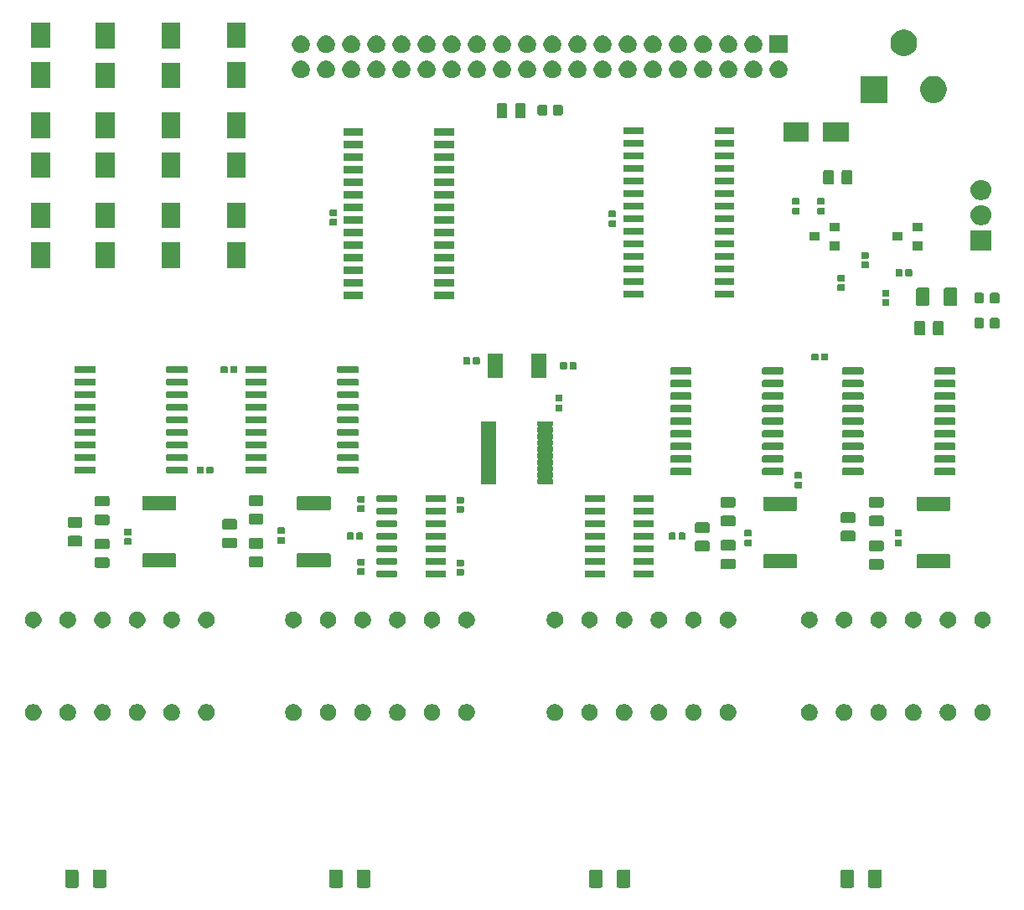
<source format=gbr>
G04 #@! TF.GenerationSoftware,KiCad,Pcbnew,5.1.5*
G04 #@! TF.CreationDate,2020-05-08T01:24:46-04:00*
G04 #@! TF.ProjectId,EVE-PCB-V3,4556452d-5043-4422-9d56-332e6b696361,rev?*
G04 #@! TF.SameCoordinates,Original*
G04 #@! TF.FileFunction,Soldermask,Top*
G04 #@! TF.FilePolarity,Negative*
%FSLAX46Y46*%
G04 Gerber Fmt 4.6, Leading zero omitted, Abs format (unit mm)*
G04 Created by KiCad (PCBNEW 5.1.5) date 2020-05-08 01:24:46*
%MOMM*%
%LPD*%
G04 APERTURE LIST*
%ADD10C,0.100000*%
G04 APERTURE END LIST*
D10*
G36*
X176670604Y-120998347D02*
G01*
X176707144Y-121009432D01*
X176740821Y-121027433D01*
X176770341Y-121051659D01*
X176794567Y-121081179D01*
X176812568Y-121114856D01*
X176823653Y-121151396D01*
X176828000Y-121195538D01*
X176828000Y-122644462D01*
X176823653Y-122688604D01*
X176812568Y-122725144D01*
X176794567Y-122758821D01*
X176770341Y-122788341D01*
X176740821Y-122812567D01*
X176707144Y-122830568D01*
X176670604Y-122841653D01*
X176626462Y-122846000D01*
X175677538Y-122846000D01*
X175633396Y-122841653D01*
X175596856Y-122830568D01*
X175563179Y-122812567D01*
X175533659Y-122788341D01*
X175509433Y-122758821D01*
X175491432Y-122725144D01*
X175480347Y-122688604D01*
X175476000Y-122644462D01*
X175476000Y-121195538D01*
X175480347Y-121151396D01*
X175491432Y-121114856D01*
X175509433Y-121081179D01*
X175533659Y-121051659D01*
X175563179Y-121027433D01*
X175596856Y-121009432D01*
X175633396Y-120998347D01*
X175677538Y-120994000D01*
X176626462Y-120994000D01*
X176670604Y-120998347D01*
G37*
G36*
X148470604Y-120998347D02*
G01*
X148507144Y-121009432D01*
X148540821Y-121027433D01*
X148570341Y-121051659D01*
X148594567Y-121081179D01*
X148612568Y-121114856D01*
X148623653Y-121151396D01*
X148628000Y-121195538D01*
X148628000Y-122644462D01*
X148623653Y-122688604D01*
X148612568Y-122725144D01*
X148594567Y-122758821D01*
X148570341Y-122788341D01*
X148540821Y-122812567D01*
X148507144Y-122830568D01*
X148470604Y-122841653D01*
X148426462Y-122846000D01*
X147477538Y-122846000D01*
X147433396Y-122841653D01*
X147396856Y-122830568D01*
X147363179Y-122812567D01*
X147333659Y-122788341D01*
X147309433Y-122758821D01*
X147291432Y-122725144D01*
X147280347Y-122688604D01*
X147276000Y-122644462D01*
X147276000Y-121195538D01*
X147280347Y-121151396D01*
X147291432Y-121114856D01*
X147309433Y-121081179D01*
X147333659Y-121051659D01*
X147363179Y-121027433D01*
X147396856Y-121009432D01*
X147433396Y-120998347D01*
X147477538Y-120994000D01*
X148426462Y-120994000D01*
X148470604Y-120998347D01*
G37*
G36*
X151270604Y-120998347D02*
G01*
X151307144Y-121009432D01*
X151340821Y-121027433D01*
X151370341Y-121051659D01*
X151394567Y-121081179D01*
X151412568Y-121114856D01*
X151423653Y-121151396D01*
X151428000Y-121195538D01*
X151428000Y-122644462D01*
X151423653Y-122688604D01*
X151412568Y-122725144D01*
X151394567Y-122758821D01*
X151370341Y-122788341D01*
X151340821Y-122812567D01*
X151307144Y-122830568D01*
X151270604Y-122841653D01*
X151226462Y-122846000D01*
X150277538Y-122846000D01*
X150233396Y-122841653D01*
X150196856Y-122830568D01*
X150163179Y-122812567D01*
X150133659Y-122788341D01*
X150109433Y-122758821D01*
X150091432Y-122725144D01*
X150080347Y-122688604D01*
X150076000Y-122644462D01*
X150076000Y-121195538D01*
X150080347Y-121151396D01*
X150091432Y-121114856D01*
X150109433Y-121081179D01*
X150133659Y-121051659D01*
X150163179Y-121027433D01*
X150196856Y-121009432D01*
X150233396Y-120998347D01*
X150277538Y-120994000D01*
X151226462Y-120994000D01*
X151270604Y-120998347D01*
G37*
G36*
X124984604Y-120998347D02*
G01*
X125021144Y-121009432D01*
X125054821Y-121027433D01*
X125084341Y-121051659D01*
X125108567Y-121081179D01*
X125126568Y-121114856D01*
X125137653Y-121151396D01*
X125142000Y-121195538D01*
X125142000Y-122644462D01*
X125137653Y-122688604D01*
X125126568Y-122725144D01*
X125108567Y-122758821D01*
X125084341Y-122788341D01*
X125054821Y-122812567D01*
X125021144Y-122830568D01*
X124984604Y-122841653D01*
X124940462Y-122846000D01*
X123991538Y-122846000D01*
X123947396Y-122841653D01*
X123910856Y-122830568D01*
X123877179Y-122812567D01*
X123847659Y-122788341D01*
X123823433Y-122758821D01*
X123805432Y-122725144D01*
X123794347Y-122688604D01*
X123790000Y-122644462D01*
X123790000Y-121195538D01*
X123794347Y-121151396D01*
X123805432Y-121114856D01*
X123823433Y-121081179D01*
X123847659Y-121051659D01*
X123877179Y-121027433D01*
X123910856Y-121009432D01*
X123947396Y-120998347D01*
X123991538Y-120994000D01*
X124940462Y-120994000D01*
X124984604Y-120998347D01*
G37*
G36*
X122184604Y-120998347D02*
G01*
X122221144Y-121009432D01*
X122254821Y-121027433D01*
X122284341Y-121051659D01*
X122308567Y-121081179D01*
X122326568Y-121114856D01*
X122337653Y-121151396D01*
X122342000Y-121195538D01*
X122342000Y-122644462D01*
X122337653Y-122688604D01*
X122326568Y-122725144D01*
X122308567Y-122758821D01*
X122284341Y-122788341D01*
X122254821Y-122812567D01*
X122221144Y-122830568D01*
X122184604Y-122841653D01*
X122140462Y-122846000D01*
X121191538Y-122846000D01*
X121147396Y-122841653D01*
X121110856Y-122830568D01*
X121077179Y-122812567D01*
X121047659Y-122788341D01*
X121023433Y-122758821D01*
X121005432Y-122725144D01*
X120994347Y-122688604D01*
X120990000Y-122644462D01*
X120990000Y-121195538D01*
X120994347Y-121151396D01*
X121005432Y-121114856D01*
X121023433Y-121081179D01*
X121047659Y-121051659D01*
X121077179Y-121027433D01*
X121110856Y-121009432D01*
X121147396Y-120998347D01*
X121191538Y-120994000D01*
X122140462Y-120994000D01*
X122184604Y-120998347D01*
G37*
G36*
X95508604Y-120998347D02*
G01*
X95545144Y-121009432D01*
X95578821Y-121027433D01*
X95608341Y-121051659D01*
X95632567Y-121081179D01*
X95650568Y-121114856D01*
X95661653Y-121151396D01*
X95666000Y-121195538D01*
X95666000Y-122644462D01*
X95661653Y-122688604D01*
X95650568Y-122725144D01*
X95632567Y-122758821D01*
X95608341Y-122788341D01*
X95578821Y-122812567D01*
X95545144Y-122830568D01*
X95508604Y-122841653D01*
X95464462Y-122846000D01*
X94515538Y-122846000D01*
X94471396Y-122841653D01*
X94434856Y-122830568D01*
X94401179Y-122812567D01*
X94371659Y-122788341D01*
X94347433Y-122758821D01*
X94329432Y-122725144D01*
X94318347Y-122688604D01*
X94314000Y-122644462D01*
X94314000Y-121195538D01*
X94318347Y-121151396D01*
X94329432Y-121114856D01*
X94347433Y-121081179D01*
X94371659Y-121051659D01*
X94401179Y-121027433D01*
X94434856Y-121009432D01*
X94471396Y-120998347D01*
X94515538Y-120994000D01*
X95464462Y-120994000D01*
X95508604Y-120998347D01*
G37*
G36*
X98308604Y-120998347D02*
G01*
X98345144Y-121009432D01*
X98378821Y-121027433D01*
X98408341Y-121051659D01*
X98432567Y-121081179D01*
X98450568Y-121114856D01*
X98461653Y-121151396D01*
X98466000Y-121195538D01*
X98466000Y-122644462D01*
X98461653Y-122688604D01*
X98450568Y-122725144D01*
X98432567Y-122758821D01*
X98408341Y-122788341D01*
X98378821Y-122812567D01*
X98345144Y-122830568D01*
X98308604Y-122841653D01*
X98264462Y-122846000D01*
X97315538Y-122846000D01*
X97271396Y-122841653D01*
X97234856Y-122830568D01*
X97201179Y-122812567D01*
X97171659Y-122788341D01*
X97147433Y-122758821D01*
X97129432Y-122725144D01*
X97118347Y-122688604D01*
X97114000Y-122644462D01*
X97114000Y-121195538D01*
X97118347Y-121151396D01*
X97129432Y-121114856D01*
X97147433Y-121081179D01*
X97171659Y-121051659D01*
X97201179Y-121027433D01*
X97234856Y-121009432D01*
X97271396Y-120998347D01*
X97315538Y-120994000D01*
X98264462Y-120994000D01*
X98308604Y-120998347D01*
G37*
G36*
X173870604Y-120998347D02*
G01*
X173907144Y-121009432D01*
X173940821Y-121027433D01*
X173970341Y-121051659D01*
X173994567Y-121081179D01*
X174012568Y-121114856D01*
X174023653Y-121151396D01*
X174028000Y-121195538D01*
X174028000Y-122644462D01*
X174023653Y-122688604D01*
X174012568Y-122725144D01*
X173994567Y-122758821D01*
X173970341Y-122788341D01*
X173940821Y-122812567D01*
X173907144Y-122830568D01*
X173870604Y-122841653D01*
X173826462Y-122846000D01*
X172877538Y-122846000D01*
X172833396Y-122841653D01*
X172796856Y-122830568D01*
X172763179Y-122812567D01*
X172733659Y-122788341D01*
X172709433Y-122758821D01*
X172691432Y-122725144D01*
X172680347Y-122688604D01*
X172676000Y-122644462D01*
X172676000Y-121195538D01*
X172680347Y-121151396D01*
X172691432Y-121114856D01*
X172709433Y-121081179D01*
X172733659Y-121051659D01*
X172763179Y-121027433D01*
X172796856Y-121009432D01*
X172833396Y-120998347D01*
X172877538Y-120994000D01*
X173826462Y-120994000D01*
X173870604Y-120998347D01*
G37*
G36*
X151041927Y-104303723D02*
G01*
X151194524Y-104366930D01*
X151331858Y-104458694D01*
X151448652Y-104575488D01*
X151540416Y-104712822D01*
X151603623Y-104865419D01*
X151635846Y-105027414D01*
X151635846Y-105192586D01*
X151603623Y-105354581D01*
X151540416Y-105507178D01*
X151448652Y-105644512D01*
X151331858Y-105761306D01*
X151194524Y-105853070D01*
X151041927Y-105916277D01*
X150879932Y-105948500D01*
X150714760Y-105948500D01*
X150552765Y-105916277D01*
X150400168Y-105853070D01*
X150262834Y-105761306D01*
X150146040Y-105644512D01*
X150054276Y-105507178D01*
X149991069Y-105354581D01*
X149958846Y-105192586D01*
X149958846Y-105027414D01*
X149991069Y-104865419D01*
X150054276Y-104712822D01*
X150146040Y-104575488D01*
X150262834Y-104458694D01*
X150400168Y-104366930D01*
X150552765Y-104303723D01*
X150714760Y-104271500D01*
X150879932Y-104271500D01*
X151041927Y-104303723D01*
G37*
G36*
X144041927Y-104303723D02*
G01*
X144194524Y-104366930D01*
X144331858Y-104458694D01*
X144448652Y-104575488D01*
X144540416Y-104712822D01*
X144603623Y-104865419D01*
X144635846Y-105027414D01*
X144635846Y-105192586D01*
X144603623Y-105354581D01*
X144540416Y-105507178D01*
X144448652Y-105644512D01*
X144331858Y-105761306D01*
X144194524Y-105853070D01*
X144041927Y-105916277D01*
X143879932Y-105948500D01*
X143714760Y-105948500D01*
X143552765Y-105916277D01*
X143400168Y-105853070D01*
X143262834Y-105761306D01*
X143146040Y-105644512D01*
X143054276Y-105507178D01*
X142991069Y-105354581D01*
X142958846Y-105192586D01*
X142958846Y-105027414D01*
X142991069Y-104865419D01*
X143054276Y-104712822D01*
X143146040Y-104575488D01*
X143262834Y-104458694D01*
X143400168Y-104366930D01*
X143552765Y-104303723D01*
X143714760Y-104271500D01*
X143879932Y-104271500D01*
X144041927Y-104303723D01*
G37*
G36*
X147541927Y-104303723D02*
G01*
X147694524Y-104366930D01*
X147831858Y-104458694D01*
X147948652Y-104575488D01*
X148040416Y-104712822D01*
X148103623Y-104865419D01*
X148135846Y-105027414D01*
X148135846Y-105192586D01*
X148103623Y-105354581D01*
X148040416Y-105507178D01*
X147948652Y-105644512D01*
X147831858Y-105761306D01*
X147694524Y-105853070D01*
X147541927Y-105916277D01*
X147379932Y-105948500D01*
X147214760Y-105948500D01*
X147052765Y-105916277D01*
X146900168Y-105853070D01*
X146762834Y-105761306D01*
X146646040Y-105644512D01*
X146554276Y-105507178D01*
X146491069Y-105354581D01*
X146458846Y-105192586D01*
X146458846Y-105027414D01*
X146491069Y-104865419D01*
X146554276Y-104712822D01*
X146646040Y-104575488D01*
X146762834Y-104458694D01*
X146900168Y-104366930D01*
X147052765Y-104303723D01*
X147214760Y-104271500D01*
X147379932Y-104271500D01*
X147541927Y-104303723D01*
G37*
G36*
X180259427Y-104303723D02*
G01*
X180412024Y-104366930D01*
X180549358Y-104458694D01*
X180666152Y-104575488D01*
X180757916Y-104712822D01*
X180821123Y-104865419D01*
X180853346Y-105027414D01*
X180853346Y-105192586D01*
X180821123Y-105354581D01*
X180757916Y-105507178D01*
X180666152Y-105644512D01*
X180549358Y-105761306D01*
X180412024Y-105853070D01*
X180259427Y-105916277D01*
X180097432Y-105948500D01*
X179932260Y-105948500D01*
X179770265Y-105916277D01*
X179617668Y-105853070D01*
X179480334Y-105761306D01*
X179363540Y-105644512D01*
X179271776Y-105507178D01*
X179208569Y-105354581D01*
X179176346Y-105192586D01*
X179176346Y-105027414D01*
X179208569Y-104865419D01*
X179271776Y-104712822D01*
X179363540Y-104575488D01*
X179480334Y-104458694D01*
X179617668Y-104366930D01*
X179770265Y-104303723D01*
X179932260Y-104271500D01*
X180097432Y-104271500D01*
X180259427Y-104303723D01*
G37*
G36*
X131625927Y-104303723D02*
G01*
X131778524Y-104366930D01*
X131915858Y-104458694D01*
X132032652Y-104575488D01*
X132124416Y-104712822D01*
X132187623Y-104865419D01*
X132219846Y-105027414D01*
X132219846Y-105192586D01*
X132187623Y-105354581D01*
X132124416Y-105507178D01*
X132032652Y-105644512D01*
X131915858Y-105761306D01*
X131778524Y-105853070D01*
X131625927Y-105916277D01*
X131463932Y-105948500D01*
X131298760Y-105948500D01*
X131136765Y-105916277D01*
X130984168Y-105853070D01*
X130846834Y-105761306D01*
X130730040Y-105644512D01*
X130638276Y-105507178D01*
X130575069Y-105354581D01*
X130542846Y-105192586D01*
X130542846Y-105027414D01*
X130575069Y-104865419D01*
X130638276Y-104712822D01*
X130730040Y-104575488D01*
X130846834Y-104458694D01*
X130984168Y-104366930D01*
X131136765Y-104303723D01*
X131298760Y-104271500D01*
X131463932Y-104271500D01*
X131625927Y-104303723D01*
G37*
G36*
X128125927Y-104303723D02*
G01*
X128278524Y-104366930D01*
X128415858Y-104458694D01*
X128532652Y-104575488D01*
X128624416Y-104712822D01*
X128687623Y-104865419D01*
X128719846Y-105027414D01*
X128719846Y-105192586D01*
X128687623Y-105354581D01*
X128624416Y-105507178D01*
X128532652Y-105644512D01*
X128415858Y-105761306D01*
X128278524Y-105853070D01*
X128125927Y-105916277D01*
X127963932Y-105948500D01*
X127798760Y-105948500D01*
X127636765Y-105916277D01*
X127484168Y-105853070D01*
X127346834Y-105761306D01*
X127230040Y-105644512D01*
X127138276Y-105507178D01*
X127075069Y-105354581D01*
X127042846Y-105192586D01*
X127042846Y-105027414D01*
X127075069Y-104865419D01*
X127138276Y-104712822D01*
X127230040Y-104575488D01*
X127346834Y-104458694D01*
X127484168Y-104366930D01*
X127636765Y-104303723D01*
X127798760Y-104271500D01*
X127963932Y-104271500D01*
X128125927Y-104303723D01*
G37*
G36*
X124625927Y-104303723D02*
G01*
X124778524Y-104366930D01*
X124915858Y-104458694D01*
X125032652Y-104575488D01*
X125124416Y-104712822D01*
X125187623Y-104865419D01*
X125219846Y-105027414D01*
X125219846Y-105192586D01*
X125187623Y-105354581D01*
X125124416Y-105507178D01*
X125032652Y-105644512D01*
X124915858Y-105761306D01*
X124778524Y-105853070D01*
X124625927Y-105916277D01*
X124463932Y-105948500D01*
X124298760Y-105948500D01*
X124136765Y-105916277D01*
X123984168Y-105853070D01*
X123846834Y-105761306D01*
X123730040Y-105644512D01*
X123638276Y-105507178D01*
X123575069Y-105354581D01*
X123542846Y-105192586D01*
X123542846Y-105027414D01*
X123575069Y-104865419D01*
X123638276Y-104712822D01*
X123730040Y-104575488D01*
X123846834Y-104458694D01*
X123984168Y-104366930D01*
X124136765Y-104303723D01*
X124298760Y-104271500D01*
X124463932Y-104271500D01*
X124625927Y-104303723D01*
G37*
G36*
X121125927Y-104303723D02*
G01*
X121278524Y-104366930D01*
X121415858Y-104458694D01*
X121532652Y-104575488D01*
X121624416Y-104712822D01*
X121687623Y-104865419D01*
X121719846Y-105027414D01*
X121719846Y-105192586D01*
X121687623Y-105354581D01*
X121624416Y-105507178D01*
X121532652Y-105644512D01*
X121415858Y-105761306D01*
X121278524Y-105853070D01*
X121125927Y-105916277D01*
X120963932Y-105948500D01*
X120798760Y-105948500D01*
X120636765Y-105916277D01*
X120484168Y-105853070D01*
X120346834Y-105761306D01*
X120230040Y-105644512D01*
X120138276Y-105507178D01*
X120075069Y-105354581D01*
X120042846Y-105192586D01*
X120042846Y-105027414D01*
X120075069Y-104865419D01*
X120138276Y-104712822D01*
X120230040Y-104575488D01*
X120346834Y-104458694D01*
X120484168Y-104366930D01*
X120636765Y-104303723D01*
X120798760Y-104271500D01*
X120963932Y-104271500D01*
X121125927Y-104303723D01*
G37*
G36*
X117625927Y-104303723D02*
G01*
X117778524Y-104366930D01*
X117915858Y-104458694D01*
X118032652Y-104575488D01*
X118124416Y-104712822D01*
X118187623Y-104865419D01*
X118219846Y-105027414D01*
X118219846Y-105192586D01*
X118187623Y-105354581D01*
X118124416Y-105507178D01*
X118032652Y-105644512D01*
X117915858Y-105761306D01*
X117778524Y-105853070D01*
X117625927Y-105916277D01*
X117463932Y-105948500D01*
X117298760Y-105948500D01*
X117136765Y-105916277D01*
X116984168Y-105853070D01*
X116846834Y-105761306D01*
X116730040Y-105644512D01*
X116638276Y-105507178D01*
X116575069Y-105354581D01*
X116542846Y-105192586D01*
X116542846Y-105027414D01*
X116575069Y-104865419D01*
X116638276Y-104712822D01*
X116730040Y-104575488D01*
X116846834Y-104458694D01*
X116984168Y-104366930D01*
X117136765Y-104303723D01*
X117298760Y-104271500D01*
X117463932Y-104271500D01*
X117625927Y-104303723D01*
G37*
G36*
X101836927Y-104303723D02*
G01*
X101989524Y-104366930D01*
X102126858Y-104458694D01*
X102243652Y-104575488D01*
X102335416Y-104712822D01*
X102398623Y-104865419D01*
X102430846Y-105027414D01*
X102430846Y-105192586D01*
X102398623Y-105354581D01*
X102335416Y-105507178D01*
X102243652Y-105644512D01*
X102126858Y-105761306D01*
X101989524Y-105853070D01*
X101836927Y-105916277D01*
X101674932Y-105948500D01*
X101509760Y-105948500D01*
X101347765Y-105916277D01*
X101195168Y-105853070D01*
X101057834Y-105761306D01*
X100941040Y-105644512D01*
X100849276Y-105507178D01*
X100786069Y-105354581D01*
X100753846Y-105192586D01*
X100753846Y-105027414D01*
X100786069Y-104865419D01*
X100849276Y-104712822D01*
X100941040Y-104575488D01*
X101057834Y-104458694D01*
X101195168Y-104366930D01*
X101347765Y-104303723D01*
X101509760Y-104271500D01*
X101674932Y-104271500D01*
X101836927Y-104303723D01*
G37*
G36*
X108836927Y-104303723D02*
G01*
X108989524Y-104366930D01*
X109126858Y-104458694D01*
X109243652Y-104575488D01*
X109335416Y-104712822D01*
X109398623Y-104865419D01*
X109430846Y-105027414D01*
X109430846Y-105192586D01*
X109398623Y-105354581D01*
X109335416Y-105507178D01*
X109243652Y-105644512D01*
X109126858Y-105761306D01*
X108989524Y-105853070D01*
X108836927Y-105916277D01*
X108674932Y-105948500D01*
X108509760Y-105948500D01*
X108347765Y-105916277D01*
X108195168Y-105853070D01*
X108057834Y-105761306D01*
X107941040Y-105644512D01*
X107849276Y-105507178D01*
X107786069Y-105354581D01*
X107753846Y-105192586D01*
X107753846Y-105027414D01*
X107786069Y-104865419D01*
X107849276Y-104712822D01*
X107941040Y-104575488D01*
X108057834Y-104458694D01*
X108195168Y-104366930D01*
X108347765Y-104303723D01*
X108509760Y-104271500D01*
X108674932Y-104271500D01*
X108836927Y-104303723D01*
G37*
G36*
X105336927Y-104303723D02*
G01*
X105489524Y-104366930D01*
X105626858Y-104458694D01*
X105743652Y-104575488D01*
X105835416Y-104712822D01*
X105898623Y-104865419D01*
X105930846Y-105027414D01*
X105930846Y-105192586D01*
X105898623Y-105354581D01*
X105835416Y-105507178D01*
X105743652Y-105644512D01*
X105626858Y-105761306D01*
X105489524Y-105853070D01*
X105336927Y-105916277D01*
X105174932Y-105948500D01*
X105009760Y-105948500D01*
X104847765Y-105916277D01*
X104695168Y-105853070D01*
X104557834Y-105761306D01*
X104441040Y-105644512D01*
X104349276Y-105507178D01*
X104286069Y-105354581D01*
X104253846Y-105192586D01*
X104253846Y-105027414D01*
X104286069Y-104865419D01*
X104349276Y-104712822D01*
X104441040Y-104575488D01*
X104557834Y-104458694D01*
X104695168Y-104366930D01*
X104847765Y-104303723D01*
X105009760Y-104271500D01*
X105174932Y-104271500D01*
X105336927Y-104303723D01*
G37*
G36*
X94836927Y-104303723D02*
G01*
X94989524Y-104366930D01*
X95126858Y-104458694D01*
X95243652Y-104575488D01*
X95335416Y-104712822D01*
X95398623Y-104865419D01*
X95430846Y-105027414D01*
X95430846Y-105192586D01*
X95398623Y-105354581D01*
X95335416Y-105507178D01*
X95243652Y-105644512D01*
X95126858Y-105761306D01*
X94989524Y-105853070D01*
X94836927Y-105916277D01*
X94674932Y-105948500D01*
X94509760Y-105948500D01*
X94347765Y-105916277D01*
X94195168Y-105853070D01*
X94057834Y-105761306D01*
X93941040Y-105644512D01*
X93849276Y-105507178D01*
X93786069Y-105354581D01*
X93753846Y-105192586D01*
X93753846Y-105027414D01*
X93786069Y-104865419D01*
X93849276Y-104712822D01*
X93941040Y-104575488D01*
X94057834Y-104458694D01*
X94195168Y-104366930D01*
X94347765Y-104303723D01*
X94509760Y-104271500D01*
X94674932Y-104271500D01*
X94836927Y-104303723D01*
G37*
G36*
X91336927Y-104303723D02*
G01*
X91489524Y-104366930D01*
X91626858Y-104458694D01*
X91743652Y-104575488D01*
X91835416Y-104712822D01*
X91898623Y-104865419D01*
X91930846Y-105027414D01*
X91930846Y-105192586D01*
X91898623Y-105354581D01*
X91835416Y-105507178D01*
X91743652Y-105644512D01*
X91626858Y-105761306D01*
X91489524Y-105853070D01*
X91336927Y-105916277D01*
X91174932Y-105948500D01*
X91009760Y-105948500D01*
X90847765Y-105916277D01*
X90695168Y-105853070D01*
X90557834Y-105761306D01*
X90441040Y-105644512D01*
X90349276Y-105507178D01*
X90286069Y-105354581D01*
X90253846Y-105192586D01*
X90253846Y-105027414D01*
X90286069Y-104865419D01*
X90349276Y-104712822D01*
X90441040Y-104575488D01*
X90557834Y-104458694D01*
X90695168Y-104366930D01*
X90847765Y-104303723D01*
X91009760Y-104271500D01*
X91174932Y-104271500D01*
X91336927Y-104303723D01*
G37*
G36*
X154541927Y-104303723D02*
G01*
X154694524Y-104366930D01*
X154831858Y-104458694D01*
X154948652Y-104575488D01*
X155040416Y-104712822D01*
X155103623Y-104865419D01*
X155135846Y-105027414D01*
X155135846Y-105192586D01*
X155103623Y-105354581D01*
X155040416Y-105507178D01*
X154948652Y-105644512D01*
X154831858Y-105761306D01*
X154694524Y-105853070D01*
X154541927Y-105916277D01*
X154379932Y-105948500D01*
X154214760Y-105948500D01*
X154052765Y-105916277D01*
X153900168Y-105853070D01*
X153762834Y-105761306D01*
X153646040Y-105644512D01*
X153554276Y-105507178D01*
X153491069Y-105354581D01*
X153458846Y-105192586D01*
X153458846Y-105027414D01*
X153491069Y-104865419D01*
X153554276Y-104712822D01*
X153646040Y-104575488D01*
X153762834Y-104458694D01*
X153900168Y-104366930D01*
X154052765Y-104303723D01*
X154214760Y-104271500D01*
X154379932Y-104271500D01*
X154541927Y-104303723D01*
G37*
G36*
X158041927Y-104303723D02*
G01*
X158194524Y-104366930D01*
X158331858Y-104458694D01*
X158448652Y-104575488D01*
X158540416Y-104712822D01*
X158603623Y-104865419D01*
X158635846Y-105027414D01*
X158635846Y-105192586D01*
X158603623Y-105354581D01*
X158540416Y-105507178D01*
X158448652Y-105644512D01*
X158331858Y-105761306D01*
X158194524Y-105853070D01*
X158041927Y-105916277D01*
X157879932Y-105948500D01*
X157714760Y-105948500D01*
X157552765Y-105916277D01*
X157400168Y-105853070D01*
X157262834Y-105761306D01*
X157146040Y-105644512D01*
X157054276Y-105507178D01*
X156991069Y-105354581D01*
X156958846Y-105192586D01*
X156958846Y-105027414D01*
X156991069Y-104865419D01*
X157054276Y-104712822D01*
X157146040Y-104575488D01*
X157262834Y-104458694D01*
X157400168Y-104366930D01*
X157552765Y-104303723D01*
X157714760Y-104271500D01*
X157879932Y-104271500D01*
X158041927Y-104303723D01*
G37*
G36*
X161541927Y-104303723D02*
G01*
X161694524Y-104366930D01*
X161831858Y-104458694D01*
X161948652Y-104575488D01*
X162040416Y-104712822D01*
X162103623Y-104865419D01*
X162135846Y-105027414D01*
X162135846Y-105192586D01*
X162103623Y-105354581D01*
X162040416Y-105507178D01*
X161948652Y-105644512D01*
X161831858Y-105761306D01*
X161694524Y-105853070D01*
X161541927Y-105916277D01*
X161379932Y-105948500D01*
X161214760Y-105948500D01*
X161052765Y-105916277D01*
X160900168Y-105853070D01*
X160762834Y-105761306D01*
X160646040Y-105644512D01*
X160554276Y-105507178D01*
X160491069Y-105354581D01*
X160458846Y-105192586D01*
X160458846Y-105027414D01*
X160491069Y-104865419D01*
X160554276Y-104712822D01*
X160646040Y-104575488D01*
X160762834Y-104458694D01*
X160900168Y-104366930D01*
X161052765Y-104303723D01*
X161214760Y-104271500D01*
X161379932Y-104271500D01*
X161541927Y-104303723D01*
G37*
G36*
X169759427Y-104303723D02*
G01*
X169912024Y-104366930D01*
X170049358Y-104458694D01*
X170166152Y-104575488D01*
X170257916Y-104712822D01*
X170321123Y-104865419D01*
X170353346Y-105027414D01*
X170353346Y-105192586D01*
X170321123Y-105354581D01*
X170257916Y-105507178D01*
X170166152Y-105644512D01*
X170049358Y-105761306D01*
X169912024Y-105853070D01*
X169759427Y-105916277D01*
X169597432Y-105948500D01*
X169432260Y-105948500D01*
X169270265Y-105916277D01*
X169117668Y-105853070D01*
X168980334Y-105761306D01*
X168863540Y-105644512D01*
X168771776Y-105507178D01*
X168708569Y-105354581D01*
X168676346Y-105192586D01*
X168676346Y-105027414D01*
X168708569Y-104865419D01*
X168771776Y-104712822D01*
X168863540Y-104575488D01*
X168980334Y-104458694D01*
X169117668Y-104366930D01*
X169270265Y-104303723D01*
X169432260Y-104271500D01*
X169597432Y-104271500D01*
X169759427Y-104303723D01*
G37*
G36*
X173259427Y-104303723D02*
G01*
X173412024Y-104366930D01*
X173549358Y-104458694D01*
X173666152Y-104575488D01*
X173757916Y-104712822D01*
X173821123Y-104865419D01*
X173853346Y-105027414D01*
X173853346Y-105192586D01*
X173821123Y-105354581D01*
X173757916Y-105507178D01*
X173666152Y-105644512D01*
X173549358Y-105761306D01*
X173412024Y-105853070D01*
X173259427Y-105916277D01*
X173097432Y-105948500D01*
X172932260Y-105948500D01*
X172770265Y-105916277D01*
X172617668Y-105853070D01*
X172480334Y-105761306D01*
X172363540Y-105644512D01*
X172271776Y-105507178D01*
X172208569Y-105354581D01*
X172176346Y-105192586D01*
X172176346Y-105027414D01*
X172208569Y-104865419D01*
X172271776Y-104712822D01*
X172363540Y-104575488D01*
X172480334Y-104458694D01*
X172617668Y-104366930D01*
X172770265Y-104303723D01*
X172932260Y-104271500D01*
X173097432Y-104271500D01*
X173259427Y-104303723D01*
G37*
G36*
X183759427Y-104303723D02*
G01*
X183912024Y-104366930D01*
X184049358Y-104458694D01*
X184166152Y-104575488D01*
X184257916Y-104712822D01*
X184321123Y-104865419D01*
X184353346Y-105027414D01*
X184353346Y-105192586D01*
X184321123Y-105354581D01*
X184257916Y-105507178D01*
X184166152Y-105644512D01*
X184049358Y-105761306D01*
X183912024Y-105853070D01*
X183759427Y-105916277D01*
X183597432Y-105948500D01*
X183432260Y-105948500D01*
X183270265Y-105916277D01*
X183117668Y-105853070D01*
X182980334Y-105761306D01*
X182863540Y-105644512D01*
X182771776Y-105507178D01*
X182708569Y-105354581D01*
X182676346Y-105192586D01*
X182676346Y-105027414D01*
X182708569Y-104865419D01*
X182771776Y-104712822D01*
X182863540Y-104575488D01*
X182980334Y-104458694D01*
X183117668Y-104366930D01*
X183270265Y-104303723D01*
X183432260Y-104271500D01*
X183597432Y-104271500D01*
X183759427Y-104303723D01*
G37*
G36*
X187259427Y-104303723D02*
G01*
X187412024Y-104366930D01*
X187549358Y-104458694D01*
X187666152Y-104575488D01*
X187757916Y-104712822D01*
X187821123Y-104865419D01*
X187853346Y-105027414D01*
X187853346Y-105192586D01*
X187821123Y-105354581D01*
X187757916Y-105507178D01*
X187666152Y-105644512D01*
X187549358Y-105761306D01*
X187412024Y-105853070D01*
X187259427Y-105916277D01*
X187097432Y-105948500D01*
X186932260Y-105948500D01*
X186770265Y-105916277D01*
X186617668Y-105853070D01*
X186480334Y-105761306D01*
X186363540Y-105644512D01*
X186271776Y-105507178D01*
X186208569Y-105354581D01*
X186176346Y-105192586D01*
X186176346Y-105027414D01*
X186208569Y-104865419D01*
X186271776Y-104712822D01*
X186363540Y-104575488D01*
X186480334Y-104458694D01*
X186617668Y-104366930D01*
X186770265Y-104303723D01*
X186932260Y-104271500D01*
X187097432Y-104271500D01*
X187259427Y-104303723D01*
G37*
G36*
X135125927Y-104303723D02*
G01*
X135278524Y-104366930D01*
X135415858Y-104458694D01*
X135532652Y-104575488D01*
X135624416Y-104712822D01*
X135687623Y-104865419D01*
X135719846Y-105027414D01*
X135719846Y-105192586D01*
X135687623Y-105354581D01*
X135624416Y-105507178D01*
X135532652Y-105644512D01*
X135415858Y-105761306D01*
X135278524Y-105853070D01*
X135125927Y-105916277D01*
X134963932Y-105948500D01*
X134798760Y-105948500D01*
X134636765Y-105916277D01*
X134484168Y-105853070D01*
X134346834Y-105761306D01*
X134230040Y-105644512D01*
X134138276Y-105507178D01*
X134075069Y-105354581D01*
X134042846Y-105192586D01*
X134042846Y-105027414D01*
X134075069Y-104865419D01*
X134138276Y-104712822D01*
X134230040Y-104575488D01*
X134346834Y-104458694D01*
X134484168Y-104366930D01*
X134636765Y-104303723D01*
X134798760Y-104271500D01*
X134963932Y-104271500D01*
X135125927Y-104303723D01*
G37*
G36*
X176759427Y-104303723D02*
G01*
X176912024Y-104366930D01*
X177049358Y-104458694D01*
X177166152Y-104575488D01*
X177257916Y-104712822D01*
X177321123Y-104865419D01*
X177353346Y-105027414D01*
X177353346Y-105192586D01*
X177321123Y-105354581D01*
X177257916Y-105507178D01*
X177166152Y-105644512D01*
X177049358Y-105761306D01*
X176912024Y-105853070D01*
X176759427Y-105916277D01*
X176597432Y-105948500D01*
X176432260Y-105948500D01*
X176270265Y-105916277D01*
X176117668Y-105853070D01*
X175980334Y-105761306D01*
X175863540Y-105644512D01*
X175771776Y-105507178D01*
X175708569Y-105354581D01*
X175676346Y-105192586D01*
X175676346Y-105027414D01*
X175708569Y-104865419D01*
X175771776Y-104712822D01*
X175863540Y-104575488D01*
X175980334Y-104458694D01*
X176117668Y-104366930D01*
X176270265Y-104303723D01*
X176432260Y-104271500D01*
X176597432Y-104271500D01*
X176759427Y-104303723D01*
G37*
G36*
X98336927Y-104303723D02*
G01*
X98489524Y-104366930D01*
X98626858Y-104458694D01*
X98743652Y-104575488D01*
X98835416Y-104712822D01*
X98898623Y-104865419D01*
X98930846Y-105027414D01*
X98930846Y-105192586D01*
X98898623Y-105354581D01*
X98835416Y-105507178D01*
X98743652Y-105644512D01*
X98626858Y-105761306D01*
X98489524Y-105853070D01*
X98336927Y-105916277D01*
X98174932Y-105948500D01*
X98009760Y-105948500D01*
X97847765Y-105916277D01*
X97695168Y-105853070D01*
X97557834Y-105761306D01*
X97441040Y-105644512D01*
X97349276Y-105507178D01*
X97286069Y-105354581D01*
X97253846Y-105192586D01*
X97253846Y-105027414D01*
X97286069Y-104865419D01*
X97349276Y-104712822D01*
X97441040Y-104575488D01*
X97557834Y-104458694D01*
X97695168Y-104366930D01*
X97847765Y-104303723D01*
X98009760Y-104271500D01*
X98174932Y-104271500D01*
X98336927Y-104303723D01*
G37*
G36*
X147541927Y-94953723D02*
G01*
X147694524Y-95016930D01*
X147831858Y-95108694D01*
X147948652Y-95225488D01*
X148040416Y-95362822D01*
X148103623Y-95515419D01*
X148135846Y-95677414D01*
X148135846Y-95842586D01*
X148103623Y-96004581D01*
X148040416Y-96157178D01*
X147948652Y-96294512D01*
X147831858Y-96411306D01*
X147694524Y-96503070D01*
X147541927Y-96566277D01*
X147379932Y-96598500D01*
X147214760Y-96598500D01*
X147052765Y-96566277D01*
X146900168Y-96503070D01*
X146762834Y-96411306D01*
X146646040Y-96294512D01*
X146554276Y-96157178D01*
X146491069Y-96004581D01*
X146458846Y-95842586D01*
X146458846Y-95677414D01*
X146491069Y-95515419D01*
X146554276Y-95362822D01*
X146646040Y-95225488D01*
X146762834Y-95108694D01*
X146900168Y-95016930D01*
X147052765Y-94953723D01*
X147214760Y-94921500D01*
X147379932Y-94921500D01*
X147541927Y-94953723D01*
G37*
G36*
X176759427Y-94953723D02*
G01*
X176912024Y-95016930D01*
X177049358Y-95108694D01*
X177166152Y-95225488D01*
X177257916Y-95362822D01*
X177321123Y-95515419D01*
X177353346Y-95677414D01*
X177353346Y-95842586D01*
X177321123Y-96004581D01*
X177257916Y-96157178D01*
X177166152Y-96294512D01*
X177049358Y-96411306D01*
X176912024Y-96503070D01*
X176759427Y-96566277D01*
X176597432Y-96598500D01*
X176432260Y-96598500D01*
X176270265Y-96566277D01*
X176117668Y-96503070D01*
X175980334Y-96411306D01*
X175863540Y-96294512D01*
X175771776Y-96157178D01*
X175708569Y-96004581D01*
X175676346Y-95842586D01*
X175676346Y-95677414D01*
X175708569Y-95515419D01*
X175771776Y-95362822D01*
X175863540Y-95225488D01*
X175980334Y-95108694D01*
X176117668Y-95016930D01*
X176270265Y-94953723D01*
X176432260Y-94921500D01*
X176597432Y-94921500D01*
X176759427Y-94953723D01*
G37*
G36*
X124625927Y-94953723D02*
G01*
X124778524Y-95016930D01*
X124915858Y-95108694D01*
X125032652Y-95225488D01*
X125124416Y-95362822D01*
X125187623Y-95515419D01*
X125219846Y-95677414D01*
X125219846Y-95842586D01*
X125187623Y-96004581D01*
X125124416Y-96157178D01*
X125032652Y-96294512D01*
X124915858Y-96411306D01*
X124778524Y-96503070D01*
X124625927Y-96566277D01*
X124463932Y-96598500D01*
X124298760Y-96598500D01*
X124136765Y-96566277D01*
X123984168Y-96503070D01*
X123846834Y-96411306D01*
X123730040Y-96294512D01*
X123638276Y-96157178D01*
X123575069Y-96004581D01*
X123542846Y-95842586D01*
X123542846Y-95677414D01*
X123575069Y-95515419D01*
X123638276Y-95362822D01*
X123730040Y-95225488D01*
X123846834Y-95108694D01*
X123984168Y-95016930D01*
X124136765Y-94953723D01*
X124298760Y-94921500D01*
X124463932Y-94921500D01*
X124625927Y-94953723D01*
G37*
G36*
X161541927Y-94953723D02*
G01*
X161694524Y-95016930D01*
X161831858Y-95108694D01*
X161948652Y-95225488D01*
X162040416Y-95362822D01*
X162103623Y-95515419D01*
X162135846Y-95677414D01*
X162135846Y-95842586D01*
X162103623Y-96004581D01*
X162040416Y-96157178D01*
X161948652Y-96294512D01*
X161831858Y-96411306D01*
X161694524Y-96503070D01*
X161541927Y-96566277D01*
X161379932Y-96598500D01*
X161214760Y-96598500D01*
X161052765Y-96566277D01*
X160900168Y-96503070D01*
X160762834Y-96411306D01*
X160646040Y-96294512D01*
X160554276Y-96157178D01*
X160491069Y-96004581D01*
X160458846Y-95842586D01*
X160458846Y-95677414D01*
X160491069Y-95515419D01*
X160554276Y-95362822D01*
X160646040Y-95225488D01*
X160762834Y-95108694D01*
X160900168Y-95016930D01*
X161052765Y-94953723D01*
X161214760Y-94921500D01*
X161379932Y-94921500D01*
X161541927Y-94953723D01*
G37*
G36*
X128125927Y-94953723D02*
G01*
X128278524Y-95016930D01*
X128415858Y-95108694D01*
X128532652Y-95225488D01*
X128624416Y-95362822D01*
X128687623Y-95515419D01*
X128719846Y-95677414D01*
X128719846Y-95842586D01*
X128687623Y-96004581D01*
X128624416Y-96157178D01*
X128532652Y-96294512D01*
X128415858Y-96411306D01*
X128278524Y-96503070D01*
X128125927Y-96566277D01*
X127963932Y-96598500D01*
X127798760Y-96598500D01*
X127636765Y-96566277D01*
X127484168Y-96503070D01*
X127346834Y-96411306D01*
X127230040Y-96294512D01*
X127138276Y-96157178D01*
X127075069Y-96004581D01*
X127042846Y-95842586D01*
X127042846Y-95677414D01*
X127075069Y-95515419D01*
X127138276Y-95362822D01*
X127230040Y-95225488D01*
X127346834Y-95108694D01*
X127484168Y-95016930D01*
X127636765Y-94953723D01*
X127798760Y-94921500D01*
X127963932Y-94921500D01*
X128125927Y-94953723D01*
G37*
G36*
X131625927Y-94953723D02*
G01*
X131778524Y-95016930D01*
X131915858Y-95108694D01*
X132032652Y-95225488D01*
X132124416Y-95362822D01*
X132187623Y-95515419D01*
X132219846Y-95677414D01*
X132219846Y-95842586D01*
X132187623Y-96004581D01*
X132124416Y-96157178D01*
X132032652Y-96294512D01*
X131915858Y-96411306D01*
X131778524Y-96503070D01*
X131625927Y-96566277D01*
X131463932Y-96598500D01*
X131298760Y-96598500D01*
X131136765Y-96566277D01*
X130984168Y-96503070D01*
X130846834Y-96411306D01*
X130730040Y-96294512D01*
X130638276Y-96157178D01*
X130575069Y-96004581D01*
X130542846Y-95842586D01*
X130542846Y-95677414D01*
X130575069Y-95515419D01*
X130638276Y-95362822D01*
X130730040Y-95225488D01*
X130846834Y-95108694D01*
X130984168Y-95016930D01*
X131136765Y-94953723D01*
X131298760Y-94921500D01*
X131463932Y-94921500D01*
X131625927Y-94953723D01*
G37*
G36*
X151041927Y-94953723D02*
G01*
X151194524Y-95016930D01*
X151331858Y-95108694D01*
X151448652Y-95225488D01*
X151540416Y-95362822D01*
X151603623Y-95515419D01*
X151635846Y-95677414D01*
X151635846Y-95842586D01*
X151603623Y-96004581D01*
X151540416Y-96157178D01*
X151448652Y-96294512D01*
X151331858Y-96411306D01*
X151194524Y-96503070D01*
X151041927Y-96566277D01*
X150879932Y-96598500D01*
X150714760Y-96598500D01*
X150552765Y-96566277D01*
X150400168Y-96503070D01*
X150262834Y-96411306D01*
X150146040Y-96294512D01*
X150054276Y-96157178D01*
X149991069Y-96004581D01*
X149958846Y-95842586D01*
X149958846Y-95677414D01*
X149991069Y-95515419D01*
X150054276Y-95362822D01*
X150146040Y-95225488D01*
X150262834Y-95108694D01*
X150400168Y-95016930D01*
X150552765Y-94953723D01*
X150714760Y-94921500D01*
X150879932Y-94921500D01*
X151041927Y-94953723D01*
G37*
G36*
X135125927Y-94953723D02*
G01*
X135278524Y-95016930D01*
X135415858Y-95108694D01*
X135532652Y-95225488D01*
X135624416Y-95362822D01*
X135687623Y-95515419D01*
X135719846Y-95677414D01*
X135719846Y-95842586D01*
X135687623Y-96004581D01*
X135624416Y-96157178D01*
X135532652Y-96294512D01*
X135415858Y-96411306D01*
X135278524Y-96503070D01*
X135125927Y-96566277D01*
X134963932Y-96598500D01*
X134798760Y-96598500D01*
X134636765Y-96566277D01*
X134484168Y-96503070D01*
X134346834Y-96411306D01*
X134230040Y-96294512D01*
X134138276Y-96157178D01*
X134075069Y-96004581D01*
X134042846Y-95842586D01*
X134042846Y-95677414D01*
X134075069Y-95515419D01*
X134138276Y-95362822D01*
X134230040Y-95225488D01*
X134346834Y-95108694D01*
X134484168Y-95016930D01*
X134636765Y-94953723D01*
X134798760Y-94921500D01*
X134963932Y-94921500D01*
X135125927Y-94953723D01*
G37*
G36*
X169759427Y-94953723D02*
G01*
X169912024Y-95016930D01*
X170049358Y-95108694D01*
X170166152Y-95225488D01*
X170257916Y-95362822D01*
X170321123Y-95515419D01*
X170353346Y-95677414D01*
X170353346Y-95842586D01*
X170321123Y-96004581D01*
X170257916Y-96157178D01*
X170166152Y-96294512D01*
X170049358Y-96411306D01*
X169912024Y-96503070D01*
X169759427Y-96566277D01*
X169597432Y-96598500D01*
X169432260Y-96598500D01*
X169270265Y-96566277D01*
X169117668Y-96503070D01*
X168980334Y-96411306D01*
X168863540Y-96294512D01*
X168771776Y-96157178D01*
X168708569Y-96004581D01*
X168676346Y-95842586D01*
X168676346Y-95677414D01*
X168708569Y-95515419D01*
X168771776Y-95362822D01*
X168863540Y-95225488D01*
X168980334Y-95108694D01*
X169117668Y-95016930D01*
X169270265Y-94953723D01*
X169432260Y-94921500D01*
X169597432Y-94921500D01*
X169759427Y-94953723D01*
G37*
G36*
X144041927Y-94953723D02*
G01*
X144194524Y-95016930D01*
X144331858Y-95108694D01*
X144448652Y-95225488D01*
X144540416Y-95362822D01*
X144603623Y-95515419D01*
X144635846Y-95677414D01*
X144635846Y-95842586D01*
X144603623Y-96004581D01*
X144540416Y-96157178D01*
X144448652Y-96294512D01*
X144331858Y-96411306D01*
X144194524Y-96503070D01*
X144041927Y-96566277D01*
X143879932Y-96598500D01*
X143714760Y-96598500D01*
X143552765Y-96566277D01*
X143400168Y-96503070D01*
X143262834Y-96411306D01*
X143146040Y-96294512D01*
X143054276Y-96157178D01*
X142991069Y-96004581D01*
X142958846Y-95842586D01*
X142958846Y-95677414D01*
X142991069Y-95515419D01*
X143054276Y-95362822D01*
X143146040Y-95225488D01*
X143262834Y-95108694D01*
X143400168Y-95016930D01*
X143552765Y-94953723D01*
X143714760Y-94921500D01*
X143879932Y-94921500D01*
X144041927Y-94953723D01*
G37*
G36*
X98336927Y-94953723D02*
G01*
X98489524Y-95016930D01*
X98626858Y-95108694D01*
X98743652Y-95225488D01*
X98835416Y-95362822D01*
X98898623Y-95515419D01*
X98930846Y-95677414D01*
X98930846Y-95842586D01*
X98898623Y-96004581D01*
X98835416Y-96157178D01*
X98743652Y-96294512D01*
X98626858Y-96411306D01*
X98489524Y-96503070D01*
X98336927Y-96566277D01*
X98174932Y-96598500D01*
X98009760Y-96598500D01*
X97847765Y-96566277D01*
X97695168Y-96503070D01*
X97557834Y-96411306D01*
X97441040Y-96294512D01*
X97349276Y-96157178D01*
X97286069Y-96004581D01*
X97253846Y-95842586D01*
X97253846Y-95677414D01*
X97286069Y-95515419D01*
X97349276Y-95362822D01*
X97441040Y-95225488D01*
X97557834Y-95108694D01*
X97695168Y-95016930D01*
X97847765Y-94953723D01*
X98009760Y-94921500D01*
X98174932Y-94921500D01*
X98336927Y-94953723D01*
G37*
G36*
X173259427Y-94953723D02*
G01*
X173412024Y-95016930D01*
X173549358Y-95108694D01*
X173666152Y-95225488D01*
X173757916Y-95362822D01*
X173821123Y-95515419D01*
X173853346Y-95677414D01*
X173853346Y-95842586D01*
X173821123Y-96004581D01*
X173757916Y-96157178D01*
X173666152Y-96294512D01*
X173549358Y-96411306D01*
X173412024Y-96503070D01*
X173259427Y-96566277D01*
X173097432Y-96598500D01*
X172932260Y-96598500D01*
X172770265Y-96566277D01*
X172617668Y-96503070D01*
X172480334Y-96411306D01*
X172363540Y-96294512D01*
X172271776Y-96157178D01*
X172208569Y-96004581D01*
X172176346Y-95842586D01*
X172176346Y-95677414D01*
X172208569Y-95515419D01*
X172271776Y-95362822D01*
X172363540Y-95225488D01*
X172480334Y-95108694D01*
X172617668Y-95016930D01*
X172770265Y-94953723D01*
X172932260Y-94921500D01*
X173097432Y-94921500D01*
X173259427Y-94953723D01*
G37*
G36*
X117625927Y-94953723D02*
G01*
X117778524Y-95016930D01*
X117915858Y-95108694D01*
X118032652Y-95225488D01*
X118124416Y-95362822D01*
X118187623Y-95515419D01*
X118219846Y-95677414D01*
X118219846Y-95842586D01*
X118187623Y-96004581D01*
X118124416Y-96157178D01*
X118032652Y-96294512D01*
X117915858Y-96411306D01*
X117778524Y-96503070D01*
X117625927Y-96566277D01*
X117463932Y-96598500D01*
X117298760Y-96598500D01*
X117136765Y-96566277D01*
X116984168Y-96503070D01*
X116846834Y-96411306D01*
X116730040Y-96294512D01*
X116638276Y-96157178D01*
X116575069Y-96004581D01*
X116542846Y-95842586D01*
X116542846Y-95677414D01*
X116575069Y-95515419D01*
X116638276Y-95362822D01*
X116730040Y-95225488D01*
X116846834Y-95108694D01*
X116984168Y-95016930D01*
X117136765Y-94953723D01*
X117298760Y-94921500D01*
X117463932Y-94921500D01*
X117625927Y-94953723D01*
G37*
G36*
X108836927Y-94953723D02*
G01*
X108989524Y-95016930D01*
X109126858Y-95108694D01*
X109243652Y-95225488D01*
X109335416Y-95362822D01*
X109398623Y-95515419D01*
X109430846Y-95677414D01*
X109430846Y-95842586D01*
X109398623Y-96004581D01*
X109335416Y-96157178D01*
X109243652Y-96294512D01*
X109126858Y-96411306D01*
X108989524Y-96503070D01*
X108836927Y-96566277D01*
X108674932Y-96598500D01*
X108509760Y-96598500D01*
X108347765Y-96566277D01*
X108195168Y-96503070D01*
X108057834Y-96411306D01*
X107941040Y-96294512D01*
X107849276Y-96157178D01*
X107786069Y-96004581D01*
X107753846Y-95842586D01*
X107753846Y-95677414D01*
X107786069Y-95515419D01*
X107849276Y-95362822D01*
X107941040Y-95225488D01*
X108057834Y-95108694D01*
X108195168Y-95016930D01*
X108347765Y-94953723D01*
X108509760Y-94921500D01*
X108674932Y-94921500D01*
X108836927Y-94953723D01*
G37*
G36*
X94836927Y-94953723D02*
G01*
X94989524Y-95016930D01*
X95126858Y-95108694D01*
X95243652Y-95225488D01*
X95335416Y-95362822D01*
X95398623Y-95515419D01*
X95430846Y-95677414D01*
X95430846Y-95842586D01*
X95398623Y-96004581D01*
X95335416Y-96157178D01*
X95243652Y-96294512D01*
X95126858Y-96411306D01*
X94989524Y-96503070D01*
X94836927Y-96566277D01*
X94674932Y-96598500D01*
X94509760Y-96598500D01*
X94347765Y-96566277D01*
X94195168Y-96503070D01*
X94057834Y-96411306D01*
X93941040Y-96294512D01*
X93849276Y-96157178D01*
X93786069Y-96004581D01*
X93753846Y-95842586D01*
X93753846Y-95677414D01*
X93786069Y-95515419D01*
X93849276Y-95362822D01*
X93941040Y-95225488D01*
X94057834Y-95108694D01*
X94195168Y-95016930D01*
X94347765Y-94953723D01*
X94509760Y-94921500D01*
X94674932Y-94921500D01*
X94836927Y-94953723D01*
G37*
G36*
X158041927Y-94953723D02*
G01*
X158194524Y-95016930D01*
X158331858Y-95108694D01*
X158448652Y-95225488D01*
X158540416Y-95362822D01*
X158603623Y-95515419D01*
X158635846Y-95677414D01*
X158635846Y-95842586D01*
X158603623Y-96004581D01*
X158540416Y-96157178D01*
X158448652Y-96294512D01*
X158331858Y-96411306D01*
X158194524Y-96503070D01*
X158041927Y-96566277D01*
X157879932Y-96598500D01*
X157714760Y-96598500D01*
X157552765Y-96566277D01*
X157400168Y-96503070D01*
X157262834Y-96411306D01*
X157146040Y-96294512D01*
X157054276Y-96157178D01*
X156991069Y-96004581D01*
X156958846Y-95842586D01*
X156958846Y-95677414D01*
X156991069Y-95515419D01*
X157054276Y-95362822D01*
X157146040Y-95225488D01*
X157262834Y-95108694D01*
X157400168Y-95016930D01*
X157552765Y-94953723D01*
X157714760Y-94921500D01*
X157879932Y-94921500D01*
X158041927Y-94953723D01*
G37*
G36*
X91336927Y-94953723D02*
G01*
X91489524Y-95016930D01*
X91626858Y-95108694D01*
X91743652Y-95225488D01*
X91835416Y-95362822D01*
X91898623Y-95515419D01*
X91930846Y-95677414D01*
X91930846Y-95842586D01*
X91898623Y-96004581D01*
X91835416Y-96157178D01*
X91743652Y-96294512D01*
X91626858Y-96411306D01*
X91489524Y-96503070D01*
X91336927Y-96566277D01*
X91174932Y-96598500D01*
X91009760Y-96598500D01*
X90847765Y-96566277D01*
X90695168Y-96503070D01*
X90557834Y-96411306D01*
X90441040Y-96294512D01*
X90349276Y-96157178D01*
X90286069Y-96004581D01*
X90253846Y-95842586D01*
X90253846Y-95677414D01*
X90286069Y-95515419D01*
X90349276Y-95362822D01*
X90441040Y-95225488D01*
X90557834Y-95108694D01*
X90695168Y-95016930D01*
X90847765Y-94953723D01*
X91009760Y-94921500D01*
X91174932Y-94921500D01*
X91336927Y-94953723D01*
G37*
G36*
X101836927Y-94953723D02*
G01*
X101989524Y-95016930D01*
X102126858Y-95108694D01*
X102243652Y-95225488D01*
X102335416Y-95362822D01*
X102398623Y-95515419D01*
X102430846Y-95677414D01*
X102430846Y-95842586D01*
X102398623Y-96004581D01*
X102335416Y-96157178D01*
X102243652Y-96294512D01*
X102126858Y-96411306D01*
X101989524Y-96503070D01*
X101836927Y-96566277D01*
X101674932Y-96598500D01*
X101509760Y-96598500D01*
X101347765Y-96566277D01*
X101195168Y-96503070D01*
X101057834Y-96411306D01*
X100941040Y-96294512D01*
X100849276Y-96157178D01*
X100786069Y-96004581D01*
X100753846Y-95842586D01*
X100753846Y-95677414D01*
X100786069Y-95515419D01*
X100849276Y-95362822D01*
X100941040Y-95225488D01*
X101057834Y-95108694D01*
X101195168Y-95016930D01*
X101347765Y-94953723D01*
X101509760Y-94921500D01*
X101674932Y-94921500D01*
X101836927Y-94953723D01*
G37*
G36*
X187259427Y-94953723D02*
G01*
X187412024Y-95016930D01*
X187549358Y-95108694D01*
X187666152Y-95225488D01*
X187757916Y-95362822D01*
X187821123Y-95515419D01*
X187853346Y-95677414D01*
X187853346Y-95842586D01*
X187821123Y-96004581D01*
X187757916Y-96157178D01*
X187666152Y-96294512D01*
X187549358Y-96411306D01*
X187412024Y-96503070D01*
X187259427Y-96566277D01*
X187097432Y-96598500D01*
X186932260Y-96598500D01*
X186770265Y-96566277D01*
X186617668Y-96503070D01*
X186480334Y-96411306D01*
X186363540Y-96294512D01*
X186271776Y-96157178D01*
X186208569Y-96004581D01*
X186176346Y-95842586D01*
X186176346Y-95677414D01*
X186208569Y-95515419D01*
X186271776Y-95362822D01*
X186363540Y-95225488D01*
X186480334Y-95108694D01*
X186617668Y-95016930D01*
X186770265Y-94953723D01*
X186932260Y-94921500D01*
X187097432Y-94921500D01*
X187259427Y-94953723D01*
G37*
G36*
X121125927Y-94953723D02*
G01*
X121278524Y-95016930D01*
X121415858Y-95108694D01*
X121532652Y-95225488D01*
X121624416Y-95362822D01*
X121687623Y-95515419D01*
X121719846Y-95677414D01*
X121719846Y-95842586D01*
X121687623Y-96004581D01*
X121624416Y-96157178D01*
X121532652Y-96294512D01*
X121415858Y-96411306D01*
X121278524Y-96503070D01*
X121125927Y-96566277D01*
X120963932Y-96598500D01*
X120798760Y-96598500D01*
X120636765Y-96566277D01*
X120484168Y-96503070D01*
X120346834Y-96411306D01*
X120230040Y-96294512D01*
X120138276Y-96157178D01*
X120075069Y-96004581D01*
X120042846Y-95842586D01*
X120042846Y-95677414D01*
X120075069Y-95515419D01*
X120138276Y-95362822D01*
X120230040Y-95225488D01*
X120346834Y-95108694D01*
X120484168Y-95016930D01*
X120636765Y-94953723D01*
X120798760Y-94921500D01*
X120963932Y-94921500D01*
X121125927Y-94953723D01*
G37*
G36*
X183759427Y-94953723D02*
G01*
X183912024Y-95016930D01*
X184049358Y-95108694D01*
X184166152Y-95225488D01*
X184257916Y-95362822D01*
X184321123Y-95515419D01*
X184353346Y-95677414D01*
X184353346Y-95842586D01*
X184321123Y-96004581D01*
X184257916Y-96157178D01*
X184166152Y-96294512D01*
X184049358Y-96411306D01*
X183912024Y-96503070D01*
X183759427Y-96566277D01*
X183597432Y-96598500D01*
X183432260Y-96598500D01*
X183270265Y-96566277D01*
X183117668Y-96503070D01*
X182980334Y-96411306D01*
X182863540Y-96294512D01*
X182771776Y-96157178D01*
X182708569Y-96004581D01*
X182676346Y-95842586D01*
X182676346Y-95677414D01*
X182708569Y-95515419D01*
X182771776Y-95362822D01*
X182863540Y-95225488D01*
X182980334Y-95108694D01*
X183117668Y-95016930D01*
X183270265Y-94953723D01*
X183432260Y-94921500D01*
X183597432Y-94921500D01*
X183759427Y-94953723D01*
G37*
G36*
X105336927Y-94953723D02*
G01*
X105489524Y-95016930D01*
X105626858Y-95108694D01*
X105743652Y-95225488D01*
X105835416Y-95362822D01*
X105898623Y-95515419D01*
X105930846Y-95677414D01*
X105930846Y-95842586D01*
X105898623Y-96004581D01*
X105835416Y-96157178D01*
X105743652Y-96294512D01*
X105626858Y-96411306D01*
X105489524Y-96503070D01*
X105336927Y-96566277D01*
X105174932Y-96598500D01*
X105009760Y-96598500D01*
X104847765Y-96566277D01*
X104695168Y-96503070D01*
X104557834Y-96411306D01*
X104441040Y-96294512D01*
X104349276Y-96157178D01*
X104286069Y-96004581D01*
X104253846Y-95842586D01*
X104253846Y-95677414D01*
X104286069Y-95515419D01*
X104349276Y-95362822D01*
X104441040Y-95225488D01*
X104557834Y-95108694D01*
X104695168Y-95016930D01*
X104847765Y-94953723D01*
X105009760Y-94921500D01*
X105174932Y-94921500D01*
X105336927Y-94953723D01*
G37*
G36*
X180259427Y-94953723D02*
G01*
X180412024Y-95016930D01*
X180549358Y-95108694D01*
X180666152Y-95225488D01*
X180757916Y-95362822D01*
X180821123Y-95515419D01*
X180853346Y-95677414D01*
X180853346Y-95842586D01*
X180821123Y-96004581D01*
X180757916Y-96157178D01*
X180666152Y-96294512D01*
X180549358Y-96411306D01*
X180412024Y-96503070D01*
X180259427Y-96566277D01*
X180097432Y-96598500D01*
X179932260Y-96598500D01*
X179770265Y-96566277D01*
X179617668Y-96503070D01*
X179480334Y-96411306D01*
X179363540Y-96294512D01*
X179271776Y-96157178D01*
X179208569Y-96004581D01*
X179176346Y-95842586D01*
X179176346Y-95677414D01*
X179208569Y-95515419D01*
X179271776Y-95362822D01*
X179363540Y-95225488D01*
X179480334Y-95108694D01*
X179617668Y-95016930D01*
X179770265Y-94953723D01*
X179932260Y-94921500D01*
X180097432Y-94921500D01*
X180259427Y-94953723D01*
G37*
G36*
X154541927Y-94953723D02*
G01*
X154694524Y-95016930D01*
X154831858Y-95108694D01*
X154948652Y-95225488D01*
X155040416Y-95362822D01*
X155103623Y-95515419D01*
X155135846Y-95677414D01*
X155135846Y-95842586D01*
X155103623Y-96004581D01*
X155040416Y-96157178D01*
X154948652Y-96294512D01*
X154831858Y-96411306D01*
X154694524Y-96503070D01*
X154541927Y-96566277D01*
X154379932Y-96598500D01*
X154214760Y-96598500D01*
X154052765Y-96566277D01*
X153900168Y-96503070D01*
X153762834Y-96411306D01*
X153646040Y-96294512D01*
X153554276Y-96157178D01*
X153491069Y-96004581D01*
X153458846Y-95842586D01*
X153458846Y-95677414D01*
X153491069Y-95515419D01*
X153554276Y-95362822D01*
X153646040Y-95225488D01*
X153762834Y-95108694D01*
X153900168Y-95016930D01*
X154052765Y-94953723D01*
X154214760Y-94921500D01*
X154379932Y-94921500D01*
X154541927Y-94953723D01*
G37*
G36*
X148764428Y-90774264D02*
G01*
X148785509Y-90780660D01*
X148804945Y-90791048D01*
X148821976Y-90805024D01*
X148835952Y-90822055D01*
X148846340Y-90841491D01*
X148852736Y-90862572D01*
X148855500Y-90890640D01*
X148855500Y-91354360D01*
X148852736Y-91382428D01*
X148846340Y-91403509D01*
X148835952Y-91422945D01*
X148821976Y-91439976D01*
X148804945Y-91453952D01*
X148785509Y-91464340D01*
X148764428Y-91470736D01*
X148736360Y-91473500D01*
X146922640Y-91473500D01*
X146894572Y-91470736D01*
X146873491Y-91464340D01*
X146854055Y-91453952D01*
X146837024Y-91439976D01*
X146823048Y-91422945D01*
X146812660Y-91403509D01*
X146806264Y-91382428D01*
X146803500Y-91354360D01*
X146803500Y-90890640D01*
X146806264Y-90862572D01*
X146812660Y-90841491D01*
X146823048Y-90822055D01*
X146837024Y-90805024D01*
X146854055Y-90791048D01*
X146873491Y-90780660D01*
X146894572Y-90774264D01*
X146922640Y-90771500D01*
X148736360Y-90771500D01*
X148764428Y-90774264D01*
G37*
G36*
X153714428Y-90774264D02*
G01*
X153735509Y-90780660D01*
X153754945Y-90791048D01*
X153771976Y-90805024D01*
X153785952Y-90822055D01*
X153796340Y-90841491D01*
X153802736Y-90862572D01*
X153805500Y-90890640D01*
X153805500Y-91354360D01*
X153802736Y-91382428D01*
X153796340Y-91403509D01*
X153785952Y-91422945D01*
X153771976Y-91439976D01*
X153754945Y-91453952D01*
X153735509Y-91464340D01*
X153714428Y-91470736D01*
X153686360Y-91473500D01*
X151872640Y-91473500D01*
X151844572Y-91470736D01*
X151823491Y-91464340D01*
X151804055Y-91453952D01*
X151787024Y-91439976D01*
X151773048Y-91422945D01*
X151762660Y-91403509D01*
X151756264Y-91382428D01*
X151753500Y-91354360D01*
X151753500Y-90890640D01*
X151756264Y-90862572D01*
X151762660Y-90841491D01*
X151773048Y-90822055D01*
X151787024Y-90805024D01*
X151804055Y-90791048D01*
X151823491Y-90780660D01*
X151844572Y-90774264D01*
X151872640Y-90771500D01*
X153686360Y-90771500D01*
X153714428Y-90774264D01*
G37*
G36*
X132695928Y-90774264D02*
G01*
X132717009Y-90780660D01*
X132736445Y-90791048D01*
X132753476Y-90805024D01*
X132767452Y-90822055D01*
X132777840Y-90841491D01*
X132784236Y-90862572D01*
X132787000Y-90890640D01*
X132787000Y-91354360D01*
X132784236Y-91382428D01*
X132777840Y-91403509D01*
X132767452Y-91422945D01*
X132753476Y-91439976D01*
X132736445Y-91453952D01*
X132717009Y-91464340D01*
X132695928Y-91470736D01*
X132667860Y-91473500D01*
X130854140Y-91473500D01*
X130826072Y-91470736D01*
X130804991Y-91464340D01*
X130785555Y-91453952D01*
X130768524Y-91439976D01*
X130754548Y-91422945D01*
X130744160Y-91403509D01*
X130737764Y-91382428D01*
X130735000Y-91354360D01*
X130735000Y-90890640D01*
X130737764Y-90862572D01*
X130744160Y-90841491D01*
X130754548Y-90822055D01*
X130768524Y-90805024D01*
X130785555Y-90791048D01*
X130804991Y-90780660D01*
X130826072Y-90774264D01*
X130854140Y-90771500D01*
X132667860Y-90771500D01*
X132695928Y-90774264D01*
G37*
G36*
X127745928Y-90774264D02*
G01*
X127767009Y-90780660D01*
X127786445Y-90791048D01*
X127803476Y-90805024D01*
X127817452Y-90822055D01*
X127827840Y-90841491D01*
X127834236Y-90862572D01*
X127837000Y-90890640D01*
X127837000Y-91354360D01*
X127834236Y-91382428D01*
X127827840Y-91403509D01*
X127817452Y-91422945D01*
X127803476Y-91439976D01*
X127786445Y-91453952D01*
X127767009Y-91464340D01*
X127745928Y-91470736D01*
X127717860Y-91473500D01*
X125904140Y-91473500D01*
X125876072Y-91470736D01*
X125854991Y-91464340D01*
X125835555Y-91453952D01*
X125818524Y-91439976D01*
X125804548Y-91422945D01*
X125794160Y-91403509D01*
X125787764Y-91382428D01*
X125785000Y-91354360D01*
X125785000Y-90890640D01*
X125787764Y-90862572D01*
X125794160Y-90841491D01*
X125804548Y-90822055D01*
X125818524Y-90805024D01*
X125835555Y-90791048D01*
X125854991Y-90780660D01*
X125876072Y-90774264D01*
X125904140Y-90771500D01*
X127717860Y-90771500D01*
X127745928Y-90774264D01*
G37*
G36*
X134520938Y-90629216D02*
G01*
X134541557Y-90635471D01*
X134560553Y-90645624D01*
X134577208Y-90659292D01*
X134590876Y-90675947D01*
X134601029Y-90694943D01*
X134607284Y-90715562D01*
X134610000Y-90743140D01*
X134610000Y-91201860D01*
X134607284Y-91229438D01*
X134601029Y-91250057D01*
X134590876Y-91269053D01*
X134577208Y-91285708D01*
X134560553Y-91299376D01*
X134541557Y-91309529D01*
X134520938Y-91315784D01*
X134493360Y-91318500D01*
X133984640Y-91318500D01*
X133957062Y-91315784D01*
X133936443Y-91309529D01*
X133917447Y-91299376D01*
X133900792Y-91285708D01*
X133887124Y-91269053D01*
X133876971Y-91250057D01*
X133870716Y-91229438D01*
X133868000Y-91201860D01*
X133868000Y-90743140D01*
X133870716Y-90715562D01*
X133876971Y-90694943D01*
X133887124Y-90675947D01*
X133900792Y-90659292D01*
X133917447Y-90645624D01*
X133936443Y-90635471D01*
X133957062Y-90629216D01*
X133984640Y-90626500D01*
X134493360Y-90626500D01*
X134520938Y-90629216D01*
G37*
G36*
X124487938Y-90565716D02*
G01*
X124508557Y-90571971D01*
X124527553Y-90582124D01*
X124544208Y-90595792D01*
X124557876Y-90612447D01*
X124568029Y-90631443D01*
X124574284Y-90652062D01*
X124577000Y-90679640D01*
X124577000Y-91138360D01*
X124574284Y-91165938D01*
X124568029Y-91186557D01*
X124557876Y-91205553D01*
X124544208Y-91222208D01*
X124527553Y-91235876D01*
X124508557Y-91246029D01*
X124487938Y-91252284D01*
X124460360Y-91255000D01*
X123951640Y-91255000D01*
X123924062Y-91252284D01*
X123903443Y-91246029D01*
X123884447Y-91235876D01*
X123867792Y-91222208D01*
X123854124Y-91205553D01*
X123843971Y-91186557D01*
X123837716Y-91165938D01*
X123835000Y-91138360D01*
X123835000Y-90679640D01*
X123837716Y-90652062D01*
X123843971Y-90631443D01*
X123854124Y-90612447D01*
X123867792Y-90595792D01*
X123884447Y-90582124D01*
X123903443Y-90571971D01*
X123924062Y-90565716D01*
X123951640Y-90563000D01*
X124460360Y-90563000D01*
X124487938Y-90565716D01*
G37*
G36*
X176860468Y-89621065D02*
G01*
X176899138Y-89632796D01*
X176934777Y-89651846D01*
X176966017Y-89677483D01*
X176991654Y-89708723D01*
X177010704Y-89744362D01*
X177022435Y-89783032D01*
X177027000Y-89829388D01*
X177027000Y-90480612D01*
X177022435Y-90526968D01*
X177010704Y-90565638D01*
X176991654Y-90601277D01*
X176966017Y-90632517D01*
X176934777Y-90658154D01*
X176899138Y-90677204D01*
X176860468Y-90688935D01*
X176814112Y-90693500D01*
X175737888Y-90693500D01*
X175691532Y-90688935D01*
X175652862Y-90677204D01*
X175617223Y-90658154D01*
X175585983Y-90632517D01*
X175560346Y-90601277D01*
X175541296Y-90565638D01*
X175529565Y-90526968D01*
X175525000Y-90480612D01*
X175525000Y-89829388D01*
X175529565Y-89783032D01*
X175541296Y-89744362D01*
X175560346Y-89708723D01*
X175585983Y-89677483D01*
X175617223Y-89651846D01*
X175652862Y-89632796D01*
X175691532Y-89621065D01*
X175737888Y-89616500D01*
X176814112Y-89616500D01*
X176860468Y-89621065D01*
G37*
G36*
X161874468Y-89572565D02*
G01*
X161913138Y-89584296D01*
X161948777Y-89603346D01*
X161980017Y-89628983D01*
X162005654Y-89660223D01*
X162024704Y-89695862D01*
X162036435Y-89734532D01*
X162041000Y-89780888D01*
X162041000Y-90432112D01*
X162036435Y-90478468D01*
X162024704Y-90517138D01*
X162005654Y-90552777D01*
X161980017Y-90584017D01*
X161948777Y-90609654D01*
X161913138Y-90628704D01*
X161874468Y-90640435D01*
X161828112Y-90645000D01*
X160751888Y-90645000D01*
X160705532Y-90640435D01*
X160666862Y-90628704D01*
X160631223Y-90609654D01*
X160599983Y-90584017D01*
X160574346Y-90552777D01*
X160555296Y-90517138D01*
X160543565Y-90478468D01*
X160539000Y-90432112D01*
X160539000Y-89780888D01*
X160543565Y-89734532D01*
X160555296Y-89695862D01*
X160574346Y-89660223D01*
X160599983Y-89628983D01*
X160631223Y-89603346D01*
X160666862Y-89584296D01*
X160705532Y-89572565D01*
X160751888Y-89568000D01*
X161828112Y-89568000D01*
X161874468Y-89572565D01*
G37*
G36*
X183627298Y-89109747D02*
G01*
X183662867Y-89120537D01*
X183695639Y-89138054D01*
X183724369Y-89161631D01*
X183747946Y-89190361D01*
X183765463Y-89223133D01*
X183776253Y-89258702D01*
X183780500Y-89301825D01*
X183780500Y-90361175D01*
X183776253Y-90404298D01*
X183765463Y-90439867D01*
X183747946Y-90472639D01*
X183724369Y-90501369D01*
X183695639Y-90524946D01*
X183662867Y-90542463D01*
X183627298Y-90553253D01*
X183584175Y-90557500D01*
X180524825Y-90557500D01*
X180481702Y-90553253D01*
X180446133Y-90542463D01*
X180413361Y-90524946D01*
X180384631Y-90501369D01*
X180361054Y-90472639D01*
X180343537Y-90439867D01*
X180332747Y-90404298D01*
X180328500Y-90361175D01*
X180328500Y-89301825D01*
X180332747Y-89258702D01*
X180343537Y-89223133D01*
X180361054Y-89190361D01*
X180384631Y-89161631D01*
X180413361Y-89138054D01*
X180446133Y-89120537D01*
X180481702Y-89109747D01*
X180524825Y-89105500D01*
X183584175Y-89105500D01*
X183627298Y-89109747D01*
G37*
G36*
X168133298Y-89109747D02*
G01*
X168168867Y-89120537D01*
X168201639Y-89138054D01*
X168230369Y-89161631D01*
X168253946Y-89190361D01*
X168271463Y-89223133D01*
X168282253Y-89258702D01*
X168286500Y-89301825D01*
X168286500Y-90361175D01*
X168282253Y-90404298D01*
X168271463Y-90439867D01*
X168253946Y-90472639D01*
X168230369Y-90501369D01*
X168201639Y-90524946D01*
X168168867Y-90542463D01*
X168133298Y-90553253D01*
X168090175Y-90557500D01*
X165030825Y-90557500D01*
X164987702Y-90553253D01*
X164952133Y-90542463D01*
X164919361Y-90524946D01*
X164890631Y-90501369D01*
X164867054Y-90472639D01*
X164849537Y-90439867D01*
X164838747Y-90404298D01*
X164834500Y-90361175D01*
X164834500Y-89301825D01*
X164838747Y-89258702D01*
X164849537Y-89223133D01*
X164867054Y-89190361D01*
X164890631Y-89161631D01*
X164919361Y-89138054D01*
X164952133Y-89120537D01*
X164987702Y-89109747D01*
X165030825Y-89105500D01*
X168090175Y-89105500D01*
X168133298Y-89109747D01*
G37*
G36*
X98628468Y-89430565D02*
G01*
X98667138Y-89442296D01*
X98702777Y-89461346D01*
X98734017Y-89486983D01*
X98759654Y-89518223D01*
X98778704Y-89553862D01*
X98790435Y-89592532D01*
X98795000Y-89638888D01*
X98795000Y-90290112D01*
X98790435Y-90336468D01*
X98778704Y-90375138D01*
X98759654Y-90410777D01*
X98734017Y-90442017D01*
X98702777Y-90467654D01*
X98667138Y-90486704D01*
X98628468Y-90498435D01*
X98582112Y-90503000D01*
X97505888Y-90503000D01*
X97459532Y-90498435D01*
X97420862Y-90486704D01*
X97385223Y-90467654D01*
X97353983Y-90442017D01*
X97328346Y-90410777D01*
X97309296Y-90375138D01*
X97297565Y-90336468D01*
X97293000Y-90290112D01*
X97293000Y-89638888D01*
X97297565Y-89592532D01*
X97309296Y-89553862D01*
X97328346Y-89518223D01*
X97353983Y-89486983D01*
X97385223Y-89461346D01*
X97420862Y-89442296D01*
X97459532Y-89430565D01*
X97505888Y-89426000D01*
X98582112Y-89426000D01*
X98628468Y-89430565D01*
G37*
G36*
X121016298Y-89046247D02*
G01*
X121051867Y-89057037D01*
X121084639Y-89074554D01*
X121113369Y-89098131D01*
X121136946Y-89126861D01*
X121154463Y-89159633D01*
X121165253Y-89195202D01*
X121169500Y-89238325D01*
X121169500Y-90297675D01*
X121165253Y-90340798D01*
X121154463Y-90376367D01*
X121136946Y-90409139D01*
X121113369Y-90437869D01*
X121084639Y-90461446D01*
X121051867Y-90478963D01*
X121016298Y-90489753D01*
X120973175Y-90494000D01*
X117913825Y-90494000D01*
X117870702Y-90489753D01*
X117835133Y-90478963D01*
X117802361Y-90461446D01*
X117773631Y-90437869D01*
X117750054Y-90409139D01*
X117732537Y-90376367D01*
X117721747Y-90340798D01*
X117717500Y-90297675D01*
X117717500Y-89238325D01*
X117721747Y-89195202D01*
X117732537Y-89159633D01*
X117750054Y-89126861D01*
X117773631Y-89098131D01*
X117802361Y-89074554D01*
X117835133Y-89057037D01*
X117870702Y-89046247D01*
X117913825Y-89042000D01*
X120973175Y-89042000D01*
X121016298Y-89046247D01*
G37*
G36*
X105395298Y-89046247D02*
G01*
X105430867Y-89057037D01*
X105463639Y-89074554D01*
X105492369Y-89098131D01*
X105515946Y-89126861D01*
X105533463Y-89159633D01*
X105544253Y-89195202D01*
X105548500Y-89238325D01*
X105548500Y-90297675D01*
X105544253Y-90340798D01*
X105533463Y-90376367D01*
X105515946Y-90409139D01*
X105492369Y-90437869D01*
X105463639Y-90461446D01*
X105430867Y-90478963D01*
X105395298Y-90489753D01*
X105352175Y-90494000D01*
X102292825Y-90494000D01*
X102249702Y-90489753D01*
X102214133Y-90478963D01*
X102181361Y-90461446D01*
X102152631Y-90437869D01*
X102129054Y-90409139D01*
X102111537Y-90376367D01*
X102100747Y-90340798D01*
X102096500Y-90297675D01*
X102096500Y-89238325D01*
X102100747Y-89195202D01*
X102111537Y-89159633D01*
X102129054Y-89126861D01*
X102152631Y-89098131D01*
X102181361Y-89074554D01*
X102214133Y-89057037D01*
X102249702Y-89046247D01*
X102292825Y-89042000D01*
X105352175Y-89042000D01*
X105395298Y-89046247D01*
G37*
G36*
X114185968Y-89367065D02*
G01*
X114224638Y-89378796D01*
X114260277Y-89397846D01*
X114291517Y-89423483D01*
X114317154Y-89454723D01*
X114336204Y-89490362D01*
X114347935Y-89529032D01*
X114352500Y-89575388D01*
X114352500Y-90226612D01*
X114347935Y-90272968D01*
X114336204Y-90311638D01*
X114317154Y-90347277D01*
X114291517Y-90378517D01*
X114260277Y-90404154D01*
X114224638Y-90423204D01*
X114185968Y-90434935D01*
X114139612Y-90439500D01*
X113063388Y-90439500D01*
X113017032Y-90434935D01*
X112978362Y-90423204D01*
X112942723Y-90404154D01*
X112911483Y-90378517D01*
X112885846Y-90347277D01*
X112866796Y-90311638D01*
X112855065Y-90272968D01*
X112850500Y-90226612D01*
X112850500Y-89575388D01*
X112855065Y-89529032D01*
X112866796Y-89490362D01*
X112885846Y-89454723D01*
X112911483Y-89423483D01*
X112942723Y-89397846D01*
X112978362Y-89378796D01*
X113017032Y-89367065D01*
X113063388Y-89362500D01*
X114139612Y-89362500D01*
X114185968Y-89367065D01*
G37*
G36*
X134520938Y-89659216D02*
G01*
X134541557Y-89665471D01*
X134560553Y-89675624D01*
X134577208Y-89689292D01*
X134590876Y-89705947D01*
X134601029Y-89724943D01*
X134607284Y-89745562D01*
X134610000Y-89773140D01*
X134610000Y-90231860D01*
X134607284Y-90259438D01*
X134601029Y-90280057D01*
X134590876Y-90299053D01*
X134577208Y-90315708D01*
X134560553Y-90329376D01*
X134541557Y-90339529D01*
X134520938Y-90345784D01*
X134493360Y-90348500D01*
X133984640Y-90348500D01*
X133957062Y-90345784D01*
X133936443Y-90339529D01*
X133917447Y-90329376D01*
X133900792Y-90315708D01*
X133887124Y-90299053D01*
X133876971Y-90280057D01*
X133870716Y-90259438D01*
X133868000Y-90231860D01*
X133868000Y-89773140D01*
X133870716Y-89745562D01*
X133876971Y-89724943D01*
X133887124Y-89705947D01*
X133900792Y-89689292D01*
X133917447Y-89675624D01*
X133936443Y-89665471D01*
X133957062Y-89659216D01*
X133984640Y-89656500D01*
X134493360Y-89656500D01*
X134520938Y-89659216D01*
G37*
G36*
X124487938Y-89595716D02*
G01*
X124508557Y-89601971D01*
X124527553Y-89612124D01*
X124544208Y-89625792D01*
X124557876Y-89642447D01*
X124568029Y-89661443D01*
X124574284Y-89682062D01*
X124577000Y-89709640D01*
X124577000Y-90168360D01*
X124574284Y-90195938D01*
X124568029Y-90216557D01*
X124557876Y-90235553D01*
X124544208Y-90252208D01*
X124527553Y-90265876D01*
X124508557Y-90276029D01*
X124487938Y-90282284D01*
X124460360Y-90285000D01*
X123951640Y-90285000D01*
X123924062Y-90282284D01*
X123903443Y-90276029D01*
X123884447Y-90265876D01*
X123867792Y-90252208D01*
X123854124Y-90235553D01*
X123843971Y-90216557D01*
X123837716Y-90195938D01*
X123835000Y-90168360D01*
X123835000Y-89709640D01*
X123837716Y-89682062D01*
X123843971Y-89661443D01*
X123854124Y-89642447D01*
X123867792Y-89625792D01*
X123884447Y-89612124D01*
X123903443Y-89601971D01*
X123924062Y-89595716D01*
X123951640Y-89593000D01*
X124460360Y-89593000D01*
X124487938Y-89595716D01*
G37*
G36*
X153714428Y-89504264D02*
G01*
X153735509Y-89510660D01*
X153754945Y-89521048D01*
X153771976Y-89535024D01*
X153785952Y-89552055D01*
X153796340Y-89571491D01*
X153802736Y-89592572D01*
X153805500Y-89620640D01*
X153805500Y-90084360D01*
X153802736Y-90112428D01*
X153796340Y-90133509D01*
X153785952Y-90152945D01*
X153771976Y-90169976D01*
X153754945Y-90183952D01*
X153735509Y-90194340D01*
X153714428Y-90200736D01*
X153686360Y-90203500D01*
X151872640Y-90203500D01*
X151844572Y-90200736D01*
X151823491Y-90194340D01*
X151804055Y-90183952D01*
X151787024Y-90169976D01*
X151773048Y-90152945D01*
X151762660Y-90133509D01*
X151756264Y-90112428D01*
X151753500Y-90084360D01*
X151753500Y-89620640D01*
X151756264Y-89592572D01*
X151762660Y-89571491D01*
X151773048Y-89552055D01*
X151787024Y-89535024D01*
X151804055Y-89521048D01*
X151823491Y-89510660D01*
X151844572Y-89504264D01*
X151872640Y-89501500D01*
X153686360Y-89501500D01*
X153714428Y-89504264D01*
G37*
G36*
X132695928Y-89504264D02*
G01*
X132717009Y-89510660D01*
X132736445Y-89521048D01*
X132753476Y-89535024D01*
X132767452Y-89552055D01*
X132777840Y-89571491D01*
X132784236Y-89592572D01*
X132787000Y-89620640D01*
X132787000Y-90084360D01*
X132784236Y-90112428D01*
X132777840Y-90133509D01*
X132767452Y-90152945D01*
X132753476Y-90169976D01*
X132736445Y-90183952D01*
X132717009Y-90194340D01*
X132695928Y-90200736D01*
X132667860Y-90203500D01*
X130854140Y-90203500D01*
X130826072Y-90200736D01*
X130804991Y-90194340D01*
X130785555Y-90183952D01*
X130768524Y-90169976D01*
X130754548Y-90152945D01*
X130744160Y-90133509D01*
X130737764Y-90112428D01*
X130735000Y-90084360D01*
X130735000Y-89620640D01*
X130737764Y-89592572D01*
X130744160Y-89571491D01*
X130754548Y-89552055D01*
X130768524Y-89535024D01*
X130785555Y-89521048D01*
X130804991Y-89510660D01*
X130826072Y-89504264D01*
X130854140Y-89501500D01*
X132667860Y-89501500D01*
X132695928Y-89504264D01*
G37*
G36*
X127745928Y-89504264D02*
G01*
X127767009Y-89510660D01*
X127786445Y-89521048D01*
X127803476Y-89535024D01*
X127817452Y-89552055D01*
X127827840Y-89571491D01*
X127834236Y-89592572D01*
X127837000Y-89620640D01*
X127837000Y-90084360D01*
X127834236Y-90112428D01*
X127827840Y-90133509D01*
X127817452Y-90152945D01*
X127803476Y-90169976D01*
X127786445Y-90183952D01*
X127767009Y-90194340D01*
X127745928Y-90200736D01*
X127717860Y-90203500D01*
X125904140Y-90203500D01*
X125876072Y-90200736D01*
X125854991Y-90194340D01*
X125835555Y-90183952D01*
X125818524Y-90169976D01*
X125804548Y-90152945D01*
X125794160Y-90133509D01*
X125787764Y-90112428D01*
X125785000Y-90084360D01*
X125785000Y-89620640D01*
X125787764Y-89592572D01*
X125794160Y-89571491D01*
X125804548Y-89552055D01*
X125818524Y-89535024D01*
X125835555Y-89521048D01*
X125854991Y-89510660D01*
X125876072Y-89504264D01*
X125904140Y-89501500D01*
X127717860Y-89501500D01*
X127745928Y-89504264D01*
G37*
G36*
X148764428Y-89504264D02*
G01*
X148785509Y-89510660D01*
X148804945Y-89521048D01*
X148821976Y-89535024D01*
X148835952Y-89552055D01*
X148846340Y-89571491D01*
X148852736Y-89592572D01*
X148855500Y-89620640D01*
X148855500Y-90084360D01*
X148852736Y-90112428D01*
X148846340Y-90133509D01*
X148835952Y-90152945D01*
X148821976Y-90169976D01*
X148804945Y-90183952D01*
X148785509Y-90194340D01*
X148764428Y-90200736D01*
X148736360Y-90203500D01*
X146922640Y-90203500D01*
X146894572Y-90200736D01*
X146873491Y-90194340D01*
X146854055Y-90183952D01*
X146837024Y-90169976D01*
X146823048Y-90152945D01*
X146812660Y-90133509D01*
X146806264Y-90112428D01*
X146803500Y-90084360D01*
X146803500Y-89620640D01*
X146806264Y-89592572D01*
X146812660Y-89571491D01*
X146823048Y-89552055D01*
X146837024Y-89535024D01*
X146854055Y-89521048D01*
X146873491Y-89510660D01*
X146894572Y-89504264D01*
X146922640Y-89501500D01*
X148736360Y-89501500D01*
X148764428Y-89504264D01*
G37*
G36*
X153714428Y-88234264D02*
G01*
X153735509Y-88240660D01*
X153754945Y-88251048D01*
X153771976Y-88265024D01*
X153785952Y-88282055D01*
X153796340Y-88301491D01*
X153802736Y-88322572D01*
X153805500Y-88350640D01*
X153805500Y-88814360D01*
X153802736Y-88842428D01*
X153796340Y-88863509D01*
X153785952Y-88882945D01*
X153771976Y-88899976D01*
X153754945Y-88913952D01*
X153735509Y-88924340D01*
X153714428Y-88930736D01*
X153686360Y-88933500D01*
X151872640Y-88933500D01*
X151844572Y-88930736D01*
X151823491Y-88924340D01*
X151804055Y-88913952D01*
X151787024Y-88899976D01*
X151773048Y-88882945D01*
X151762660Y-88863509D01*
X151756264Y-88842428D01*
X151753500Y-88814360D01*
X151753500Y-88350640D01*
X151756264Y-88322572D01*
X151762660Y-88301491D01*
X151773048Y-88282055D01*
X151787024Y-88265024D01*
X151804055Y-88251048D01*
X151823491Y-88240660D01*
X151844572Y-88234264D01*
X151872640Y-88231500D01*
X153686360Y-88231500D01*
X153714428Y-88234264D01*
G37*
G36*
X148764428Y-88234264D02*
G01*
X148785509Y-88240660D01*
X148804945Y-88251048D01*
X148821976Y-88265024D01*
X148835952Y-88282055D01*
X148846340Y-88301491D01*
X148852736Y-88322572D01*
X148855500Y-88350640D01*
X148855500Y-88814360D01*
X148852736Y-88842428D01*
X148846340Y-88863509D01*
X148835952Y-88882945D01*
X148821976Y-88899976D01*
X148804945Y-88913952D01*
X148785509Y-88924340D01*
X148764428Y-88930736D01*
X148736360Y-88933500D01*
X146922640Y-88933500D01*
X146894572Y-88930736D01*
X146873491Y-88924340D01*
X146854055Y-88913952D01*
X146837024Y-88899976D01*
X146823048Y-88882945D01*
X146812660Y-88863509D01*
X146806264Y-88842428D01*
X146803500Y-88814360D01*
X146803500Y-88350640D01*
X146806264Y-88322572D01*
X146812660Y-88301491D01*
X146823048Y-88282055D01*
X146837024Y-88265024D01*
X146854055Y-88251048D01*
X146873491Y-88240660D01*
X146894572Y-88234264D01*
X146922640Y-88231500D01*
X148736360Y-88231500D01*
X148764428Y-88234264D01*
G37*
G36*
X132695928Y-88234264D02*
G01*
X132717009Y-88240660D01*
X132736445Y-88251048D01*
X132753476Y-88265024D01*
X132767452Y-88282055D01*
X132777840Y-88301491D01*
X132784236Y-88322572D01*
X132787000Y-88350640D01*
X132787000Y-88814360D01*
X132784236Y-88842428D01*
X132777840Y-88863509D01*
X132767452Y-88882945D01*
X132753476Y-88899976D01*
X132736445Y-88913952D01*
X132717009Y-88924340D01*
X132695928Y-88930736D01*
X132667860Y-88933500D01*
X130854140Y-88933500D01*
X130826072Y-88930736D01*
X130804991Y-88924340D01*
X130785555Y-88913952D01*
X130768524Y-88899976D01*
X130754548Y-88882945D01*
X130744160Y-88863509D01*
X130737764Y-88842428D01*
X130735000Y-88814360D01*
X130735000Y-88350640D01*
X130737764Y-88322572D01*
X130744160Y-88301491D01*
X130754548Y-88282055D01*
X130768524Y-88265024D01*
X130785555Y-88251048D01*
X130804991Y-88240660D01*
X130826072Y-88234264D01*
X130854140Y-88231500D01*
X132667860Y-88231500D01*
X132695928Y-88234264D01*
G37*
G36*
X127745928Y-88234264D02*
G01*
X127767009Y-88240660D01*
X127786445Y-88251048D01*
X127803476Y-88265024D01*
X127817452Y-88282055D01*
X127827840Y-88301491D01*
X127834236Y-88322572D01*
X127837000Y-88350640D01*
X127837000Y-88814360D01*
X127834236Y-88842428D01*
X127827840Y-88863509D01*
X127817452Y-88882945D01*
X127803476Y-88899976D01*
X127786445Y-88913952D01*
X127767009Y-88924340D01*
X127745928Y-88930736D01*
X127717860Y-88933500D01*
X125904140Y-88933500D01*
X125876072Y-88930736D01*
X125854991Y-88924340D01*
X125835555Y-88913952D01*
X125818524Y-88899976D01*
X125804548Y-88882945D01*
X125794160Y-88863509D01*
X125787764Y-88842428D01*
X125785000Y-88814360D01*
X125785000Y-88350640D01*
X125787764Y-88322572D01*
X125794160Y-88301491D01*
X125804548Y-88282055D01*
X125818524Y-88265024D01*
X125835555Y-88251048D01*
X125854991Y-88240660D01*
X125876072Y-88234264D01*
X125904140Y-88231500D01*
X127717860Y-88231500D01*
X127745928Y-88234264D01*
G37*
G36*
X159270968Y-87779565D02*
G01*
X159309638Y-87791296D01*
X159345277Y-87810346D01*
X159376517Y-87835983D01*
X159402154Y-87867223D01*
X159421204Y-87902862D01*
X159432935Y-87941532D01*
X159437500Y-87987888D01*
X159437500Y-88639112D01*
X159432935Y-88685468D01*
X159421204Y-88724138D01*
X159402154Y-88759777D01*
X159376517Y-88791017D01*
X159345277Y-88816654D01*
X159309638Y-88835704D01*
X159270968Y-88847435D01*
X159224612Y-88852000D01*
X158148388Y-88852000D01*
X158102032Y-88847435D01*
X158063362Y-88835704D01*
X158027723Y-88816654D01*
X157996483Y-88791017D01*
X157970846Y-88759777D01*
X157951796Y-88724138D01*
X157940065Y-88685468D01*
X157935500Y-88639112D01*
X157935500Y-87987888D01*
X157940065Y-87941532D01*
X157951796Y-87902862D01*
X157970846Y-87867223D01*
X157996483Y-87835983D01*
X158027723Y-87810346D01*
X158063362Y-87791296D01*
X158102032Y-87779565D01*
X158148388Y-87775000D01*
X159224612Y-87775000D01*
X159270968Y-87779565D01*
G37*
G36*
X176860468Y-87746065D02*
G01*
X176899138Y-87757796D01*
X176934777Y-87776846D01*
X176966017Y-87802483D01*
X176991654Y-87833723D01*
X177010704Y-87869362D01*
X177022435Y-87908032D01*
X177027000Y-87954388D01*
X177027000Y-88605612D01*
X177022435Y-88651968D01*
X177010704Y-88690638D01*
X176991654Y-88726277D01*
X176966017Y-88757517D01*
X176934777Y-88783154D01*
X176899138Y-88802204D01*
X176860468Y-88813935D01*
X176814112Y-88818500D01*
X175737888Y-88818500D01*
X175691532Y-88813935D01*
X175652862Y-88802204D01*
X175617223Y-88783154D01*
X175585983Y-88757517D01*
X175560346Y-88726277D01*
X175541296Y-88690638D01*
X175529565Y-88651968D01*
X175525000Y-88605612D01*
X175525000Y-87954388D01*
X175529565Y-87908032D01*
X175541296Y-87869362D01*
X175560346Y-87833723D01*
X175585983Y-87802483D01*
X175617223Y-87776846D01*
X175652862Y-87757796D01*
X175691532Y-87746065D01*
X175737888Y-87741500D01*
X176814112Y-87741500D01*
X176860468Y-87746065D01*
G37*
G36*
X161874468Y-87697565D02*
G01*
X161913138Y-87709296D01*
X161948777Y-87728346D01*
X161980017Y-87753983D01*
X162005654Y-87785223D01*
X162024704Y-87820862D01*
X162036435Y-87859532D01*
X162041000Y-87905888D01*
X162041000Y-88557112D01*
X162036435Y-88603468D01*
X162024704Y-88642138D01*
X162005654Y-88677777D01*
X161980017Y-88709017D01*
X161948777Y-88734654D01*
X161913138Y-88753704D01*
X161874468Y-88765435D01*
X161828112Y-88770000D01*
X160751888Y-88770000D01*
X160705532Y-88765435D01*
X160666862Y-88753704D01*
X160631223Y-88734654D01*
X160599983Y-88709017D01*
X160574346Y-88677777D01*
X160555296Y-88642138D01*
X160543565Y-88603468D01*
X160539000Y-88557112D01*
X160539000Y-87905888D01*
X160543565Y-87859532D01*
X160555296Y-87820862D01*
X160574346Y-87785223D01*
X160599983Y-87753983D01*
X160631223Y-87728346D01*
X160666862Y-87709296D01*
X160705532Y-87697565D01*
X160751888Y-87693000D01*
X161828112Y-87693000D01*
X161874468Y-87697565D01*
G37*
G36*
X98628468Y-87555565D02*
G01*
X98667138Y-87567296D01*
X98702777Y-87586346D01*
X98734017Y-87611983D01*
X98759654Y-87643223D01*
X98778704Y-87678862D01*
X98790435Y-87717532D01*
X98795000Y-87763888D01*
X98795000Y-88415112D01*
X98790435Y-88461468D01*
X98778704Y-88500138D01*
X98759654Y-88535777D01*
X98734017Y-88567017D01*
X98702777Y-88592654D01*
X98667138Y-88611704D01*
X98628468Y-88623435D01*
X98582112Y-88628000D01*
X97505888Y-88628000D01*
X97459532Y-88623435D01*
X97420862Y-88611704D01*
X97385223Y-88592654D01*
X97353983Y-88567017D01*
X97328346Y-88535777D01*
X97309296Y-88500138D01*
X97297565Y-88461468D01*
X97293000Y-88415112D01*
X97293000Y-87763888D01*
X97297565Y-87717532D01*
X97309296Y-87678862D01*
X97328346Y-87643223D01*
X97353983Y-87611983D01*
X97385223Y-87586346D01*
X97420862Y-87567296D01*
X97459532Y-87555565D01*
X97505888Y-87551000D01*
X98582112Y-87551000D01*
X98628468Y-87555565D01*
G37*
G36*
X114185968Y-87492065D02*
G01*
X114224638Y-87503796D01*
X114260277Y-87522846D01*
X114291517Y-87548483D01*
X114317154Y-87579723D01*
X114336204Y-87615362D01*
X114347935Y-87654032D01*
X114352500Y-87700388D01*
X114352500Y-88351612D01*
X114347935Y-88397968D01*
X114336204Y-88436638D01*
X114317154Y-88472277D01*
X114291517Y-88503517D01*
X114260277Y-88529154D01*
X114224638Y-88548204D01*
X114185968Y-88559935D01*
X114139612Y-88564500D01*
X113063388Y-88564500D01*
X113017032Y-88559935D01*
X112978362Y-88548204D01*
X112942723Y-88529154D01*
X112911483Y-88503517D01*
X112885846Y-88472277D01*
X112866796Y-88436638D01*
X112855065Y-88397968D01*
X112850500Y-88351612D01*
X112850500Y-87700388D01*
X112855065Y-87654032D01*
X112866796Y-87615362D01*
X112885846Y-87579723D01*
X112911483Y-87548483D01*
X112942723Y-87522846D01*
X112978362Y-87503796D01*
X113017032Y-87492065D01*
X113063388Y-87487500D01*
X114139612Y-87487500D01*
X114185968Y-87492065D01*
G37*
G36*
X111518968Y-87462065D02*
G01*
X111557638Y-87473796D01*
X111593277Y-87492846D01*
X111624517Y-87518483D01*
X111650154Y-87549723D01*
X111669204Y-87585362D01*
X111680935Y-87624032D01*
X111685500Y-87670388D01*
X111685500Y-88321612D01*
X111680935Y-88367968D01*
X111669204Y-88406638D01*
X111650154Y-88442277D01*
X111624517Y-88473517D01*
X111593277Y-88499154D01*
X111557638Y-88518204D01*
X111518968Y-88529935D01*
X111472612Y-88534500D01*
X110396388Y-88534500D01*
X110350032Y-88529935D01*
X110311362Y-88518204D01*
X110275723Y-88499154D01*
X110244483Y-88473517D01*
X110218846Y-88442277D01*
X110199796Y-88406638D01*
X110188065Y-88367968D01*
X110183500Y-88321612D01*
X110183500Y-87670388D01*
X110188065Y-87624032D01*
X110199796Y-87585362D01*
X110218846Y-87549723D01*
X110244483Y-87518483D01*
X110275723Y-87492846D01*
X110311362Y-87473796D01*
X110350032Y-87462065D01*
X110396388Y-87457500D01*
X111472612Y-87457500D01*
X111518968Y-87462065D01*
G37*
G36*
X95897968Y-87271565D02*
G01*
X95936638Y-87283296D01*
X95972277Y-87302346D01*
X96003517Y-87327983D01*
X96029154Y-87359223D01*
X96048204Y-87394862D01*
X96059935Y-87433532D01*
X96064500Y-87479888D01*
X96064500Y-88131112D01*
X96059935Y-88177468D01*
X96048204Y-88216138D01*
X96029154Y-88251777D01*
X96003517Y-88283017D01*
X95972277Y-88308654D01*
X95936638Y-88327704D01*
X95897968Y-88339435D01*
X95851612Y-88344000D01*
X94775388Y-88344000D01*
X94729032Y-88339435D01*
X94690362Y-88327704D01*
X94654723Y-88308654D01*
X94623483Y-88283017D01*
X94597846Y-88251777D01*
X94578796Y-88216138D01*
X94567065Y-88177468D01*
X94562500Y-88131112D01*
X94562500Y-87479888D01*
X94567065Y-87433532D01*
X94578796Y-87394862D01*
X94597846Y-87359223D01*
X94623483Y-87327983D01*
X94654723Y-87302346D01*
X94690362Y-87283296D01*
X94729032Y-87271565D01*
X94775388Y-87267000D01*
X95851612Y-87267000D01*
X95897968Y-87271565D01*
G37*
G36*
X163603938Y-87644716D02*
G01*
X163624557Y-87650971D01*
X163643553Y-87661124D01*
X163660208Y-87674792D01*
X163673876Y-87691447D01*
X163684029Y-87710443D01*
X163690284Y-87731062D01*
X163693000Y-87758640D01*
X163693000Y-88217360D01*
X163690284Y-88244938D01*
X163684029Y-88265557D01*
X163673876Y-88284553D01*
X163660208Y-88301208D01*
X163643553Y-88314876D01*
X163624557Y-88325029D01*
X163603938Y-88331284D01*
X163576360Y-88334000D01*
X163067640Y-88334000D01*
X163040062Y-88331284D01*
X163019443Y-88325029D01*
X163000447Y-88314876D01*
X162983792Y-88301208D01*
X162970124Y-88284553D01*
X162959971Y-88265557D01*
X162953716Y-88244938D01*
X162951000Y-88217360D01*
X162951000Y-87758640D01*
X162953716Y-87731062D01*
X162959971Y-87710443D01*
X162970124Y-87691447D01*
X162983792Y-87674792D01*
X163000447Y-87661124D01*
X163019443Y-87650971D01*
X163040062Y-87644716D01*
X163067640Y-87642000D01*
X163576360Y-87642000D01*
X163603938Y-87644716D01*
G37*
G36*
X178780438Y-87644716D02*
G01*
X178801057Y-87650971D01*
X178820053Y-87661124D01*
X178836708Y-87674792D01*
X178850376Y-87691447D01*
X178860529Y-87710443D01*
X178866784Y-87731062D01*
X178869500Y-87758640D01*
X178869500Y-88217360D01*
X178866784Y-88244938D01*
X178860529Y-88265557D01*
X178850376Y-88284553D01*
X178836708Y-88301208D01*
X178820053Y-88314876D01*
X178801057Y-88325029D01*
X178780438Y-88331284D01*
X178752860Y-88334000D01*
X178244140Y-88334000D01*
X178216562Y-88331284D01*
X178195943Y-88325029D01*
X178176947Y-88314876D01*
X178160292Y-88301208D01*
X178146624Y-88284553D01*
X178136471Y-88265557D01*
X178130216Y-88244938D01*
X178127500Y-88217360D01*
X178127500Y-87758640D01*
X178130216Y-87731062D01*
X178136471Y-87710443D01*
X178146624Y-87691447D01*
X178160292Y-87674792D01*
X178176947Y-87661124D01*
X178195943Y-87650971D01*
X178216562Y-87644716D01*
X178244140Y-87642000D01*
X178752860Y-87642000D01*
X178780438Y-87644716D01*
G37*
G36*
X100929438Y-87517716D02*
G01*
X100950057Y-87523971D01*
X100969053Y-87534124D01*
X100985708Y-87547792D01*
X100999376Y-87564447D01*
X101009529Y-87583443D01*
X101015784Y-87604062D01*
X101018500Y-87631640D01*
X101018500Y-88090360D01*
X101015784Y-88117938D01*
X101009529Y-88138557D01*
X100999376Y-88157553D01*
X100985708Y-88174208D01*
X100969053Y-88187876D01*
X100950057Y-88198029D01*
X100929438Y-88204284D01*
X100901860Y-88207000D01*
X100393140Y-88207000D01*
X100365562Y-88204284D01*
X100344943Y-88198029D01*
X100325947Y-88187876D01*
X100309292Y-88174208D01*
X100295624Y-88157553D01*
X100285471Y-88138557D01*
X100279216Y-88117938D01*
X100276500Y-88090360D01*
X100276500Y-87631640D01*
X100279216Y-87604062D01*
X100285471Y-87583443D01*
X100295624Y-87564447D01*
X100309292Y-87547792D01*
X100325947Y-87534124D01*
X100344943Y-87523971D01*
X100365562Y-87517716D01*
X100393140Y-87515000D01*
X100901860Y-87515000D01*
X100929438Y-87517716D01*
G37*
G36*
X116423438Y-87390716D02*
G01*
X116444057Y-87396971D01*
X116463053Y-87407124D01*
X116479708Y-87420792D01*
X116493376Y-87437447D01*
X116503529Y-87456443D01*
X116509784Y-87477062D01*
X116512500Y-87504640D01*
X116512500Y-87963360D01*
X116509784Y-87990938D01*
X116503529Y-88011557D01*
X116493376Y-88030553D01*
X116479708Y-88047208D01*
X116463053Y-88060876D01*
X116444057Y-88071029D01*
X116423438Y-88077284D01*
X116395860Y-88080000D01*
X115887140Y-88080000D01*
X115859562Y-88077284D01*
X115838943Y-88071029D01*
X115819947Y-88060876D01*
X115803292Y-88047208D01*
X115789624Y-88030553D01*
X115779471Y-88011557D01*
X115773216Y-87990938D01*
X115770500Y-87963360D01*
X115770500Y-87504640D01*
X115773216Y-87477062D01*
X115779471Y-87456443D01*
X115789624Y-87437447D01*
X115803292Y-87420792D01*
X115819947Y-87407124D01*
X115838943Y-87396971D01*
X115859562Y-87390716D01*
X115887140Y-87388000D01*
X116395860Y-87388000D01*
X116423438Y-87390716D01*
G37*
G36*
X174002968Y-86763565D02*
G01*
X174041638Y-86775296D01*
X174077277Y-86794346D01*
X174108517Y-86819983D01*
X174134154Y-86851223D01*
X174153204Y-86886862D01*
X174164935Y-86925532D01*
X174169500Y-86971888D01*
X174169500Y-87623112D01*
X174164935Y-87669468D01*
X174153204Y-87708138D01*
X174134154Y-87743777D01*
X174108517Y-87775017D01*
X174077277Y-87800654D01*
X174041638Y-87819704D01*
X174002968Y-87831435D01*
X173956612Y-87836000D01*
X172880388Y-87836000D01*
X172834032Y-87831435D01*
X172795362Y-87819704D01*
X172759723Y-87800654D01*
X172728483Y-87775017D01*
X172702846Y-87743777D01*
X172683796Y-87708138D01*
X172672065Y-87669468D01*
X172667500Y-87623112D01*
X172667500Y-86971888D01*
X172672065Y-86925532D01*
X172683796Y-86886862D01*
X172702846Y-86851223D01*
X172728483Y-86819983D01*
X172759723Y-86794346D01*
X172795362Y-86775296D01*
X172834032Y-86763565D01*
X172880388Y-86759000D01*
X173956612Y-86759000D01*
X174002968Y-86763565D01*
G37*
G36*
X155918438Y-86944216D02*
G01*
X155939057Y-86950471D01*
X155958053Y-86960624D01*
X155974708Y-86974292D01*
X155988376Y-86990947D01*
X155998529Y-87009943D01*
X156004784Y-87030562D01*
X156007500Y-87058140D01*
X156007500Y-87566860D01*
X156004784Y-87594438D01*
X155998529Y-87615057D01*
X155988376Y-87634053D01*
X155974708Y-87650708D01*
X155958053Y-87664376D01*
X155939057Y-87674529D01*
X155918438Y-87680784D01*
X155890860Y-87683500D01*
X155432140Y-87683500D01*
X155404562Y-87680784D01*
X155383943Y-87674529D01*
X155364947Y-87664376D01*
X155348292Y-87650708D01*
X155334624Y-87634053D01*
X155324471Y-87615057D01*
X155318216Y-87594438D01*
X155315500Y-87566860D01*
X155315500Y-87058140D01*
X155318216Y-87030562D01*
X155324471Y-87009943D01*
X155334624Y-86990947D01*
X155348292Y-86974292D01*
X155364947Y-86960624D01*
X155383943Y-86950471D01*
X155404562Y-86944216D01*
X155432140Y-86941500D01*
X155890860Y-86941500D01*
X155918438Y-86944216D01*
G37*
G36*
X123370438Y-86944216D02*
G01*
X123391057Y-86950471D01*
X123410053Y-86960624D01*
X123426708Y-86974292D01*
X123440376Y-86990947D01*
X123450529Y-87009943D01*
X123456784Y-87030562D01*
X123459500Y-87058140D01*
X123459500Y-87566860D01*
X123456784Y-87594438D01*
X123450529Y-87615057D01*
X123440376Y-87634053D01*
X123426708Y-87650708D01*
X123410053Y-87664376D01*
X123391057Y-87674529D01*
X123370438Y-87680784D01*
X123342860Y-87683500D01*
X122884140Y-87683500D01*
X122856562Y-87680784D01*
X122835943Y-87674529D01*
X122816947Y-87664376D01*
X122800292Y-87650708D01*
X122786624Y-87634053D01*
X122776471Y-87615057D01*
X122770216Y-87594438D01*
X122767500Y-87566860D01*
X122767500Y-87058140D01*
X122770216Y-87030562D01*
X122776471Y-87009943D01*
X122786624Y-86990947D01*
X122800292Y-86974292D01*
X122816947Y-86960624D01*
X122835943Y-86950471D01*
X122856562Y-86944216D01*
X122884140Y-86941500D01*
X123342860Y-86941500D01*
X123370438Y-86944216D01*
G37*
G36*
X124340438Y-86944216D02*
G01*
X124361057Y-86950471D01*
X124380053Y-86960624D01*
X124396708Y-86974292D01*
X124410376Y-86990947D01*
X124420529Y-87009943D01*
X124426784Y-87030562D01*
X124429500Y-87058140D01*
X124429500Y-87566860D01*
X124426784Y-87594438D01*
X124420529Y-87615057D01*
X124410376Y-87634053D01*
X124396708Y-87650708D01*
X124380053Y-87664376D01*
X124361057Y-87674529D01*
X124340438Y-87680784D01*
X124312860Y-87683500D01*
X123854140Y-87683500D01*
X123826562Y-87680784D01*
X123805943Y-87674529D01*
X123786947Y-87664376D01*
X123770292Y-87650708D01*
X123756624Y-87634053D01*
X123746471Y-87615057D01*
X123740216Y-87594438D01*
X123737500Y-87566860D01*
X123737500Y-87058140D01*
X123740216Y-87030562D01*
X123746471Y-87009943D01*
X123756624Y-86990947D01*
X123770292Y-86974292D01*
X123786947Y-86960624D01*
X123805943Y-86950471D01*
X123826562Y-86944216D01*
X123854140Y-86941500D01*
X124312860Y-86941500D01*
X124340438Y-86944216D01*
G37*
G36*
X156888438Y-86944216D02*
G01*
X156909057Y-86950471D01*
X156928053Y-86960624D01*
X156944708Y-86974292D01*
X156958376Y-86990947D01*
X156968529Y-87009943D01*
X156974784Y-87030562D01*
X156977500Y-87058140D01*
X156977500Y-87566860D01*
X156974784Y-87594438D01*
X156968529Y-87615057D01*
X156958376Y-87634053D01*
X156944708Y-87650708D01*
X156928053Y-87664376D01*
X156909057Y-87674529D01*
X156888438Y-87680784D01*
X156860860Y-87683500D01*
X156402140Y-87683500D01*
X156374562Y-87680784D01*
X156353943Y-87674529D01*
X156334947Y-87664376D01*
X156318292Y-87650708D01*
X156304624Y-87634053D01*
X156294471Y-87615057D01*
X156288216Y-87594438D01*
X156285500Y-87566860D01*
X156285500Y-87058140D01*
X156288216Y-87030562D01*
X156294471Y-87009943D01*
X156304624Y-86990947D01*
X156318292Y-86974292D01*
X156334947Y-86960624D01*
X156353943Y-86950471D01*
X156374562Y-86944216D01*
X156402140Y-86941500D01*
X156860860Y-86941500D01*
X156888438Y-86944216D01*
G37*
G36*
X153714428Y-86964264D02*
G01*
X153735509Y-86970660D01*
X153754945Y-86981048D01*
X153771976Y-86995024D01*
X153785952Y-87012055D01*
X153796340Y-87031491D01*
X153802736Y-87052572D01*
X153805500Y-87080640D01*
X153805500Y-87544360D01*
X153802736Y-87572428D01*
X153796340Y-87593509D01*
X153785952Y-87612945D01*
X153771976Y-87629976D01*
X153754945Y-87643952D01*
X153735509Y-87654340D01*
X153714428Y-87660736D01*
X153686360Y-87663500D01*
X151872640Y-87663500D01*
X151844572Y-87660736D01*
X151823491Y-87654340D01*
X151804055Y-87643952D01*
X151787024Y-87629976D01*
X151773048Y-87612945D01*
X151762660Y-87593509D01*
X151756264Y-87572428D01*
X151753500Y-87544360D01*
X151753500Y-87080640D01*
X151756264Y-87052572D01*
X151762660Y-87031491D01*
X151773048Y-87012055D01*
X151787024Y-86995024D01*
X151804055Y-86981048D01*
X151823491Y-86970660D01*
X151844572Y-86964264D01*
X151872640Y-86961500D01*
X153686360Y-86961500D01*
X153714428Y-86964264D01*
G37*
G36*
X127745928Y-86964264D02*
G01*
X127767009Y-86970660D01*
X127786445Y-86981048D01*
X127803476Y-86995024D01*
X127817452Y-87012055D01*
X127827840Y-87031491D01*
X127834236Y-87052572D01*
X127837000Y-87080640D01*
X127837000Y-87544360D01*
X127834236Y-87572428D01*
X127827840Y-87593509D01*
X127817452Y-87612945D01*
X127803476Y-87629976D01*
X127786445Y-87643952D01*
X127767009Y-87654340D01*
X127745928Y-87660736D01*
X127717860Y-87663500D01*
X125904140Y-87663500D01*
X125876072Y-87660736D01*
X125854991Y-87654340D01*
X125835555Y-87643952D01*
X125818524Y-87629976D01*
X125804548Y-87612945D01*
X125794160Y-87593509D01*
X125787764Y-87572428D01*
X125785000Y-87544360D01*
X125785000Y-87080640D01*
X125787764Y-87052572D01*
X125794160Y-87031491D01*
X125804548Y-87012055D01*
X125818524Y-86995024D01*
X125835555Y-86981048D01*
X125854991Y-86970660D01*
X125876072Y-86964264D01*
X125904140Y-86961500D01*
X127717860Y-86961500D01*
X127745928Y-86964264D01*
G37*
G36*
X148764428Y-86964264D02*
G01*
X148785509Y-86970660D01*
X148804945Y-86981048D01*
X148821976Y-86995024D01*
X148835952Y-87012055D01*
X148846340Y-87031491D01*
X148852736Y-87052572D01*
X148855500Y-87080640D01*
X148855500Y-87544360D01*
X148852736Y-87572428D01*
X148846340Y-87593509D01*
X148835952Y-87612945D01*
X148821976Y-87629976D01*
X148804945Y-87643952D01*
X148785509Y-87654340D01*
X148764428Y-87660736D01*
X148736360Y-87663500D01*
X146922640Y-87663500D01*
X146894572Y-87660736D01*
X146873491Y-87654340D01*
X146854055Y-87643952D01*
X146837024Y-87629976D01*
X146823048Y-87612945D01*
X146812660Y-87593509D01*
X146806264Y-87572428D01*
X146803500Y-87544360D01*
X146803500Y-87080640D01*
X146806264Y-87052572D01*
X146812660Y-87031491D01*
X146823048Y-87012055D01*
X146837024Y-86995024D01*
X146854055Y-86981048D01*
X146873491Y-86970660D01*
X146894572Y-86964264D01*
X146922640Y-86961500D01*
X148736360Y-86961500D01*
X148764428Y-86964264D01*
G37*
G36*
X132695928Y-86964264D02*
G01*
X132717009Y-86970660D01*
X132736445Y-86981048D01*
X132753476Y-86995024D01*
X132767452Y-87012055D01*
X132777840Y-87031491D01*
X132784236Y-87052572D01*
X132787000Y-87080640D01*
X132787000Y-87544360D01*
X132784236Y-87572428D01*
X132777840Y-87593509D01*
X132767452Y-87612945D01*
X132753476Y-87629976D01*
X132736445Y-87643952D01*
X132717009Y-87654340D01*
X132695928Y-87660736D01*
X132667860Y-87663500D01*
X130854140Y-87663500D01*
X130826072Y-87660736D01*
X130804991Y-87654340D01*
X130785555Y-87643952D01*
X130768524Y-87629976D01*
X130754548Y-87612945D01*
X130744160Y-87593509D01*
X130737764Y-87572428D01*
X130735000Y-87544360D01*
X130735000Y-87080640D01*
X130737764Y-87052572D01*
X130744160Y-87031491D01*
X130754548Y-87012055D01*
X130768524Y-86995024D01*
X130785555Y-86981048D01*
X130804991Y-86970660D01*
X130826072Y-86964264D01*
X130854140Y-86961500D01*
X132667860Y-86961500D01*
X132695928Y-86964264D01*
G37*
G36*
X163603938Y-86674716D02*
G01*
X163624557Y-86680971D01*
X163643553Y-86691124D01*
X163660208Y-86704792D01*
X163673876Y-86721447D01*
X163684029Y-86740443D01*
X163690284Y-86761062D01*
X163693000Y-86788640D01*
X163693000Y-87247360D01*
X163690284Y-87274938D01*
X163684029Y-87295557D01*
X163673876Y-87314553D01*
X163660208Y-87331208D01*
X163643553Y-87344876D01*
X163624557Y-87355029D01*
X163603938Y-87361284D01*
X163576360Y-87364000D01*
X163067640Y-87364000D01*
X163040062Y-87361284D01*
X163019443Y-87355029D01*
X163000447Y-87344876D01*
X162983792Y-87331208D01*
X162970124Y-87314553D01*
X162959971Y-87295557D01*
X162953716Y-87274938D01*
X162951000Y-87247360D01*
X162951000Y-86788640D01*
X162953716Y-86761062D01*
X162959971Y-86740443D01*
X162970124Y-86721447D01*
X162983792Y-86704792D01*
X163000447Y-86691124D01*
X163019443Y-86680971D01*
X163040062Y-86674716D01*
X163067640Y-86672000D01*
X163576360Y-86672000D01*
X163603938Y-86674716D01*
G37*
G36*
X178780438Y-86674716D02*
G01*
X178801057Y-86680971D01*
X178820053Y-86691124D01*
X178836708Y-86704792D01*
X178850376Y-86721447D01*
X178860529Y-86740443D01*
X178866784Y-86761062D01*
X178869500Y-86788640D01*
X178869500Y-87247360D01*
X178866784Y-87274938D01*
X178860529Y-87295557D01*
X178850376Y-87314553D01*
X178836708Y-87331208D01*
X178820053Y-87344876D01*
X178801057Y-87355029D01*
X178780438Y-87361284D01*
X178752860Y-87364000D01*
X178244140Y-87364000D01*
X178216562Y-87361284D01*
X178195943Y-87355029D01*
X178176947Y-87344876D01*
X178160292Y-87331208D01*
X178146624Y-87314553D01*
X178136471Y-87295557D01*
X178130216Y-87274938D01*
X178127500Y-87247360D01*
X178127500Y-86788640D01*
X178130216Y-86761062D01*
X178136471Y-86740443D01*
X178146624Y-86721447D01*
X178160292Y-86704792D01*
X178176947Y-86691124D01*
X178195943Y-86680971D01*
X178216562Y-86674716D01*
X178244140Y-86672000D01*
X178752860Y-86672000D01*
X178780438Y-86674716D01*
G37*
G36*
X100929438Y-86547716D02*
G01*
X100950057Y-86553971D01*
X100969053Y-86564124D01*
X100985708Y-86577792D01*
X100999376Y-86594447D01*
X101009529Y-86613443D01*
X101015784Y-86634062D01*
X101018500Y-86661640D01*
X101018500Y-87120360D01*
X101015784Y-87147938D01*
X101009529Y-87168557D01*
X100999376Y-87187553D01*
X100985708Y-87204208D01*
X100969053Y-87217876D01*
X100950057Y-87228029D01*
X100929438Y-87234284D01*
X100901860Y-87237000D01*
X100393140Y-87237000D01*
X100365562Y-87234284D01*
X100344943Y-87228029D01*
X100325947Y-87217876D01*
X100309292Y-87204208D01*
X100295624Y-87187553D01*
X100285471Y-87168557D01*
X100279216Y-87147938D01*
X100276500Y-87120360D01*
X100276500Y-86661640D01*
X100279216Y-86634062D01*
X100285471Y-86613443D01*
X100295624Y-86594447D01*
X100309292Y-86577792D01*
X100325947Y-86564124D01*
X100344943Y-86553971D01*
X100365562Y-86547716D01*
X100393140Y-86545000D01*
X100901860Y-86545000D01*
X100929438Y-86547716D01*
G37*
G36*
X116423438Y-86420716D02*
G01*
X116444057Y-86426971D01*
X116463053Y-86437124D01*
X116479708Y-86450792D01*
X116493376Y-86467447D01*
X116503529Y-86486443D01*
X116509784Y-86507062D01*
X116512500Y-86534640D01*
X116512500Y-86993360D01*
X116509784Y-87020938D01*
X116503529Y-87041557D01*
X116493376Y-87060553D01*
X116479708Y-87077208D01*
X116463053Y-87090876D01*
X116444057Y-87101029D01*
X116423438Y-87107284D01*
X116395860Y-87110000D01*
X115887140Y-87110000D01*
X115859562Y-87107284D01*
X115838943Y-87101029D01*
X115819947Y-87090876D01*
X115803292Y-87077208D01*
X115789624Y-87060553D01*
X115779471Y-87041557D01*
X115773216Y-87020938D01*
X115770500Y-86993360D01*
X115770500Y-86534640D01*
X115773216Y-86507062D01*
X115779471Y-86486443D01*
X115789624Y-86467447D01*
X115803292Y-86450792D01*
X115819947Y-86437124D01*
X115838943Y-86426971D01*
X115859562Y-86420716D01*
X115887140Y-86418000D01*
X116395860Y-86418000D01*
X116423438Y-86420716D01*
G37*
G36*
X159270968Y-85904565D02*
G01*
X159309638Y-85916296D01*
X159345277Y-85935346D01*
X159376517Y-85960983D01*
X159402154Y-85992223D01*
X159421204Y-86027862D01*
X159432935Y-86066532D01*
X159437500Y-86112888D01*
X159437500Y-86764112D01*
X159432935Y-86810466D01*
X159421204Y-86849138D01*
X159402154Y-86884777D01*
X159376517Y-86916017D01*
X159345277Y-86941654D01*
X159309638Y-86960704D01*
X159270968Y-86972435D01*
X159224612Y-86977000D01*
X158148388Y-86977000D01*
X158102032Y-86972435D01*
X158063362Y-86960704D01*
X158027723Y-86941654D01*
X157996483Y-86916017D01*
X157970846Y-86884777D01*
X157951796Y-86849138D01*
X157940065Y-86810466D01*
X157935500Y-86764112D01*
X157935500Y-86112888D01*
X157940065Y-86066532D01*
X157951796Y-86027862D01*
X157970846Y-85992223D01*
X157996483Y-85960983D01*
X158027723Y-85935346D01*
X158063362Y-85916296D01*
X158102032Y-85904565D01*
X158148388Y-85900000D01*
X159224612Y-85900000D01*
X159270968Y-85904565D01*
G37*
G36*
X111518968Y-85587065D02*
G01*
X111557638Y-85598796D01*
X111593277Y-85617846D01*
X111624517Y-85643483D01*
X111650154Y-85674723D01*
X111669204Y-85710362D01*
X111680935Y-85749032D01*
X111685500Y-85795388D01*
X111685500Y-86446612D01*
X111680935Y-86492968D01*
X111669204Y-86531638D01*
X111650154Y-86567277D01*
X111624517Y-86598517D01*
X111593277Y-86624154D01*
X111557638Y-86643204D01*
X111518968Y-86654935D01*
X111472612Y-86659500D01*
X110396388Y-86659500D01*
X110350032Y-86654935D01*
X110311362Y-86643204D01*
X110275723Y-86624154D01*
X110244483Y-86598517D01*
X110218846Y-86567277D01*
X110199796Y-86531638D01*
X110188065Y-86492968D01*
X110183500Y-86446612D01*
X110183500Y-85795388D01*
X110188065Y-85749032D01*
X110199796Y-85710362D01*
X110218846Y-85674723D01*
X110244483Y-85643483D01*
X110275723Y-85617846D01*
X110311362Y-85598796D01*
X110350032Y-85587065D01*
X110396388Y-85582500D01*
X111472612Y-85582500D01*
X111518968Y-85587065D01*
G37*
G36*
X95897968Y-85396565D02*
G01*
X95936638Y-85408296D01*
X95972277Y-85427346D01*
X96003517Y-85452983D01*
X96029154Y-85484223D01*
X96048204Y-85519862D01*
X96059935Y-85558532D01*
X96064500Y-85604888D01*
X96064500Y-86256112D01*
X96059935Y-86302468D01*
X96048204Y-86341138D01*
X96029154Y-86376777D01*
X96003517Y-86408017D01*
X95972277Y-86433654D01*
X95936638Y-86452704D01*
X95897968Y-86464435D01*
X95851612Y-86469000D01*
X94775388Y-86469000D01*
X94729032Y-86464435D01*
X94690362Y-86452704D01*
X94654723Y-86433654D01*
X94623483Y-86408017D01*
X94597846Y-86376777D01*
X94578796Y-86341138D01*
X94567065Y-86302468D01*
X94562500Y-86256112D01*
X94562500Y-85604888D01*
X94567065Y-85558532D01*
X94578796Y-85519862D01*
X94597846Y-85484223D01*
X94623483Y-85452983D01*
X94654723Y-85427346D01*
X94690362Y-85408296D01*
X94729032Y-85396565D01*
X94775388Y-85392000D01*
X95851612Y-85392000D01*
X95897968Y-85396565D01*
G37*
G36*
X132695928Y-85694264D02*
G01*
X132717009Y-85700660D01*
X132736445Y-85711048D01*
X132753476Y-85725024D01*
X132767452Y-85742055D01*
X132777840Y-85761491D01*
X132784236Y-85782572D01*
X132787000Y-85810640D01*
X132787000Y-86274360D01*
X132784236Y-86302428D01*
X132777840Y-86323509D01*
X132767452Y-86342945D01*
X132753476Y-86359976D01*
X132736445Y-86373952D01*
X132717009Y-86384340D01*
X132695928Y-86390736D01*
X132667860Y-86393500D01*
X130854140Y-86393500D01*
X130826072Y-86390736D01*
X130804991Y-86384340D01*
X130785555Y-86373952D01*
X130768524Y-86359976D01*
X130754548Y-86342945D01*
X130744160Y-86323509D01*
X130737764Y-86302428D01*
X130735000Y-86274360D01*
X130735000Y-85810640D01*
X130737764Y-85782572D01*
X130744160Y-85761491D01*
X130754548Y-85742055D01*
X130768524Y-85725024D01*
X130785555Y-85711048D01*
X130804991Y-85700660D01*
X130826072Y-85694264D01*
X130854140Y-85691500D01*
X132667860Y-85691500D01*
X132695928Y-85694264D01*
G37*
G36*
X153714428Y-85694264D02*
G01*
X153735509Y-85700660D01*
X153754945Y-85711048D01*
X153771976Y-85725024D01*
X153785952Y-85742055D01*
X153796340Y-85761491D01*
X153802736Y-85782572D01*
X153805500Y-85810640D01*
X153805500Y-86274360D01*
X153802736Y-86302428D01*
X153796340Y-86323509D01*
X153785952Y-86342945D01*
X153771976Y-86359976D01*
X153754945Y-86373952D01*
X153735509Y-86384340D01*
X153714428Y-86390736D01*
X153686360Y-86393500D01*
X151872640Y-86393500D01*
X151844572Y-86390736D01*
X151823491Y-86384340D01*
X151804055Y-86373952D01*
X151787024Y-86359976D01*
X151773048Y-86342945D01*
X151762660Y-86323509D01*
X151756264Y-86302428D01*
X151753500Y-86274360D01*
X151753500Y-85810640D01*
X151756264Y-85782572D01*
X151762660Y-85761491D01*
X151773048Y-85742055D01*
X151787024Y-85725024D01*
X151804055Y-85711048D01*
X151823491Y-85700660D01*
X151844572Y-85694264D01*
X151872640Y-85691500D01*
X153686360Y-85691500D01*
X153714428Y-85694264D01*
G37*
G36*
X148764428Y-85694264D02*
G01*
X148785509Y-85700660D01*
X148804945Y-85711048D01*
X148821976Y-85725024D01*
X148835952Y-85742055D01*
X148846340Y-85761491D01*
X148852736Y-85782572D01*
X148855500Y-85810640D01*
X148855500Y-86274360D01*
X148852736Y-86302428D01*
X148846340Y-86323509D01*
X148835952Y-86342945D01*
X148821976Y-86359976D01*
X148804945Y-86373952D01*
X148785509Y-86384340D01*
X148764428Y-86390736D01*
X148736360Y-86393500D01*
X146922640Y-86393500D01*
X146894572Y-86390736D01*
X146873491Y-86384340D01*
X146854055Y-86373952D01*
X146837024Y-86359976D01*
X146823048Y-86342945D01*
X146812660Y-86323509D01*
X146806264Y-86302428D01*
X146803500Y-86274360D01*
X146803500Y-85810640D01*
X146806264Y-85782572D01*
X146812660Y-85761491D01*
X146823048Y-85742055D01*
X146837024Y-85725024D01*
X146854055Y-85711048D01*
X146873491Y-85700660D01*
X146894572Y-85694264D01*
X146922640Y-85691500D01*
X148736360Y-85691500D01*
X148764428Y-85694264D01*
G37*
G36*
X127745928Y-85694264D02*
G01*
X127767009Y-85700660D01*
X127786445Y-85711048D01*
X127803476Y-85725024D01*
X127817452Y-85742055D01*
X127827840Y-85761491D01*
X127834236Y-85782572D01*
X127837000Y-85810640D01*
X127837000Y-86274360D01*
X127834236Y-86302428D01*
X127827840Y-86323509D01*
X127817452Y-86342945D01*
X127803476Y-86359976D01*
X127786445Y-86373952D01*
X127767009Y-86384340D01*
X127745928Y-86390736D01*
X127717860Y-86393500D01*
X125904140Y-86393500D01*
X125876072Y-86390736D01*
X125854991Y-86384340D01*
X125835555Y-86373952D01*
X125818524Y-86359976D01*
X125804548Y-86342945D01*
X125794160Y-86323509D01*
X125787764Y-86302428D01*
X125785000Y-86274360D01*
X125785000Y-85810640D01*
X125787764Y-85782572D01*
X125794160Y-85761491D01*
X125804548Y-85742055D01*
X125818524Y-85725024D01*
X125835555Y-85711048D01*
X125854991Y-85700660D01*
X125876072Y-85694264D01*
X125904140Y-85691500D01*
X127717860Y-85691500D01*
X127745928Y-85694264D01*
G37*
G36*
X176860468Y-85239565D02*
G01*
X176899138Y-85251296D01*
X176934777Y-85270346D01*
X176966017Y-85295983D01*
X176991654Y-85327223D01*
X177010704Y-85362862D01*
X177022435Y-85401532D01*
X177027000Y-85447888D01*
X177027000Y-86099112D01*
X177022435Y-86145468D01*
X177010704Y-86184138D01*
X176991654Y-86219777D01*
X176966017Y-86251017D01*
X176934777Y-86276654D01*
X176899138Y-86295704D01*
X176860468Y-86307435D01*
X176814112Y-86312000D01*
X175737888Y-86312000D01*
X175691532Y-86307435D01*
X175652862Y-86295704D01*
X175617223Y-86276654D01*
X175585983Y-86251017D01*
X175560346Y-86219777D01*
X175541296Y-86184138D01*
X175529565Y-86145468D01*
X175525000Y-86099112D01*
X175525000Y-85447888D01*
X175529565Y-85401532D01*
X175541296Y-85362862D01*
X175560346Y-85327223D01*
X175585983Y-85295983D01*
X175617223Y-85270346D01*
X175652862Y-85251296D01*
X175691532Y-85239565D01*
X175737888Y-85235000D01*
X176814112Y-85235000D01*
X176860468Y-85239565D01*
G37*
G36*
X161874468Y-85239565D02*
G01*
X161913138Y-85251296D01*
X161948777Y-85270346D01*
X161980017Y-85295983D01*
X162005654Y-85327223D01*
X162024704Y-85362862D01*
X162036435Y-85401532D01*
X162041000Y-85447888D01*
X162041000Y-86099112D01*
X162036435Y-86145468D01*
X162024704Y-86184138D01*
X162005654Y-86219777D01*
X161980017Y-86251017D01*
X161948777Y-86276654D01*
X161913138Y-86295704D01*
X161874468Y-86307435D01*
X161828112Y-86312000D01*
X160751888Y-86312000D01*
X160705532Y-86307435D01*
X160666862Y-86295704D01*
X160631223Y-86276654D01*
X160599983Y-86251017D01*
X160574346Y-86219777D01*
X160555296Y-86184138D01*
X160543565Y-86145468D01*
X160539000Y-86099112D01*
X160539000Y-85447888D01*
X160543565Y-85401532D01*
X160555296Y-85362862D01*
X160574346Y-85327223D01*
X160599983Y-85295983D01*
X160631223Y-85270346D01*
X160666862Y-85251296D01*
X160705532Y-85239565D01*
X160751888Y-85235000D01*
X161828112Y-85235000D01*
X161874468Y-85239565D01*
G37*
G36*
X98628468Y-85112565D02*
G01*
X98667138Y-85124296D01*
X98702777Y-85143346D01*
X98734017Y-85168983D01*
X98759654Y-85200223D01*
X98778704Y-85235862D01*
X98790435Y-85274532D01*
X98795000Y-85320888D01*
X98795000Y-85972112D01*
X98790435Y-86018468D01*
X98778704Y-86057138D01*
X98759654Y-86092777D01*
X98734017Y-86124017D01*
X98702777Y-86149654D01*
X98667138Y-86168704D01*
X98628468Y-86180435D01*
X98582112Y-86185000D01*
X97505888Y-86185000D01*
X97459532Y-86180435D01*
X97420862Y-86168704D01*
X97385223Y-86149654D01*
X97353983Y-86124017D01*
X97328346Y-86092777D01*
X97309296Y-86057138D01*
X97297565Y-86018468D01*
X97293000Y-85972112D01*
X97293000Y-85320888D01*
X97297565Y-85274532D01*
X97309296Y-85235862D01*
X97328346Y-85200223D01*
X97353983Y-85168983D01*
X97385223Y-85143346D01*
X97420862Y-85124296D01*
X97459532Y-85112565D01*
X97505888Y-85108000D01*
X98582112Y-85108000D01*
X98628468Y-85112565D01*
G37*
G36*
X114185968Y-85049065D02*
G01*
X114224638Y-85060796D01*
X114260277Y-85079846D01*
X114291517Y-85105483D01*
X114317154Y-85136723D01*
X114336204Y-85172362D01*
X114347935Y-85211032D01*
X114352500Y-85257388D01*
X114352500Y-85908612D01*
X114347935Y-85954968D01*
X114336204Y-85993638D01*
X114317154Y-86029277D01*
X114291517Y-86060517D01*
X114260277Y-86086154D01*
X114224638Y-86105204D01*
X114185968Y-86116935D01*
X114139612Y-86121500D01*
X113063388Y-86121500D01*
X113017032Y-86116935D01*
X112978362Y-86105204D01*
X112942723Y-86086154D01*
X112911483Y-86060517D01*
X112885846Y-86029277D01*
X112866796Y-85993638D01*
X112855065Y-85954968D01*
X112850500Y-85908612D01*
X112850500Y-85257388D01*
X112855065Y-85211032D01*
X112866796Y-85172362D01*
X112885846Y-85136723D01*
X112911483Y-85105483D01*
X112942723Y-85079846D01*
X112978362Y-85060796D01*
X113017032Y-85049065D01*
X113063388Y-85044500D01*
X114139612Y-85044500D01*
X114185968Y-85049065D01*
G37*
G36*
X174002968Y-84888565D02*
G01*
X174041638Y-84900296D01*
X174077277Y-84919346D01*
X174108517Y-84944983D01*
X174134154Y-84976223D01*
X174153204Y-85011862D01*
X174164935Y-85050532D01*
X174169500Y-85096888D01*
X174169500Y-85748112D01*
X174164935Y-85794468D01*
X174153204Y-85833138D01*
X174134154Y-85868777D01*
X174108517Y-85900017D01*
X174077277Y-85925654D01*
X174041638Y-85944704D01*
X174002968Y-85956435D01*
X173956612Y-85961000D01*
X172880388Y-85961000D01*
X172834032Y-85956435D01*
X172795362Y-85944704D01*
X172759723Y-85925654D01*
X172728483Y-85900017D01*
X172702846Y-85868777D01*
X172683796Y-85833138D01*
X172672065Y-85794468D01*
X172667500Y-85748112D01*
X172667500Y-85096888D01*
X172672065Y-85050532D01*
X172683796Y-85011862D01*
X172702846Y-84976223D01*
X172728483Y-84944983D01*
X172759723Y-84919346D01*
X172795362Y-84900296D01*
X172834032Y-84888565D01*
X172880388Y-84884000D01*
X173956612Y-84884000D01*
X174002968Y-84888565D01*
G37*
G36*
X132695928Y-84424264D02*
G01*
X132717009Y-84430660D01*
X132736445Y-84441048D01*
X132753476Y-84455024D01*
X132767452Y-84472055D01*
X132777840Y-84491491D01*
X132784236Y-84512572D01*
X132787000Y-84540640D01*
X132787000Y-85004360D01*
X132784236Y-85032428D01*
X132777840Y-85053509D01*
X132767452Y-85072945D01*
X132753476Y-85089976D01*
X132736445Y-85103952D01*
X132717009Y-85114340D01*
X132695928Y-85120736D01*
X132667860Y-85123500D01*
X130854140Y-85123500D01*
X130826072Y-85120736D01*
X130804991Y-85114340D01*
X130785555Y-85103952D01*
X130768524Y-85089976D01*
X130754548Y-85072945D01*
X130744160Y-85053509D01*
X130737764Y-85032428D01*
X130735000Y-85004360D01*
X130735000Y-84540640D01*
X130737764Y-84512572D01*
X130744160Y-84491491D01*
X130754548Y-84472055D01*
X130768524Y-84455024D01*
X130785555Y-84441048D01*
X130804991Y-84430660D01*
X130826072Y-84424264D01*
X130854140Y-84421500D01*
X132667860Y-84421500D01*
X132695928Y-84424264D01*
G37*
G36*
X153714428Y-84424264D02*
G01*
X153735509Y-84430660D01*
X153754945Y-84441048D01*
X153771976Y-84455024D01*
X153785952Y-84472055D01*
X153796340Y-84491491D01*
X153802736Y-84512572D01*
X153805500Y-84540640D01*
X153805500Y-85004360D01*
X153802736Y-85032428D01*
X153796340Y-85053509D01*
X153785952Y-85072945D01*
X153771976Y-85089976D01*
X153754945Y-85103952D01*
X153735509Y-85114340D01*
X153714428Y-85120736D01*
X153686360Y-85123500D01*
X151872640Y-85123500D01*
X151844572Y-85120736D01*
X151823491Y-85114340D01*
X151804055Y-85103952D01*
X151787024Y-85089976D01*
X151773048Y-85072945D01*
X151762660Y-85053509D01*
X151756264Y-85032428D01*
X151753500Y-85004360D01*
X151753500Y-84540640D01*
X151756264Y-84512572D01*
X151762660Y-84491491D01*
X151773048Y-84472055D01*
X151787024Y-84455024D01*
X151804055Y-84441048D01*
X151823491Y-84430660D01*
X151844572Y-84424264D01*
X151872640Y-84421500D01*
X153686360Y-84421500D01*
X153714428Y-84424264D01*
G37*
G36*
X127745928Y-84424264D02*
G01*
X127767009Y-84430660D01*
X127786445Y-84441048D01*
X127803476Y-84455024D01*
X127817452Y-84472055D01*
X127827840Y-84491491D01*
X127834236Y-84512572D01*
X127837000Y-84540640D01*
X127837000Y-85004360D01*
X127834236Y-85032428D01*
X127827840Y-85053509D01*
X127817452Y-85072945D01*
X127803476Y-85089976D01*
X127786445Y-85103952D01*
X127767009Y-85114340D01*
X127745928Y-85120736D01*
X127717860Y-85123500D01*
X125904140Y-85123500D01*
X125876072Y-85120736D01*
X125854991Y-85114340D01*
X125835555Y-85103952D01*
X125818524Y-85089976D01*
X125804548Y-85072945D01*
X125794160Y-85053509D01*
X125787764Y-85032428D01*
X125785000Y-85004360D01*
X125785000Y-84540640D01*
X125787764Y-84512572D01*
X125794160Y-84491491D01*
X125804548Y-84472055D01*
X125818524Y-84455024D01*
X125835555Y-84441048D01*
X125854991Y-84430660D01*
X125876072Y-84424264D01*
X125904140Y-84421500D01*
X127717860Y-84421500D01*
X127745928Y-84424264D01*
G37*
G36*
X148764428Y-84424264D02*
G01*
X148785509Y-84430660D01*
X148804945Y-84441048D01*
X148821976Y-84455024D01*
X148835952Y-84472055D01*
X148846340Y-84491491D01*
X148852736Y-84512572D01*
X148855500Y-84540640D01*
X148855500Y-85004360D01*
X148852736Y-85032428D01*
X148846340Y-85053509D01*
X148835952Y-85072945D01*
X148821976Y-85089976D01*
X148804945Y-85103952D01*
X148785509Y-85114340D01*
X148764428Y-85120736D01*
X148736360Y-85123500D01*
X146922640Y-85123500D01*
X146894572Y-85120736D01*
X146873491Y-85114340D01*
X146854055Y-85103952D01*
X146837024Y-85089976D01*
X146823048Y-85072945D01*
X146812660Y-85053509D01*
X146806264Y-85032428D01*
X146803500Y-85004360D01*
X146803500Y-84540640D01*
X146806264Y-84512572D01*
X146812660Y-84491491D01*
X146823048Y-84472055D01*
X146837024Y-84455024D01*
X146854055Y-84441048D01*
X146873491Y-84430660D01*
X146894572Y-84424264D01*
X146922640Y-84421500D01*
X148736360Y-84421500D01*
X148764428Y-84424264D01*
G37*
G36*
X134520938Y-84279216D02*
G01*
X134541557Y-84285471D01*
X134560553Y-84295624D01*
X134577208Y-84309292D01*
X134590876Y-84325947D01*
X134601029Y-84344943D01*
X134607284Y-84365562D01*
X134610000Y-84393140D01*
X134610000Y-84851860D01*
X134607284Y-84879438D01*
X134601029Y-84900057D01*
X134590876Y-84919053D01*
X134577208Y-84935708D01*
X134560553Y-84949376D01*
X134541557Y-84959529D01*
X134520938Y-84965784D01*
X134493360Y-84968500D01*
X133984640Y-84968500D01*
X133957062Y-84965784D01*
X133936443Y-84959529D01*
X133917447Y-84949376D01*
X133900792Y-84935708D01*
X133887124Y-84919053D01*
X133876971Y-84900057D01*
X133870716Y-84879438D01*
X133868000Y-84851860D01*
X133868000Y-84393140D01*
X133870716Y-84365562D01*
X133876971Y-84344943D01*
X133887124Y-84325947D01*
X133900792Y-84309292D01*
X133917447Y-84295624D01*
X133936443Y-84285471D01*
X133957062Y-84279216D01*
X133984640Y-84276500D01*
X134493360Y-84276500D01*
X134520938Y-84279216D01*
G37*
G36*
X124487938Y-84215716D02*
G01*
X124508557Y-84221971D01*
X124527553Y-84232124D01*
X124544208Y-84245792D01*
X124557876Y-84262447D01*
X124568029Y-84281443D01*
X124574284Y-84302062D01*
X124577000Y-84329640D01*
X124577000Y-84788360D01*
X124574284Y-84815938D01*
X124568029Y-84836557D01*
X124557876Y-84855553D01*
X124544208Y-84872208D01*
X124527553Y-84885876D01*
X124508557Y-84896029D01*
X124487938Y-84902284D01*
X124460360Y-84905000D01*
X123951640Y-84905000D01*
X123924062Y-84902284D01*
X123903443Y-84896029D01*
X123884447Y-84885876D01*
X123867792Y-84872208D01*
X123854124Y-84855553D01*
X123843971Y-84836557D01*
X123837716Y-84815938D01*
X123835000Y-84788360D01*
X123835000Y-84329640D01*
X123837716Y-84302062D01*
X123843971Y-84281443D01*
X123854124Y-84262447D01*
X123867792Y-84245792D01*
X123884447Y-84232124D01*
X123903443Y-84221971D01*
X123924062Y-84215716D01*
X123951640Y-84213000D01*
X124460360Y-84213000D01*
X124487938Y-84215716D01*
G37*
G36*
X168133298Y-83309747D02*
G01*
X168168867Y-83320537D01*
X168201639Y-83338054D01*
X168230369Y-83361631D01*
X168253946Y-83390361D01*
X168271463Y-83423133D01*
X168282253Y-83458702D01*
X168286500Y-83501825D01*
X168286500Y-84561175D01*
X168282253Y-84604298D01*
X168271463Y-84639867D01*
X168253946Y-84672639D01*
X168230369Y-84701369D01*
X168201639Y-84724946D01*
X168168867Y-84742463D01*
X168133298Y-84753253D01*
X168090175Y-84757500D01*
X165030825Y-84757500D01*
X164987702Y-84753253D01*
X164952133Y-84742463D01*
X164919361Y-84724946D01*
X164890631Y-84701369D01*
X164867054Y-84672639D01*
X164849537Y-84639867D01*
X164838747Y-84604298D01*
X164834500Y-84561175D01*
X164834500Y-83501825D01*
X164838747Y-83458702D01*
X164849537Y-83423133D01*
X164867054Y-83390361D01*
X164890631Y-83361631D01*
X164919361Y-83338054D01*
X164952133Y-83320537D01*
X164987702Y-83309747D01*
X165030825Y-83305500D01*
X168090175Y-83305500D01*
X168133298Y-83309747D01*
G37*
G36*
X183627298Y-83309747D02*
G01*
X183662867Y-83320537D01*
X183695639Y-83338054D01*
X183724369Y-83361631D01*
X183747946Y-83390361D01*
X183765463Y-83423133D01*
X183776253Y-83458702D01*
X183780500Y-83501825D01*
X183780500Y-84561175D01*
X183776253Y-84604298D01*
X183765463Y-84639867D01*
X183747946Y-84672639D01*
X183724369Y-84701369D01*
X183695639Y-84724946D01*
X183662867Y-84742463D01*
X183627298Y-84753253D01*
X183584175Y-84757500D01*
X180524825Y-84757500D01*
X180481702Y-84753253D01*
X180446133Y-84742463D01*
X180413361Y-84724946D01*
X180384631Y-84701369D01*
X180361054Y-84672639D01*
X180343537Y-84639867D01*
X180332747Y-84604298D01*
X180328500Y-84561175D01*
X180328500Y-83501825D01*
X180332747Y-83458702D01*
X180343537Y-83423133D01*
X180361054Y-83390361D01*
X180384631Y-83361631D01*
X180413361Y-83338054D01*
X180446133Y-83320537D01*
X180481702Y-83309747D01*
X180524825Y-83305500D01*
X183584175Y-83305500D01*
X183627298Y-83309747D01*
G37*
G36*
X121016298Y-83246247D02*
G01*
X121051867Y-83257037D01*
X121084639Y-83274554D01*
X121113369Y-83298131D01*
X121136946Y-83326861D01*
X121154463Y-83359633D01*
X121165253Y-83395202D01*
X121169500Y-83438325D01*
X121169500Y-84497675D01*
X121165253Y-84540798D01*
X121154463Y-84576367D01*
X121136946Y-84609139D01*
X121113369Y-84637869D01*
X121084639Y-84661446D01*
X121051867Y-84678963D01*
X121016298Y-84689753D01*
X120973175Y-84694000D01*
X117913825Y-84694000D01*
X117870702Y-84689753D01*
X117835133Y-84678963D01*
X117802361Y-84661446D01*
X117773631Y-84637869D01*
X117750054Y-84609139D01*
X117732537Y-84576367D01*
X117721747Y-84540798D01*
X117717500Y-84497675D01*
X117717500Y-83438325D01*
X117721747Y-83395202D01*
X117732537Y-83359633D01*
X117750054Y-83326861D01*
X117773631Y-83298131D01*
X117802361Y-83274554D01*
X117835133Y-83257037D01*
X117870702Y-83246247D01*
X117913825Y-83242000D01*
X120973175Y-83242000D01*
X121016298Y-83246247D01*
G37*
G36*
X105395298Y-83246247D02*
G01*
X105430867Y-83257037D01*
X105463639Y-83274554D01*
X105492369Y-83298131D01*
X105515946Y-83326861D01*
X105533463Y-83359633D01*
X105544253Y-83395202D01*
X105548500Y-83438325D01*
X105548500Y-84497675D01*
X105544253Y-84540798D01*
X105533463Y-84576367D01*
X105515946Y-84609139D01*
X105492369Y-84637869D01*
X105463639Y-84661446D01*
X105430867Y-84678963D01*
X105395298Y-84689753D01*
X105352175Y-84694000D01*
X102292825Y-84694000D01*
X102249702Y-84689753D01*
X102214133Y-84678963D01*
X102181361Y-84661446D01*
X102152631Y-84637869D01*
X102129054Y-84609139D01*
X102111537Y-84576367D01*
X102100747Y-84540798D01*
X102096500Y-84497675D01*
X102096500Y-83438325D01*
X102100747Y-83395202D01*
X102111537Y-83359633D01*
X102129054Y-83326861D01*
X102152631Y-83298131D01*
X102181361Y-83274554D01*
X102214133Y-83257037D01*
X102249702Y-83246247D01*
X102292825Y-83242000D01*
X105352175Y-83242000D01*
X105395298Y-83246247D01*
G37*
G36*
X176860468Y-83364565D02*
G01*
X176899138Y-83376296D01*
X176934777Y-83395346D01*
X176966017Y-83420983D01*
X176991654Y-83452223D01*
X177010704Y-83487862D01*
X177022435Y-83526532D01*
X177027000Y-83572888D01*
X177027000Y-84224112D01*
X177022435Y-84270468D01*
X177010704Y-84309138D01*
X176991654Y-84344777D01*
X176966017Y-84376017D01*
X176934777Y-84401654D01*
X176899138Y-84420704D01*
X176860468Y-84432435D01*
X176814112Y-84437000D01*
X175737888Y-84437000D01*
X175691532Y-84432435D01*
X175652862Y-84420704D01*
X175617223Y-84401654D01*
X175585983Y-84376017D01*
X175560346Y-84344777D01*
X175541296Y-84309138D01*
X175529565Y-84270468D01*
X175525000Y-84224112D01*
X175525000Y-83572888D01*
X175529565Y-83526532D01*
X175541296Y-83487862D01*
X175560346Y-83452223D01*
X175585983Y-83420983D01*
X175617223Y-83395346D01*
X175652862Y-83376296D01*
X175691532Y-83364565D01*
X175737888Y-83360000D01*
X176814112Y-83360000D01*
X176860468Y-83364565D01*
G37*
G36*
X161874468Y-83364565D02*
G01*
X161913138Y-83376296D01*
X161948777Y-83395346D01*
X161980017Y-83420983D01*
X162005654Y-83452223D01*
X162024704Y-83487862D01*
X162036435Y-83526532D01*
X162041000Y-83572888D01*
X162041000Y-84224112D01*
X162036435Y-84270468D01*
X162024704Y-84309138D01*
X162005654Y-84344777D01*
X161980017Y-84376017D01*
X161948777Y-84401654D01*
X161913138Y-84420704D01*
X161874468Y-84432435D01*
X161828112Y-84437000D01*
X160751888Y-84437000D01*
X160705532Y-84432435D01*
X160666862Y-84420704D01*
X160631223Y-84401654D01*
X160599983Y-84376017D01*
X160574346Y-84344777D01*
X160555296Y-84309138D01*
X160543565Y-84270468D01*
X160539000Y-84224112D01*
X160539000Y-83572888D01*
X160543565Y-83526532D01*
X160555296Y-83487862D01*
X160574346Y-83452223D01*
X160599983Y-83420983D01*
X160631223Y-83395346D01*
X160666862Y-83376296D01*
X160705532Y-83364565D01*
X160751888Y-83360000D01*
X161828112Y-83360000D01*
X161874468Y-83364565D01*
G37*
G36*
X98628468Y-83237565D02*
G01*
X98667138Y-83249296D01*
X98702777Y-83268346D01*
X98734017Y-83293983D01*
X98759654Y-83325223D01*
X98778704Y-83360862D01*
X98790435Y-83399532D01*
X98795000Y-83445888D01*
X98795000Y-84097112D01*
X98790435Y-84143468D01*
X98778704Y-84182138D01*
X98759654Y-84217777D01*
X98734017Y-84249017D01*
X98702777Y-84274654D01*
X98667138Y-84293704D01*
X98628468Y-84305435D01*
X98582112Y-84310000D01*
X97505888Y-84310000D01*
X97459532Y-84305435D01*
X97420862Y-84293704D01*
X97385223Y-84274654D01*
X97353983Y-84249017D01*
X97328346Y-84217777D01*
X97309296Y-84182138D01*
X97297565Y-84143468D01*
X97293000Y-84097112D01*
X97293000Y-83445888D01*
X97297565Y-83399532D01*
X97309296Y-83360862D01*
X97328346Y-83325223D01*
X97353983Y-83293983D01*
X97385223Y-83268346D01*
X97420862Y-83249296D01*
X97459532Y-83237565D01*
X97505888Y-83233000D01*
X98582112Y-83233000D01*
X98628468Y-83237565D01*
G37*
G36*
X114185968Y-83174065D02*
G01*
X114224638Y-83185796D01*
X114260277Y-83204846D01*
X114291517Y-83230483D01*
X114317154Y-83261723D01*
X114336204Y-83297362D01*
X114347935Y-83336032D01*
X114352500Y-83382388D01*
X114352500Y-84033612D01*
X114347935Y-84079968D01*
X114336204Y-84118638D01*
X114317154Y-84154277D01*
X114291517Y-84185517D01*
X114260277Y-84211154D01*
X114224638Y-84230204D01*
X114185968Y-84241935D01*
X114139612Y-84246500D01*
X113063388Y-84246500D01*
X113017032Y-84241935D01*
X112978362Y-84230204D01*
X112942723Y-84211154D01*
X112911483Y-84185517D01*
X112885846Y-84154277D01*
X112866796Y-84118638D01*
X112855065Y-84079968D01*
X112850500Y-84033612D01*
X112850500Y-83382388D01*
X112855065Y-83336032D01*
X112866796Y-83297362D01*
X112885846Y-83261723D01*
X112911483Y-83230483D01*
X112942723Y-83204846D01*
X112978362Y-83185796D01*
X113017032Y-83174065D01*
X113063388Y-83169500D01*
X114139612Y-83169500D01*
X114185968Y-83174065D01*
G37*
G36*
X134520938Y-83309216D02*
G01*
X134541557Y-83315471D01*
X134560553Y-83325624D01*
X134577208Y-83339292D01*
X134590876Y-83355947D01*
X134601029Y-83374943D01*
X134607284Y-83395562D01*
X134610000Y-83423140D01*
X134610000Y-83881860D01*
X134607284Y-83909438D01*
X134601029Y-83930057D01*
X134590876Y-83949053D01*
X134577208Y-83965708D01*
X134560553Y-83979376D01*
X134541557Y-83989529D01*
X134520938Y-83995784D01*
X134493360Y-83998500D01*
X133984640Y-83998500D01*
X133957062Y-83995784D01*
X133936443Y-83989529D01*
X133917447Y-83979376D01*
X133900792Y-83965708D01*
X133887124Y-83949053D01*
X133876971Y-83930057D01*
X133870716Y-83909438D01*
X133868000Y-83881860D01*
X133868000Y-83423140D01*
X133870716Y-83395562D01*
X133876971Y-83374943D01*
X133887124Y-83355947D01*
X133900792Y-83339292D01*
X133917447Y-83325624D01*
X133936443Y-83315471D01*
X133957062Y-83309216D01*
X133984640Y-83306500D01*
X134493360Y-83306500D01*
X134520938Y-83309216D01*
G37*
G36*
X124487938Y-83245716D02*
G01*
X124508557Y-83251971D01*
X124527553Y-83262124D01*
X124544208Y-83275792D01*
X124557876Y-83292447D01*
X124568029Y-83311443D01*
X124574284Y-83332062D01*
X124577000Y-83359640D01*
X124577000Y-83818360D01*
X124574284Y-83845938D01*
X124568029Y-83866557D01*
X124557876Y-83885553D01*
X124544208Y-83902208D01*
X124527553Y-83915876D01*
X124508557Y-83926029D01*
X124487938Y-83932284D01*
X124460360Y-83935000D01*
X123951640Y-83935000D01*
X123924062Y-83932284D01*
X123903443Y-83926029D01*
X123884447Y-83915876D01*
X123867792Y-83902208D01*
X123854124Y-83885553D01*
X123843971Y-83866557D01*
X123837716Y-83845938D01*
X123835000Y-83818360D01*
X123835000Y-83359640D01*
X123837716Y-83332062D01*
X123843971Y-83311443D01*
X123854124Y-83292447D01*
X123867792Y-83275792D01*
X123884447Y-83262124D01*
X123903443Y-83251971D01*
X123924062Y-83245716D01*
X123951640Y-83243000D01*
X124460360Y-83243000D01*
X124487938Y-83245716D01*
G37*
G36*
X153714428Y-83154264D02*
G01*
X153735509Y-83160660D01*
X153754945Y-83171048D01*
X153771976Y-83185024D01*
X153785952Y-83202055D01*
X153796340Y-83221491D01*
X153802736Y-83242572D01*
X153805500Y-83270640D01*
X153805500Y-83734360D01*
X153802736Y-83762428D01*
X153796340Y-83783509D01*
X153785952Y-83802945D01*
X153771976Y-83819976D01*
X153754945Y-83833952D01*
X153735509Y-83844340D01*
X153714428Y-83850736D01*
X153686360Y-83853500D01*
X151872640Y-83853500D01*
X151844572Y-83850736D01*
X151823491Y-83844340D01*
X151804055Y-83833952D01*
X151787024Y-83819976D01*
X151773048Y-83802945D01*
X151762660Y-83783509D01*
X151756264Y-83762428D01*
X151753500Y-83734360D01*
X151753500Y-83270640D01*
X151756264Y-83242572D01*
X151762660Y-83221491D01*
X151773048Y-83202055D01*
X151787024Y-83185024D01*
X151804055Y-83171048D01*
X151823491Y-83160660D01*
X151844572Y-83154264D01*
X151872640Y-83151500D01*
X153686360Y-83151500D01*
X153714428Y-83154264D01*
G37*
G36*
X148764428Y-83154264D02*
G01*
X148785509Y-83160660D01*
X148804945Y-83171048D01*
X148821976Y-83185024D01*
X148835952Y-83202055D01*
X148846340Y-83221491D01*
X148852736Y-83242572D01*
X148855500Y-83270640D01*
X148855500Y-83734360D01*
X148852736Y-83762428D01*
X148846340Y-83783509D01*
X148835952Y-83802945D01*
X148821976Y-83819976D01*
X148804945Y-83833952D01*
X148785509Y-83844340D01*
X148764428Y-83850736D01*
X148736360Y-83853500D01*
X146922640Y-83853500D01*
X146894572Y-83850736D01*
X146873491Y-83844340D01*
X146854055Y-83833952D01*
X146837024Y-83819976D01*
X146823048Y-83802945D01*
X146812660Y-83783509D01*
X146806264Y-83762428D01*
X146803500Y-83734360D01*
X146803500Y-83270640D01*
X146806264Y-83242572D01*
X146812660Y-83221491D01*
X146823048Y-83202055D01*
X146837024Y-83185024D01*
X146854055Y-83171048D01*
X146873491Y-83160660D01*
X146894572Y-83154264D01*
X146922640Y-83151500D01*
X148736360Y-83151500D01*
X148764428Y-83154264D01*
G37*
G36*
X127745928Y-83154264D02*
G01*
X127767009Y-83160660D01*
X127786445Y-83171048D01*
X127803476Y-83185024D01*
X127817452Y-83202055D01*
X127827840Y-83221491D01*
X127834236Y-83242572D01*
X127837000Y-83270640D01*
X127837000Y-83734360D01*
X127834236Y-83762428D01*
X127827840Y-83783509D01*
X127817452Y-83802945D01*
X127803476Y-83819976D01*
X127786445Y-83833952D01*
X127767009Y-83844340D01*
X127745928Y-83850736D01*
X127717860Y-83853500D01*
X125904140Y-83853500D01*
X125876072Y-83850736D01*
X125854991Y-83844340D01*
X125835555Y-83833952D01*
X125818524Y-83819976D01*
X125804548Y-83802945D01*
X125794160Y-83783509D01*
X125787764Y-83762428D01*
X125785000Y-83734360D01*
X125785000Y-83270640D01*
X125787764Y-83242572D01*
X125794160Y-83221491D01*
X125804548Y-83202055D01*
X125818524Y-83185024D01*
X125835555Y-83171048D01*
X125854991Y-83160660D01*
X125876072Y-83154264D01*
X125904140Y-83151500D01*
X127717860Y-83151500D01*
X127745928Y-83154264D01*
G37*
G36*
X132695928Y-83154264D02*
G01*
X132717009Y-83160660D01*
X132736445Y-83171048D01*
X132753476Y-83185024D01*
X132767452Y-83202055D01*
X132777840Y-83221491D01*
X132784236Y-83242572D01*
X132787000Y-83270640D01*
X132787000Y-83734360D01*
X132784236Y-83762428D01*
X132777840Y-83783509D01*
X132767452Y-83802945D01*
X132753476Y-83819976D01*
X132736445Y-83833952D01*
X132717009Y-83844340D01*
X132695928Y-83850736D01*
X132667860Y-83853500D01*
X130854140Y-83853500D01*
X130826072Y-83850736D01*
X130804991Y-83844340D01*
X130785555Y-83833952D01*
X130768524Y-83819976D01*
X130754548Y-83802945D01*
X130744160Y-83783509D01*
X130737764Y-83762428D01*
X130735000Y-83734360D01*
X130735000Y-83270640D01*
X130737764Y-83242572D01*
X130744160Y-83221491D01*
X130754548Y-83202055D01*
X130768524Y-83185024D01*
X130785555Y-83171048D01*
X130804991Y-83160660D01*
X130826072Y-83154264D01*
X130854140Y-83151500D01*
X132667860Y-83151500D01*
X132695928Y-83154264D01*
G37*
G36*
X168683938Y-81802716D02*
G01*
X168704557Y-81808971D01*
X168723553Y-81819124D01*
X168740208Y-81832792D01*
X168753876Y-81849447D01*
X168764029Y-81868443D01*
X168770284Y-81889062D01*
X168773000Y-81916640D01*
X168773000Y-82375360D01*
X168770284Y-82402938D01*
X168764029Y-82423557D01*
X168753876Y-82442553D01*
X168740208Y-82459208D01*
X168723553Y-82472876D01*
X168704557Y-82483029D01*
X168683938Y-82489284D01*
X168656360Y-82492000D01*
X168147640Y-82492000D01*
X168120062Y-82489284D01*
X168099443Y-82483029D01*
X168080447Y-82472876D01*
X168063792Y-82459208D01*
X168050124Y-82442553D01*
X168039971Y-82423557D01*
X168033716Y-82402938D01*
X168031000Y-82375360D01*
X168031000Y-81916640D01*
X168033716Y-81889062D01*
X168039971Y-81868443D01*
X168050124Y-81849447D01*
X168063792Y-81832792D01*
X168080447Y-81819124D01*
X168099443Y-81808971D01*
X168120062Y-81802716D01*
X168147640Y-81800000D01*
X168656360Y-81800000D01*
X168683938Y-81802716D01*
G37*
G36*
X137829170Y-75692803D02*
G01*
X137840875Y-75696354D01*
X137851665Y-75702121D01*
X137861119Y-75709881D01*
X137868879Y-75719335D01*
X137874646Y-75730125D01*
X137878197Y-75741830D01*
X137880000Y-75760138D01*
X137880000Y-76123862D01*
X137878197Y-76142170D01*
X137874646Y-76153875D01*
X137868879Y-76164665D01*
X137857370Y-76178688D01*
X137848355Y-76187704D01*
X137834741Y-76208078D01*
X137825365Y-76230717D01*
X137820585Y-76254751D01*
X137820585Y-76279255D01*
X137825366Y-76303288D01*
X137834744Y-76325926D01*
X137848358Y-76346301D01*
X137857374Y-76355317D01*
X137868879Y-76369335D01*
X137874646Y-76380125D01*
X137878197Y-76391830D01*
X137880000Y-76410138D01*
X137880000Y-76773862D01*
X137878197Y-76792170D01*
X137874646Y-76803875D01*
X137868879Y-76814665D01*
X137857370Y-76828688D01*
X137848355Y-76837704D01*
X137834741Y-76858078D01*
X137825365Y-76880717D01*
X137820585Y-76904751D01*
X137820585Y-76929255D01*
X137825366Y-76953288D01*
X137834744Y-76975926D01*
X137848358Y-76996301D01*
X137857374Y-77005317D01*
X137868879Y-77019335D01*
X137874646Y-77030125D01*
X137878197Y-77041830D01*
X137880000Y-77060138D01*
X137880000Y-77423862D01*
X137878197Y-77442170D01*
X137874646Y-77453875D01*
X137868879Y-77464665D01*
X137857370Y-77478688D01*
X137848355Y-77487704D01*
X137834741Y-77508078D01*
X137825365Y-77530717D01*
X137820585Y-77554751D01*
X137820585Y-77579255D01*
X137825366Y-77603288D01*
X137834744Y-77625926D01*
X137848358Y-77646301D01*
X137857374Y-77655317D01*
X137868879Y-77669335D01*
X137874646Y-77680125D01*
X137878197Y-77691830D01*
X137880000Y-77710138D01*
X137880000Y-78073862D01*
X137878197Y-78092170D01*
X137874646Y-78103875D01*
X137868879Y-78114665D01*
X137857370Y-78128688D01*
X137848355Y-78137704D01*
X137834741Y-78158078D01*
X137825365Y-78180717D01*
X137820585Y-78204751D01*
X137820585Y-78229255D01*
X137825366Y-78253288D01*
X137834744Y-78275926D01*
X137848358Y-78296301D01*
X137857374Y-78305317D01*
X137868879Y-78319335D01*
X137874646Y-78330125D01*
X137878197Y-78341830D01*
X137880000Y-78360138D01*
X137880000Y-78723862D01*
X137878197Y-78742170D01*
X137874646Y-78753875D01*
X137868879Y-78764665D01*
X137857370Y-78778688D01*
X137848355Y-78787704D01*
X137834741Y-78808078D01*
X137825365Y-78830717D01*
X137820585Y-78854751D01*
X137820585Y-78879255D01*
X137825366Y-78903288D01*
X137834744Y-78925926D01*
X137848358Y-78946301D01*
X137857374Y-78955317D01*
X137868879Y-78969335D01*
X137874646Y-78980125D01*
X137878197Y-78991830D01*
X137880000Y-79010138D01*
X137880000Y-79373862D01*
X137878197Y-79392170D01*
X137874646Y-79403875D01*
X137868879Y-79414665D01*
X137857370Y-79428688D01*
X137848355Y-79437704D01*
X137834741Y-79458078D01*
X137825365Y-79480717D01*
X137820585Y-79504751D01*
X137820585Y-79529255D01*
X137825366Y-79553288D01*
X137834744Y-79575926D01*
X137848358Y-79596301D01*
X137857374Y-79605317D01*
X137868879Y-79619335D01*
X137874646Y-79630125D01*
X137878197Y-79641830D01*
X137880000Y-79660138D01*
X137880000Y-80023862D01*
X137878197Y-80042170D01*
X137874646Y-80053875D01*
X137868879Y-80064665D01*
X137857370Y-80078688D01*
X137848355Y-80087704D01*
X137834741Y-80108078D01*
X137825365Y-80130717D01*
X137820585Y-80154751D01*
X137820585Y-80179255D01*
X137825366Y-80203288D01*
X137834744Y-80225926D01*
X137848358Y-80246301D01*
X137857374Y-80255317D01*
X137868879Y-80269335D01*
X137874646Y-80280125D01*
X137878197Y-80291830D01*
X137880000Y-80310138D01*
X137880000Y-80673862D01*
X137878197Y-80692170D01*
X137874646Y-80703875D01*
X137868879Y-80714665D01*
X137857370Y-80728688D01*
X137848355Y-80737704D01*
X137834741Y-80758078D01*
X137825365Y-80780717D01*
X137820585Y-80804751D01*
X137820585Y-80829255D01*
X137825366Y-80853288D01*
X137834744Y-80875926D01*
X137848358Y-80896301D01*
X137857374Y-80905317D01*
X137868879Y-80919335D01*
X137874646Y-80930125D01*
X137878197Y-80941830D01*
X137880000Y-80960138D01*
X137880000Y-81323862D01*
X137878197Y-81342170D01*
X137874646Y-81353875D01*
X137868879Y-81364665D01*
X137857370Y-81378688D01*
X137848355Y-81387704D01*
X137834741Y-81408078D01*
X137825365Y-81430717D01*
X137820585Y-81454751D01*
X137820585Y-81479255D01*
X137825366Y-81503288D01*
X137834744Y-81525926D01*
X137848358Y-81546301D01*
X137857374Y-81555317D01*
X137868879Y-81569335D01*
X137874646Y-81580125D01*
X137878197Y-81591830D01*
X137880000Y-81610138D01*
X137880000Y-81973862D01*
X137878197Y-81992170D01*
X137874646Y-82003875D01*
X137868879Y-82014665D01*
X137861119Y-82024119D01*
X137851665Y-82031879D01*
X137840875Y-82037646D01*
X137829170Y-82041197D01*
X137810862Y-82043000D01*
X136372138Y-82043000D01*
X136353830Y-82041197D01*
X136342125Y-82037646D01*
X136331335Y-82031879D01*
X136321881Y-82024119D01*
X136314121Y-82014665D01*
X136308354Y-82003875D01*
X136304803Y-81992170D01*
X136303000Y-81973862D01*
X136303000Y-81610138D01*
X136304803Y-81591830D01*
X136308354Y-81580125D01*
X136314121Y-81569335D01*
X136325630Y-81555312D01*
X136334645Y-81546296D01*
X136348259Y-81525922D01*
X136357635Y-81503283D01*
X136362415Y-81479249D01*
X136362415Y-81454745D01*
X136357634Y-81430712D01*
X136348256Y-81408074D01*
X136334642Y-81387699D01*
X136325626Y-81378683D01*
X136314121Y-81364665D01*
X136308354Y-81353875D01*
X136304803Y-81342170D01*
X136303000Y-81323862D01*
X136303000Y-80960138D01*
X136304803Y-80941830D01*
X136308354Y-80930125D01*
X136314121Y-80919335D01*
X136325630Y-80905312D01*
X136334645Y-80896296D01*
X136348259Y-80875922D01*
X136357635Y-80853283D01*
X136362415Y-80829249D01*
X136362415Y-80804745D01*
X136357634Y-80780712D01*
X136348256Y-80758074D01*
X136334642Y-80737699D01*
X136325626Y-80728683D01*
X136314121Y-80714665D01*
X136308354Y-80703875D01*
X136304803Y-80692170D01*
X136303000Y-80673862D01*
X136303000Y-80310138D01*
X136304803Y-80291830D01*
X136308354Y-80280125D01*
X136314121Y-80269335D01*
X136325630Y-80255312D01*
X136334645Y-80246296D01*
X136348259Y-80225922D01*
X136357635Y-80203283D01*
X136362415Y-80179249D01*
X136362415Y-80154745D01*
X136357634Y-80130712D01*
X136348256Y-80108074D01*
X136334642Y-80087699D01*
X136325626Y-80078683D01*
X136314121Y-80064665D01*
X136308354Y-80053875D01*
X136304803Y-80042170D01*
X136303000Y-80023862D01*
X136303000Y-79660138D01*
X136304803Y-79641830D01*
X136308354Y-79630125D01*
X136314121Y-79619335D01*
X136325630Y-79605312D01*
X136334645Y-79596296D01*
X136348259Y-79575922D01*
X136357635Y-79553283D01*
X136362415Y-79529249D01*
X136362415Y-79504745D01*
X136357634Y-79480712D01*
X136348256Y-79458074D01*
X136334642Y-79437699D01*
X136325626Y-79428683D01*
X136314121Y-79414665D01*
X136308354Y-79403875D01*
X136304803Y-79392170D01*
X136303000Y-79373862D01*
X136303000Y-79010138D01*
X136304803Y-78991830D01*
X136308354Y-78980125D01*
X136314121Y-78969335D01*
X136325630Y-78955312D01*
X136334645Y-78946296D01*
X136348259Y-78925922D01*
X136357635Y-78903283D01*
X136362415Y-78879249D01*
X136362415Y-78854745D01*
X136357634Y-78830712D01*
X136348256Y-78808074D01*
X136334642Y-78787699D01*
X136325626Y-78778683D01*
X136314121Y-78764665D01*
X136308354Y-78753875D01*
X136304803Y-78742170D01*
X136303000Y-78723862D01*
X136303000Y-78360138D01*
X136304803Y-78341830D01*
X136308354Y-78330125D01*
X136314121Y-78319335D01*
X136325630Y-78305312D01*
X136334645Y-78296296D01*
X136348259Y-78275922D01*
X136357635Y-78253283D01*
X136362415Y-78229249D01*
X136362415Y-78204745D01*
X136357634Y-78180712D01*
X136348256Y-78158074D01*
X136334642Y-78137699D01*
X136325626Y-78128683D01*
X136314121Y-78114665D01*
X136308354Y-78103875D01*
X136304803Y-78092170D01*
X136303000Y-78073862D01*
X136303000Y-77710138D01*
X136304803Y-77691830D01*
X136308354Y-77680125D01*
X136314121Y-77669335D01*
X136325630Y-77655312D01*
X136334645Y-77646296D01*
X136348259Y-77625922D01*
X136357635Y-77603283D01*
X136362415Y-77579249D01*
X136362415Y-77554745D01*
X136357634Y-77530712D01*
X136348256Y-77508074D01*
X136334642Y-77487699D01*
X136325626Y-77478683D01*
X136314121Y-77464665D01*
X136308354Y-77453875D01*
X136304803Y-77442170D01*
X136303000Y-77423862D01*
X136303000Y-77060138D01*
X136304803Y-77041830D01*
X136308354Y-77030125D01*
X136314121Y-77019335D01*
X136325630Y-77005312D01*
X136334645Y-76996296D01*
X136348259Y-76975922D01*
X136357635Y-76953283D01*
X136362415Y-76929249D01*
X136362415Y-76904745D01*
X136357634Y-76880712D01*
X136348256Y-76858074D01*
X136334642Y-76837699D01*
X136325626Y-76828683D01*
X136314121Y-76814665D01*
X136308354Y-76803875D01*
X136304803Y-76792170D01*
X136303000Y-76773862D01*
X136303000Y-76410138D01*
X136304803Y-76391830D01*
X136308354Y-76380125D01*
X136314121Y-76369335D01*
X136325630Y-76355312D01*
X136334645Y-76346296D01*
X136348259Y-76325922D01*
X136357635Y-76303283D01*
X136362415Y-76279249D01*
X136362415Y-76254745D01*
X136357634Y-76230712D01*
X136348256Y-76208074D01*
X136334642Y-76187699D01*
X136325626Y-76178683D01*
X136314121Y-76164665D01*
X136308354Y-76153875D01*
X136304803Y-76142170D01*
X136303000Y-76123862D01*
X136303000Y-75760138D01*
X136304803Y-75741830D01*
X136308354Y-75730125D01*
X136314121Y-75719335D01*
X136321881Y-75709881D01*
X136331335Y-75702121D01*
X136342125Y-75696354D01*
X136353830Y-75692803D01*
X136372138Y-75691000D01*
X137810862Y-75691000D01*
X137829170Y-75692803D01*
G37*
G36*
X143554170Y-75692803D02*
G01*
X143565875Y-75696354D01*
X143576665Y-75702121D01*
X143586119Y-75709881D01*
X143593879Y-75719335D01*
X143599646Y-75730125D01*
X143603197Y-75741830D01*
X143605000Y-75760138D01*
X143605000Y-76123862D01*
X143603197Y-76142170D01*
X143599646Y-76153875D01*
X143593879Y-76164665D01*
X143582370Y-76178688D01*
X143573355Y-76187704D01*
X143559741Y-76208078D01*
X143550365Y-76230717D01*
X143545585Y-76254751D01*
X143545585Y-76279255D01*
X143550366Y-76303288D01*
X143559744Y-76325926D01*
X143573358Y-76346301D01*
X143582374Y-76355317D01*
X143593879Y-76369335D01*
X143599646Y-76380125D01*
X143603197Y-76391830D01*
X143605000Y-76410138D01*
X143605000Y-76773862D01*
X143603197Y-76792170D01*
X143599646Y-76803875D01*
X143593879Y-76814665D01*
X143582370Y-76828688D01*
X143573355Y-76837704D01*
X143559741Y-76858078D01*
X143550365Y-76880717D01*
X143545585Y-76904751D01*
X143545585Y-76929255D01*
X143550366Y-76953288D01*
X143559744Y-76975926D01*
X143573358Y-76996301D01*
X143582374Y-77005317D01*
X143593879Y-77019335D01*
X143599646Y-77030125D01*
X143603197Y-77041830D01*
X143605000Y-77060138D01*
X143605000Y-77423862D01*
X143603197Y-77442170D01*
X143599646Y-77453875D01*
X143593879Y-77464665D01*
X143582370Y-77478688D01*
X143573355Y-77487704D01*
X143559741Y-77508078D01*
X143550365Y-77530717D01*
X143545585Y-77554751D01*
X143545585Y-77579255D01*
X143550366Y-77603288D01*
X143559744Y-77625926D01*
X143573358Y-77646301D01*
X143582374Y-77655317D01*
X143593879Y-77669335D01*
X143599646Y-77680125D01*
X143603197Y-77691830D01*
X143605000Y-77710138D01*
X143605000Y-78073862D01*
X143603197Y-78092170D01*
X143599646Y-78103875D01*
X143593879Y-78114665D01*
X143582370Y-78128688D01*
X143573355Y-78137704D01*
X143559741Y-78158078D01*
X143550365Y-78180717D01*
X143545585Y-78204751D01*
X143545585Y-78229255D01*
X143550366Y-78253288D01*
X143559744Y-78275926D01*
X143573358Y-78296301D01*
X143582374Y-78305317D01*
X143593879Y-78319335D01*
X143599646Y-78330125D01*
X143603197Y-78341830D01*
X143605000Y-78360138D01*
X143605000Y-78723862D01*
X143603197Y-78742170D01*
X143599646Y-78753875D01*
X143593879Y-78764665D01*
X143582370Y-78778688D01*
X143573355Y-78787704D01*
X143559741Y-78808078D01*
X143550365Y-78830717D01*
X143545585Y-78854751D01*
X143545585Y-78879255D01*
X143550366Y-78903288D01*
X143559744Y-78925926D01*
X143573358Y-78946301D01*
X143582374Y-78955317D01*
X143593879Y-78969335D01*
X143599646Y-78980125D01*
X143603197Y-78991830D01*
X143605000Y-79010138D01*
X143605000Y-79373862D01*
X143603197Y-79392170D01*
X143599646Y-79403875D01*
X143593879Y-79414665D01*
X143582370Y-79428688D01*
X143573355Y-79437704D01*
X143559741Y-79458078D01*
X143550365Y-79480717D01*
X143545585Y-79504751D01*
X143545585Y-79529255D01*
X143550366Y-79553288D01*
X143559744Y-79575926D01*
X143573358Y-79596301D01*
X143582374Y-79605317D01*
X143593879Y-79619335D01*
X143599646Y-79630125D01*
X143603197Y-79641830D01*
X143605000Y-79660138D01*
X143605000Y-80023862D01*
X143603197Y-80042170D01*
X143599646Y-80053875D01*
X143593879Y-80064665D01*
X143582370Y-80078688D01*
X143573355Y-80087704D01*
X143559741Y-80108078D01*
X143550365Y-80130717D01*
X143545585Y-80154751D01*
X143545585Y-80179255D01*
X143550366Y-80203288D01*
X143559744Y-80225926D01*
X143573358Y-80246301D01*
X143582374Y-80255317D01*
X143593879Y-80269335D01*
X143599646Y-80280125D01*
X143603197Y-80291830D01*
X143605000Y-80310138D01*
X143605000Y-80673862D01*
X143603197Y-80692170D01*
X143599646Y-80703875D01*
X143593879Y-80714665D01*
X143582370Y-80728688D01*
X143573355Y-80737704D01*
X143559741Y-80758078D01*
X143550365Y-80780717D01*
X143545585Y-80804751D01*
X143545585Y-80829255D01*
X143550366Y-80853288D01*
X143559744Y-80875926D01*
X143573358Y-80896301D01*
X143582374Y-80905317D01*
X143593879Y-80919335D01*
X143599646Y-80930125D01*
X143603197Y-80941830D01*
X143605000Y-80960138D01*
X143605000Y-81323862D01*
X143603197Y-81342170D01*
X143599646Y-81353875D01*
X143593879Y-81364665D01*
X143582370Y-81378688D01*
X143573355Y-81387704D01*
X143559741Y-81408078D01*
X143550365Y-81430717D01*
X143545585Y-81454751D01*
X143545585Y-81479255D01*
X143550366Y-81503288D01*
X143559744Y-81525926D01*
X143573358Y-81546301D01*
X143582374Y-81555317D01*
X143593879Y-81569335D01*
X143599646Y-81580125D01*
X143603197Y-81591830D01*
X143605000Y-81610138D01*
X143605000Y-81973862D01*
X143603197Y-81992170D01*
X143599646Y-82003875D01*
X143593879Y-82014665D01*
X143586119Y-82024119D01*
X143576665Y-82031879D01*
X143565875Y-82037646D01*
X143554170Y-82041197D01*
X143535862Y-82043000D01*
X142097138Y-82043000D01*
X142078830Y-82041197D01*
X142067125Y-82037646D01*
X142056335Y-82031879D01*
X142046881Y-82024119D01*
X142039121Y-82014665D01*
X142033354Y-82003875D01*
X142029803Y-81992170D01*
X142028000Y-81973862D01*
X142028000Y-81610138D01*
X142029803Y-81591830D01*
X142033354Y-81580125D01*
X142039121Y-81569335D01*
X142050630Y-81555312D01*
X142059645Y-81546296D01*
X142073259Y-81525922D01*
X142082635Y-81503283D01*
X142087415Y-81479249D01*
X142087415Y-81454745D01*
X142082634Y-81430712D01*
X142073256Y-81408074D01*
X142059642Y-81387699D01*
X142050626Y-81378683D01*
X142039121Y-81364665D01*
X142033354Y-81353875D01*
X142029803Y-81342170D01*
X142028000Y-81323862D01*
X142028000Y-80960138D01*
X142029803Y-80941830D01*
X142033354Y-80930125D01*
X142039121Y-80919335D01*
X142050630Y-80905312D01*
X142059645Y-80896296D01*
X142073259Y-80875922D01*
X142082635Y-80853283D01*
X142087415Y-80829249D01*
X142087415Y-80804745D01*
X142082634Y-80780712D01*
X142073256Y-80758074D01*
X142059642Y-80737699D01*
X142050626Y-80728683D01*
X142039121Y-80714665D01*
X142033354Y-80703875D01*
X142029803Y-80692170D01*
X142028000Y-80673862D01*
X142028000Y-80310138D01*
X142029803Y-80291830D01*
X142033354Y-80280125D01*
X142039121Y-80269335D01*
X142050630Y-80255312D01*
X142059645Y-80246296D01*
X142073259Y-80225922D01*
X142082635Y-80203283D01*
X142087415Y-80179249D01*
X142087415Y-80154745D01*
X142082634Y-80130712D01*
X142073256Y-80108074D01*
X142059642Y-80087699D01*
X142050626Y-80078683D01*
X142039121Y-80064665D01*
X142033354Y-80053875D01*
X142029803Y-80042170D01*
X142028000Y-80023862D01*
X142028000Y-79660138D01*
X142029803Y-79641830D01*
X142033354Y-79630125D01*
X142039121Y-79619335D01*
X142050630Y-79605312D01*
X142059645Y-79596296D01*
X142073259Y-79575922D01*
X142082635Y-79553283D01*
X142087415Y-79529249D01*
X142087415Y-79504745D01*
X142082634Y-79480712D01*
X142073256Y-79458074D01*
X142059642Y-79437699D01*
X142050626Y-79428683D01*
X142039121Y-79414665D01*
X142033354Y-79403875D01*
X142029803Y-79392170D01*
X142028000Y-79373862D01*
X142028000Y-79010138D01*
X142029803Y-78991830D01*
X142033354Y-78980125D01*
X142039121Y-78969335D01*
X142050630Y-78955312D01*
X142059645Y-78946296D01*
X142073259Y-78925922D01*
X142082635Y-78903283D01*
X142087415Y-78879249D01*
X142087415Y-78854745D01*
X142082634Y-78830712D01*
X142073256Y-78808074D01*
X142059642Y-78787699D01*
X142050626Y-78778683D01*
X142039121Y-78764665D01*
X142033354Y-78753875D01*
X142029803Y-78742170D01*
X142028000Y-78723862D01*
X142028000Y-78360138D01*
X142029803Y-78341830D01*
X142033354Y-78330125D01*
X142039121Y-78319335D01*
X142050630Y-78305312D01*
X142059645Y-78296296D01*
X142073259Y-78275922D01*
X142082635Y-78253283D01*
X142087415Y-78229249D01*
X142087415Y-78204745D01*
X142082634Y-78180712D01*
X142073256Y-78158074D01*
X142059642Y-78137699D01*
X142050626Y-78128683D01*
X142039121Y-78114665D01*
X142033354Y-78103875D01*
X142029803Y-78092170D01*
X142028000Y-78073862D01*
X142028000Y-77710138D01*
X142029803Y-77691830D01*
X142033354Y-77680125D01*
X142039121Y-77669335D01*
X142050630Y-77655312D01*
X142059645Y-77646296D01*
X142073259Y-77625922D01*
X142082635Y-77603283D01*
X142087415Y-77579249D01*
X142087415Y-77554745D01*
X142082634Y-77530712D01*
X142073256Y-77508074D01*
X142059642Y-77487699D01*
X142050626Y-77478683D01*
X142039121Y-77464665D01*
X142033354Y-77453875D01*
X142029803Y-77442170D01*
X142028000Y-77423862D01*
X142028000Y-77060138D01*
X142029803Y-77041830D01*
X142033354Y-77030125D01*
X142039121Y-77019335D01*
X142050630Y-77005312D01*
X142059645Y-76996296D01*
X142073259Y-76975922D01*
X142082635Y-76953283D01*
X142087415Y-76929249D01*
X142087415Y-76904745D01*
X142082634Y-76880712D01*
X142073256Y-76858074D01*
X142059642Y-76837699D01*
X142050626Y-76828683D01*
X142039121Y-76814665D01*
X142033354Y-76803875D01*
X142029803Y-76792170D01*
X142028000Y-76773862D01*
X142028000Y-76410138D01*
X142029803Y-76391830D01*
X142033354Y-76380125D01*
X142039121Y-76369335D01*
X142050630Y-76355312D01*
X142059645Y-76346296D01*
X142073259Y-76325922D01*
X142082635Y-76303283D01*
X142087415Y-76279249D01*
X142087415Y-76254745D01*
X142082634Y-76230712D01*
X142073256Y-76208074D01*
X142059642Y-76187699D01*
X142050626Y-76178683D01*
X142039121Y-76164665D01*
X142033354Y-76153875D01*
X142029803Y-76142170D01*
X142028000Y-76123862D01*
X142028000Y-75760138D01*
X142029803Y-75741830D01*
X142033354Y-75730125D01*
X142039121Y-75719335D01*
X142046881Y-75709881D01*
X142056335Y-75702121D01*
X142067125Y-75696354D01*
X142078830Y-75692803D01*
X142097138Y-75691000D01*
X143535862Y-75691000D01*
X143554170Y-75692803D01*
G37*
G36*
X168683938Y-80832716D02*
G01*
X168704557Y-80838971D01*
X168723553Y-80849124D01*
X168740208Y-80862792D01*
X168753876Y-80879447D01*
X168764029Y-80898443D01*
X168770284Y-80919062D01*
X168773000Y-80946640D01*
X168773000Y-81405360D01*
X168770284Y-81432938D01*
X168764029Y-81453557D01*
X168753876Y-81472553D01*
X168740208Y-81489208D01*
X168723553Y-81502876D01*
X168704557Y-81513029D01*
X168683938Y-81519284D01*
X168656360Y-81522000D01*
X168147640Y-81522000D01*
X168120062Y-81519284D01*
X168099443Y-81513029D01*
X168080447Y-81502876D01*
X168063792Y-81489208D01*
X168050124Y-81472553D01*
X168039971Y-81453557D01*
X168033716Y-81432938D01*
X168031000Y-81405360D01*
X168031000Y-80946640D01*
X168033716Y-80919062D01*
X168039971Y-80898443D01*
X168050124Y-80879447D01*
X168063792Y-80862792D01*
X168080447Y-80849124D01*
X168099443Y-80838971D01*
X168120062Y-80832716D01*
X168147640Y-80830000D01*
X168656360Y-80830000D01*
X168683938Y-80832716D01*
G37*
G36*
X184196928Y-80423764D02*
G01*
X184218009Y-80430160D01*
X184237445Y-80440548D01*
X184254476Y-80454524D01*
X184268452Y-80471555D01*
X184278840Y-80490991D01*
X184285236Y-80512072D01*
X184288000Y-80540140D01*
X184288000Y-81003860D01*
X184285236Y-81031928D01*
X184278840Y-81053009D01*
X184268452Y-81072445D01*
X184254476Y-81089476D01*
X184237445Y-81103452D01*
X184218009Y-81113840D01*
X184196928Y-81120236D01*
X184168860Y-81123000D01*
X182255140Y-81123000D01*
X182227072Y-81120236D01*
X182205991Y-81113840D01*
X182186555Y-81103452D01*
X182169524Y-81089476D01*
X182155548Y-81072445D01*
X182145160Y-81053009D01*
X182138764Y-81031928D01*
X182136000Y-81003860D01*
X182136000Y-80540140D01*
X182138764Y-80512072D01*
X182145160Y-80490991D01*
X182155548Y-80471555D01*
X182169524Y-80454524D01*
X182186555Y-80440548D01*
X182205991Y-80430160D01*
X182227072Y-80423764D01*
X182255140Y-80421000D01*
X184168860Y-80421000D01*
X184196928Y-80423764D01*
G37*
G36*
X174896928Y-80423764D02*
G01*
X174918009Y-80430160D01*
X174937445Y-80440548D01*
X174954476Y-80454524D01*
X174968452Y-80471555D01*
X174978840Y-80490991D01*
X174985236Y-80512072D01*
X174988000Y-80540140D01*
X174988000Y-81003860D01*
X174985236Y-81031928D01*
X174978840Y-81053009D01*
X174968452Y-81072445D01*
X174954476Y-81089476D01*
X174937445Y-81103452D01*
X174918009Y-81113840D01*
X174896928Y-81120236D01*
X174868860Y-81123000D01*
X172955140Y-81123000D01*
X172927072Y-81120236D01*
X172905991Y-81113840D01*
X172886555Y-81103452D01*
X172869524Y-81089476D01*
X172855548Y-81072445D01*
X172845160Y-81053009D01*
X172838764Y-81031928D01*
X172836000Y-81003860D01*
X172836000Y-80540140D01*
X172838764Y-80512072D01*
X172845160Y-80490991D01*
X172855548Y-80471555D01*
X172869524Y-80454524D01*
X172886555Y-80440548D01*
X172905991Y-80430160D01*
X172927072Y-80423764D01*
X172955140Y-80421000D01*
X174868860Y-80421000D01*
X174896928Y-80423764D01*
G37*
G36*
X166797928Y-80423764D02*
G01*
X166819009Y-80430160D01*
X166838445Y-80440548D01*
X166855476Y-80454524D01*
X166869452Y-80471555D01*
X166879840Y-80490991D01*
X166886236Y-80512072D01*
X166889000Y-80540140D01*
X166889000Y-81003860D01*
X166886236Y-81031928D01*
X166879840Y-81053009D01*
X166869452Y-81072445D01*
X166855476Y-81089476D01*
X166838445Y-81103452D01*
X166819009Y-81113840D01*
X166797928Y-81120236D01*
X166769860Y-81123000D01*
X164856140Y-81123000D01*
X164828072Y-81120236D01*
X164806991Y-81113840D01*
X164787555Y-81103452D01*
X164770524Y-81089476D01*
X164756548Y-81072445D01*
X164746160Y-81053009D01*
X164739764Y-81031928D01*
X164737000Y-81003860D01*
X164737000Y-80540140D01*
X164739764Y-80512072D01*
X164746160Y-80490991D01*
X164756548Y-80471555D01*
X164770524Y-80454524D01*
X164787555Y-80440548D01*
X164806991Y-80430160D01*
X164828072Y-80423764D01*
X164856140Y-80421000D01*
X166769860Y-80421000D01*
X166797928Y-80423764D01*
G37*
G36*
X157497928Y-80423764D02*
G01*
X157519009Y-80430160D01*
X157538445Y-80440548D01*
X157555476Y-80454524D01*
X157569452Y-80471555D01*
X157579840Y-80490991D01*
X157586236Y-80512072D01*
X157589000Y-80540140D01*
X157589000Y-81003860D01*
X157586236Y-81031928D01*
X157579840Y-81053009D01*
X157569452Y-81072445D01*
X157555476Y-81089476D01*
X157538445Y-81103452D01*
X157519009Y-81113840D01*
X157497928Y-81120236D01*
X157469860Y-81123000D01*
X155556140Y-81123000D01*
X155528072Y-81120236D01*
X155506991Y-81113840D01*
X155487555Y-81103452D01*
X155470524Y-81089476D01*
X155456548Y-81072445D01*
X155446160Y-81053009D01*
X155439764Y-81031928D01*
X155437000Y-81003860D01*
X155437000Y-80540140D01*
X155439764Y-80512072D01*
X155446160Y-80490991D01*
X155456548Y-80471555D01*
X155470524Y-80454524D01*
X155487555Y-80440548D01*
X155506991Y-80430160D01*
X155528072Y-80423764D01*
X155556140Y-80421000D01*
X157469860Y-80421000D01*
X157497928Y-80423764D01*
G37*
G36*
X109199938Y-80276716D02*
G01*
X109220557Y-80282971D01*
X109239553Y-80293124D01*
X109256208Y-80306792D01*
X109269876Y-80323447D01*
X109280029Y-80342443D01*
X109286284Y-80363062D01*
X109289000Y-80390640D01*
X109289000Y-80899360D01*
X109286284Y-80926938D01*
X109280029Y-80947557D01*
X109269876Y-80966553D01*
X109256208Y-80983208D01*
X109239553Y-80996876D01*
X109220557Y-81007029D01*
X109199938Y-81013284D01*
X109172360Y-81016000D01*
X108713640Y-81016000D01*
X108686062Y-81013284D01*
X108665443Y-81007029D01*
X108646447Y-80996876D01*
X108629792Y-80983208D01*
X108616124Y-80966553D01*
X108605971Y-80947557D01*
X108599716Y-80926938D01*
X108597000Y-80899360D01*
X108597000Y-80390640D01*
X108599716Y-80363062D01*
X108605971Y-80342443D01*
X108616124Y-80323447D01*
X108629792Y-80306792D01*
X108646447Y-80293124D01*
X108665443Y-80282971D01*
X108686062Y-80276716D01*
X108713640Y-80274000D01*
X109172360Y-80274000D01*
X109199938Y-80276716D01*
G37*
G36*
X108229938Y-80276716D02*
G01*
X108250557Y-80282971D01*
X108269553Y-80293124D01*
X108286208Y-80306792D01*
X108299876Y-80323447D01*
X108310029Y-80342443D01*
X108316284Y-80363062D01*
X108319000Y-80390640D01*
X108319000Y-80899360D01*
X108316284Y-80926938D01*
X108310029Y-80947557D01*
X108299876Y-80966553D01*
X108286208Y-80983208D01*
X108269553Y-80996876D01*
X108250557Y-81007029D01*
X108229938Y-81013284D01*
X108202360Y-81016000D01*
X107743640Y-81016000D01*
X107716062Y-81013284D01*
X107695443Y-81007029D01*
X107676447Y-80996876D01*
X107659792Y-80983208D01*
X107646124Y-80966553D01*
X107635971Y-80947557D01*
X107629716Y-80926938D01*
X107627000Y-80899360D01*
X107627000Y-80390640D01*
X107629716Y-80363062D01*
X107635971Y-80342443D01*
X107646124Y-80323447D01*
X107659792Y-80306792D01*
X107676447Y-80293124D01*
X107695443Y-80282971D01*
X107716062Y-80276716D01*
X107743640Y-80274000D01*
X108202360Y-80274000D01*
X108229938Y-80276716D01*
G37*
G36*
X106599928Y-80296764D02*
G01*
X106621009Y-80303160D01*
X106640445Y-80313548D01*
X106657476Y-80327524D01*
X106671452Y-80344555D01*
X106681840Y-80363991D01*
X106688236Y-80385072D01*
X106691000Y-80413140D01*
X106691000Y-80876860D01*
X106688236Y-80904928D01*
X106681840Y-80926009D01*
X106671452Y-80945445D01*
X106657476Y-80962476D01*
X106640445Y-80976452D01*
X106621009Y-80986840D01*
X106599928Y-80993236D01*
X106571860Y-80996000D01*
X104658140Y-80996000D01*
X104630072Y-80993236D01*
X104608991Y-80986840D01*
X104589555Y-80976452D01*
X104572524Y-80962476D01*
X104558548Y-80945445D01*
X104548160Y-80926009D01*
X104541764Y-80904928D01*
X104539000Y-80876860D01*
X104539000Y-80413140D01*
X104541764Y-80385072D01*
X104548160Y-80363991D01*
X104558548Y-80344555D01*
X104572524Y-80327524D01*
X104589555Y-80313548D01*
X104608991Y-80303160D01*
X104630072Y-80296764D01*
X104658140Y-80294000D01*
X106571860Y-80294000D01*
X106599928Y-80296764D01*
G37*
G36*
X123871928Y-80296764D02*
G01*
X123893009Y-80303160D01*
X123912445Y-80313548D01*
X123929476Y-80327524D01*
X123943452Y-80344555D01*
X123953840Y-80363991D01*
X123960236Y-80385072D01*
X123963000Y-80413140D01*
X123963000Y-80876860D01*
X123960236Y-80904928D01*
X123953840Y-80926009D01*
X123943452Y-80945445D01*
X123929476Y-80962476D01*
X123912445Y-80976452D01*
X123893009Y-80986840D01*
X123871928Y-80993236D01*
X123843860Y-80996000D01*
X121930140Y-80996000D01*
X121902072Y-80993236D01*
X121880991Y-80986840D01*
X121861555Y-80976452D01*
X121844524Y-80962476D01*
X121830548Y-80945445D01*
X121820160Y-80926009D01*
X121813764Y-80904928D01*
X121811000Y-80876860D01*
X121811000Y-80413140D01*
X121813764Y-80385072D01*
X121820160Y-80363991D01*
X121830548Y-80344555D01*
X121844524Y-80327524D01*
X121861555Y-80313548D01*
X121880991Y-80303160D01*
X121902072Y-80296764D01*
X121930140Y-80294000D01*
X123843860Y-80294000D01*
X123871928Y-80296764D01*
G37*
G36*
X114571928Y-80296764D02*
G01*
X114593009Y-80303160D01*
X114612445Y-80313548D01*
X114629476Y-80327524D01*
X114643452Y-80344555D01*
X114653840Y-80363991D01*
X114660236Y-80385072D01*
X114663000Y-80413140D01*
X114663000Y-80876860D01*
X114660236Y-80904928D01*
X114653840Y-80926009D01*
X114643452Y-80945445D01*
X114629476Y-80962476D01*
X114612445Y-80976452D01*
X114593009Y-80986840D01*
X114571928Y-80993236D01*
X114543860Y-80996000D01*
X112630140Y-80996000D01*
X112602072Y-80993236D01*
X112580991Y-80986840D01*
X112561555Y-80976452D01*
X112544524Y-80962476D01*
X112530548Y-80945445D01*
X112520160Y-80926009D01*
X112513764Y-80904928D01*
X112511000Y-80876860D01*
X112511000Y-80413140D01*
X112513764Y-80385072D01*
X112520160Y-80363991D01*
X112530548Y-80344555D01*
X112544524Y-80327524D01*
X112561555Y-80313548D01*
X112580991Y-80303160D01*
X112602072Y-80296764D01*
X112630140Y-80294000D01*
X114543860Y-80294000D01*
X114571928Y-80296764D01*
G37*
G36*
X97299928Y-80296764D02*
G01*
X97321009Y-80303160D01*
X97340445Y-80313548D01*
X97357476Y-80327524D01*
X97371452Y-80344555D01*
X97381840Y-80363991D01*
X97388236Y-80385072D01*
X97391000Y-80413140D01*
X97391000Y-80876860D01*
X97388236Y-80904928D01*
X97381840Y-80926009D01*
X97371452Y-80945445D01*
X97357476Y-80962476D01*
X97340445Y-80976452D01*
X97321009Y-80986840D01*
X97299928Y-80993236D01*
X97271860Y-80996000D01*
X95358140Y-80996000D01*
X95330072Y-80993236D01*
X95308991Y-80986840D01*
X95289555Y-80976452D01*
X95272524Y-80962476D01*
X95258548Y-80945445D01*
X95248160Y-80926009D01*
X95241764Y-80904928D01*
X95239000Y-80876860D01*
X95239000Y-80413140D01*
X95241764Y-80385072D01*
X95248160Y-80363991D01*
X95258548Y-80344555D01*
X95272524Y-80327524D01*
X95289555Y-80313548D01*
X95308991Y-80303160D01*
X95330072Y-80296764D01*
X95358140Y-80294000D01*
X97271860Y-80294000D01*
X97299928Y-80296764D01*
G37*
G36*
X166797928Y-79153764D02*
G01*
X166819009Y-79160160D01*
X166838445Y-79170548D01*
X166855476Y-79184524D01*
X166869452Y-79201555D01*
X166879840Y-79220991D01*
X166886236Y-79242072D01*
X166889000Y-79270140D01*
X166889000Y-79733860D01*
X166886236Y-79761928D01*
X166879840Y-79783009D01*
X166869452Y-79802445D01*
X166855476Y-79819476D01*
X166838445Y-79833452D01*
X166819009Y-79843840D01*
X166797928Y-79850236D01*
X166769860Y-79853000D01*
X164856140Y-79853000D01*
X164828072Y-79850236D01*
X164806991Y-79843840D01*
X164787555Y-79833452D01*
X164770524Y-79819476D01*
X164756548Y-79802445D01*
X164746160Y-79783009D01*
X164739764Y-79761928D01*
X164737000Y-79733860D01*
X164737000Y-79270140D01*
X164739764Y-79242072D01*
X164746160Y-79220991D01*
X164756548Y-79201555D01*
X164770524Y-79184524D01*
X164787555Y-79170548D01*
X164806991Y-79160160D01*
X164828072Y-79153764D01*
X164856140Y-79151000D01*
X166769860Y-79151000D01*
X166797928Y-79153764D01*
G37*
G36*
X184196928Y-79153764D02*
G01*
X184218009Y-79160160D01*
X184237445Y-79170548D01*
X184254476Y-79184524D01*
X184268452Y-79201555D01*
X184278840Y-79220991D01*
X184285236Y-79242072D01*
X184288000Y-79270140D01*
X184288000Y-79733860D01*
X184285236Y-79761928D01*
X184278840Y-79783009D01*
X184268452Y-79802445D01*
X184254476Y-79819476D01*
X184237445Y-79833452D01*
X184218009Y-79843840D01*
X184196928Y-79850236D01*
X184168860Y-79853000D01*
X182255140Y-79853000D01*
X182227072Y-79850236D01*
X182205991Y-79843840D01*
X182186555Y-79833452D01*
X182169524Y-79819476D01*
X182155548Y-79802445D01*
X182145160Y-79783009D01*
X182138764Y-79761928D01*
X182136000Y-79733860D01*
X182136000Y-79270140D01*
X182138764Y-79242072D01*
X182145160Y-79220991D01*
X182155548Y-79201555D01*
X182169524Y-79184524D01*
X182186555Y-79170548D01*
X182205991Y-79160160D01*
X182227072Y-79153764D01*
X182255140Y-79151000D01*
X184168860Y-79151000D01*
X184196928Y-79153764D01*
G37*
G36*
X174896928Y-79153764D02*
G01*
X174918009Y-79160160D01*
X174937445Y-79170548D01*
X174954476Y-79184524D01*
X174968452Y-79201555D01*
X174978840Y-79220991D01*
X174985236Y-79242072D01*
X174988000Y-79270140D01*
X174988000Y-79733860D01*
X174985236Y-79761928D01*
X174978840Y-79783009D01*
X174968452Y-79802445D01*
X174954476Y-79819476D01*
X174937445Y-79833452D01*
X174918009Y-79843840D01*
X174896928Y-79850236D01*
X174868860Y-79853000D01*
X172955140Y-79853000D01*
X172927072Y-79850236D01*
X172905991Y-79843840D01*
X172886555Y-79833452D01*
X172869524Y-79819476D01*
X172855548Y-79802445D01*
X172845160Y-79783009D01*
X172838764Y-79761928D01*
X172836000Y-79733860D01*
X172836000Y-79270140D01*
X172838764Y-79242072D01*
X172845160Y-79220991D01*
X172855548Y-79201555D01*
X172869524Y-79184524D01*
X172886555Y-79170548D01*
X172905991Y-79160160D01*
X172927072Y-79153764D01*
X172955140Y-79151000D01*
X174868860Y-79151000D01*
X174896928Y-79153764D01*
G37*
G36*
X157497928Y-79153764D02*
G01*
X157519009Y-79160160D01*
X157538445Y-79170548D01*
X157555476Y-79184524D01*
X157569452Y-79201555D01*
X157579840Y-79220991D01*
X157586236Y-79242072D01*
X157589000Y-79270140D01*
X157589000Y-79733860D01*
X157586236Y-79761928D01*
X157579840Y-79783009D01*
X157569452Y-79802445D01*
X157555476Y-79819476D01*
X157538445Y-79833452D01*
X157519009Y-79843840D01*
X157497928Y-79850236D01*
X157469860Y-79853000D01*
X155556140Y-79853000D01*
X155528072Y-79850236D01*
X155506991Y-79843840D01*
X155487555Y-79833452D01*
X155470524Y-79819476D01*
X155456548Y-79802445D01*
X155446160Y-79783009D01*
X155439764Y-79761928D01*
X155437000Y-79733860D01*
X155437000Y-79270140D01*
X155439764Y-79242072D01*
X155446160Y-79220991D01*
X155456548Y-79201555D01*
X155470524Y-79184524D01*
X155487555Y-79170548D01*
X155506991Y-79160160D01*
X155528072Y-79153764D01*
X155556140Y-79151000D01*
X157469860Y-79151000D01*
X157497928Y-79153764D01*
G37*
G36*
X114571928Y-79026764D02*
G01*
X114593009Y-79033160D01*
X114612445Y-79043548D01*
X114629476Y-79057524D01*
X114643452Y-79074555D01*
X114653840Y-79093991D01*
X114660236Y-79115072D01*
X114663000Y-79143140D01*
X114663000Y-79606860D01*
X114660236Y-79634928D01*
X114653840Y-79656009D01*
X114643452Y-79675445D01*
X114629476Y-79692476D01*
X114612445Y-79706452D01*
X114593009Y-79716840D01*
X114571928Y-79723236D01*
X114543860Y-79726000D01*
X112630140Y-79726000D01*
X112602072Y-79723236D01*
X112580991Y-79716840D01*
X112561555Y-79706452D01*
X112544524Y-79692476D01*
X112530548Y-79675445D01*
X112520160Y-79656009D01*
X112513764Y-79634928D01*
X112511000Y-79606860D01*
X112511000Y-79143140D01*
X112513764Y-79115072D01*
X112520160Y-79093991D01*
X112530548Y-79074555D01*
X112544524Y-79057524D01*
X112561555Y-79043548D01*
X112580991Y-79033160D01*
X112602072Y-79026764D01*
X112630140Y-79024000D01*
X114543860Y-79024000D01*
X114571928Y-79026764D01*
G37*
G36*
X123871928Y-79026764D02*
G01*
X123893009Y-79033160D01*
X123912445Y-79043548D01*
X123929476Y-79057524D01*
X123943452Y-79074555D01*
X123953840Y-79093991D01*
X123960236Y-79115072D01*
X123963000Y-79143140D01*
X123963000Y-79606860D01*
X123960236Y-79634928D01*
X123953840Y-79656009D01*
X123943452Y-79675445D01*
X123929476Y-79692476D01*
X123912445Y-79706452D01*
X123893009Y-79716840D01*
X123871928Y-79723236D01*
X123843860Y-79726000D01*
X121930140Y-79726000D01*
X121902072Y-79723236D01*
X121880991Y-79716840D01*
X121861555Y-79706452D01*
X121844524Y-79692476D01*
X121830548Y-79675445D01*
X121820160Y-79656009D01*
X121813764Y-79634928D01*
X121811000Y-79606860D01*
X121811000Y-79143140D01*
X121813764Y-79115072D01*
X121820160Y-79093991D01*
X121830548Y-79074555D01*
X121844524Y-79057524D01*
X121861555Y-79043548D01*
X121880991Y-79033160D01*
X121902072Y-79026764D01*
X121930140Y-79024000D01*
X123843860Y-79024000D01*
X123871928Y-79026764D01*
G37*
G36*
X97299928Y-79026764D02*
G01*
X97321009Y-79033160D01*
X97340445Y-79043548D01*
X97357476Y-79057524D01*
X97371452Y-79074555D01*
X97381840Y-79093991D01*
X97388236Y-79115072D01*
X97391000Y-79143140D01*
X97391000Y-79606860D01*
X97388236Y-79634928D01*
X97381840Y-79656009D01*
X97371452Y-79675445D01*
X97357476Y-79692476D01*
X97340445Y-79706452D01*
X97321009Y-79716840D01*
X97299928Y-79723236D01*
X97271860Y-79726000D01*
X95358140Y-79726000D01*
X95330072Y-79723236D01*
X95308991Y-79716840D01*
X95289555Y-79706452D01*
X95272524Y-79692476D01*
X95258548Y-79675445D01*
X95248160Y-79656009D01*
X95241764Y-79634928D01*
X95239000Y-79606860D01*
X95239000Y-79143140D01*
X95241764Y-79115072D01*
X95248160Y-79093991D01*
X95258548Y-79074555D01*
X95272524Y-79057524D01*
X95289555Y-79043548D01*
X95308991Y-79033160D01*
X95330072Y-79026764D01*
X95358140Y-79024000D01*
X97271860Y-79024000D01*
X97299928Y-79026764D01*
G37*
G36*
X106599928Y-79026764D02*
G01*
X106621009Y-79033160D01*
X106640445Y-79043548D01*
X106657476Y-79057524D01*
X106671452Y-79074555D01*
X106681840Y-79093991D01*
X106688236Y-79115072D01*
X106691000Y-79143140D01*
X106691000Y-79606860D01*
X106688236Y-79634928D01*
X106681840Y-79656009D01*
X106671452Y-79675445D01*
X106657476Y-79692476D01*
X106640445Y-79706452D01*
X106621009Y-79716840D01*
X106599928Y-79723236D01*
X106571860Y-79726000D01*
X104658140Y-79726000D01*
X104630072Y-79723236D01*
X104608991Y-79716840D01*
X104589555Y-79706452D01*
X104572524Y-79692476D01*
X104558548Y-79675445D01*
X104548160Y-79656009D01*
X104541764Y-79634928D01*
X104539000Y-79606860D01*
X104539000Y-79143140D01*
X104541764Y-79115072D01*
X104548160Y-79093991D01*
X104558548Y-79074555D01*
X104572524Y-79057524D01*
X104589555Y-79043548D01*
X104608991Y-79033160D01*
X104630072Y-79026764D01*
X104658140Y-79024000D01*
X106571860Y-79024000D01*
X106599928Y-79026764D01*
G37*
G36*
X166797928Y-77883764D02*
G01*
X166819009Y-77890160D01*
X166838445Y-77900548D01*
X166855476Y-77914524D01*
X166869452Y-77931555D01*
X166879840Y-77950991D01*
X166886236Y-77972072D01*
X166889000Y-78000140D01*
X166889000Y-78463860D01*
X166886236Y-78491928D01*
X166879840Y-78513009D01*
X166869452Y-78532445D01*
X166855476Y-78549476D01*
X166838445Y-78563452D01*
X166819009Y-78573840D01*
X166797928Y-78580236D01*
X166769860Y-78583000D01*
X164856140Y-78583000D01*
X164828072Y-78580236D01*
X164806991Y-78573840D01*
X164787555Y-78563452D01*
X164770524Y-78549476D01*
X164756548Y-78532445D01*
X164746160Y-78513009D01*
X164739764Y-78491928D01*
X164737000Y-78463860D01*
X164737000Y-78000140D01*
X164739764Y-77972072D01*
X164746160Y-77950991D01*
X164756548Y-77931555D01*
X164770524Y-77914524D01*
X164787555Y-77900548D01*
X164806991Y-77890160D01*
X164828072Y-77883764D01*
X164856140Y-77881000D01*
X166769860Y-77881000D01*
X166797928Y-77883764D01*
G37*
G36*
X174896928Y-77883764D02*
G01*
X174918009Y-77890160D01*
X174937445Y-77900548D01*
X174954476Y-77914524D01*
X174968452Y-77931555D01*
X174978840Y-77950991D01*
X174985236Y-77972072D01*
X174988000Y-78000140D01*
X174988000Y-78463860D01*
X174985236Y-78491928D01*
X174978840Y-78513009D01*
X174968452Y-78532445D01*
X174954476Y-78549476D01*
X174937445Y-78563452D01*
X174918009Y-78573840D01*
X174896928Y-78580236D01*
X174868860Y-78583000D01*
X172955140Y-78583000D01*
X172927072Y-78580236D01*
X172905991Y-78573840D01*
X172886555Y-78563452D01*
X172869524Y-78549476D01*
X172855548Y-78532445D01*
X172845160Y-78513009D01*
X172838764Y-78491928D01*
X172836000Y-78463860D01*
X172836000Y-78000140D01*
X172838764Y-77972072D01*
X172845160Y-77950991D01*
X172855548Y-77931555D01*
X172869524Y-77914524D01*
X172886555Y-77900548D01*
X172905991Y-77890160D01*
X172927072Y-77883764D01*
X172955140Y-77881000D01*
X174868860Y-77881000D01*
X174896928Y-77883764D01*
G37*
G36*
X184196928Y-77883764D02*
G01*
X184218009Y-77890160D01*
X184237445Y-77900548D01*
X184254476Y-77914524D01*
X184268452Y-77931555D01*
X184278840Y-77950991D01*
X184285236Y-77972072D01*
X184288000Y-78000140D01*
X184288000Y-78463860D01*
X184285236Y-78491928D01*
X184278840Y-78513009D01*
X184268452Y-78532445D01*
X184254476Y-78549476D01*
X184237445Y-78563452D01*
X184218009Y-78573840D01*
X184196928Y-78580236D01*
X184168860Y-78583000D01*
X182255140Y-78583000D01*
X182227072Y-78580236D01*
X182205991Y-78573840D01*
X182186555Y-78563452D01*
X182169524Y-78549476D01*
X182155548Y-78532445D01*
X182145160Y-78513009D01*
X182138764Y-78491928D01*
X182136000Y-78463860D01*
X182136000Y-78000140D01*
X182138764Y-77972072D01*
X182145160Y-77950991D01*
X182155548Y-77931555D01*
X182169524Y-77914524D01*
X182186555Y-77900548D01*
X182205991Y-77890160D01*
X182227072Y-77883764D01*
X182255140Y-77881000D01*
X184168860Y-77881000D01*
X184196928Y-77883764D01*
G37*
G36*
X157497928Y-77883764D02*
G01*
X157519009Y-77890160D01*
X157538445Y-77900548D01*
X157555476Y-77914524D01*
X157569452Y-77931555D01*
X157579840Y-77950991D01*
X157586236Y-77972072D01*
X157589000Y-78000140D01*
X157589000Y-78463860D01*
X157586236Y-78491928D01*
X157579840Y-78513009D01*
X157569452Y-78532445D01*
X157555476Y-78549476D01*
X157538445Y-78563452D01*
X157519009Y-78573840D01*
X157497928Y-78580236D01*
X157469860Y-78583000D01*
X155556140Y-78583000D01*
X155528072Y-78580236D01*
X155506991Y-78573840D01*
X155487555Y-78563452D01*
X155470524Y-78549476D01*
X155456548Y-78532445D01*
X155446160Y-78513009D01*
X155439764Y-78491928D01*
X155437000Y-78463860D01*
X155437000Y-78000140D01*
X155439764Y-77972072D01*
X155446160Y-77950991D01*
X155456548Y-77931555D01*
X155470524Y-77914524D01*
X155487555Y-77900548D01*
X155506991Y-77890160D01*
X155528072Y-77883764D01*
X155556140Y-77881000D01*
X157469860Y-77881000D01*
X157497928Y-77883764D01*
G37*
G36*
X123871928Y-77756764D02*
G01*
X123893009Y-77763160D01*
X123912445Y-77773548D01*
X123929476Y-77787524D01*
X123943452Y-77804555D01*
X123953840Y-77823991D01*
X123960236Y-77845072D01*
X123963000Y-77873140D01*
X123963000Y-78336860D01*
X123960236Y-78364928D01*
X123953840Y-78386009D01*
X123943452Y-78405445D01*
X123929476Y-78422476D01*
X123912445Y-78436452D01*
X123893009Y-78446840D01*
X123871928Y-78453236D01*
X123843860Y-78456000D01*
X121930140Y-78456000D01*
X121902072Y-78453236D01*
X121880991Y-78446840D01*
X121861555Y-78436452D01*
X121844524Y-78422476D01*
X121830548Y-78405445D01*
X121820160Y-78386009D01*
X121813764Y-78364928D01*
X121811000Y-78336860D01*
X121811000Y-77873140D01*
X121813764Y-77845072D01*
X121820160Y-77823991D01*
X121830548Y-77804555D01*
X121844524Y-77787524D01*
X121861555Y-77773548D01*
X121880991Y-77763160D01*
X121902072Y-77756764D01*
X121930140Y-77754000D01*
X123843860Y-77754000D01*
X123871928Y-77756764D01*
G37*
G36*
X114571928Y-77756764D02*
G01*
X114593009Y-77763160D01*
X114612445Y-77773548D01*
X114629476Y-77787524D01*
X114643452Y-77804555D01*
X114653840Y-77823991D01*
X114660236Y-77845072D01*
X114663000Y-77873140D01*
X114663000Y-78336860D01*
X114660236Y-78364928D01*
X114653840Y-78386009D01*
X114643452Y-78405445D01*
X114629476Y-78422476D01*
X114612445Y-78436452D01*
X114593009Y-78446840D01*
X114571928Y-78453236D01*
X114543860Y-78456000D01*
X112630140Y-78456000D01*
X112602072Y-78453236D01*
X112580991Y-78446840D01*
X112561555Y-78436452D01*
X112544524Y-78422476D01*
X112530548Y-78405445D01*
X112520160Y-78386009D01*
X112513764Y-78364928D01*
X112511000Y-78336860D01*
X112511000Y-77873140D01*
X112513764Y-77845072D01*
X112520160Y-77823991D01*
X112530548Y-77804555D01*
X112544524Y-77787524D01*
X112561555Y-77773548D01*
X112580991Y-77763160D01*
X112602072Y-77756764D01*
X112630140Y-77754000D01*
X114543860Y-77754000D01*
X114571928Y-77756764D01*
G37*
G36*
X106599928Y-77756764D02*
G01*
X106621009Y-77763160D01*
X106640445Y-77773548D01*
X106657476Y-77787524D01*
X106671452Y-77804555D01*
X106681840Y-77823991D01*
X106688236Y-77845072D01*
X106691000Y-77873140D01*
X106691000Y-78336860D01*
X106688236Y-78364928D01*
X106681840Y-78386009D01*
X106671452Y-78405445D01*
X106657476Y-78422476D01*
X106640445Y-78436452D01*
X106621009Y-78446840D01*
X106599928Y-78453236D01*
X106571860Y-78456000D01*
X104658140Y-78456000D01*
X104630072Y-78453236D01*
X104608991Y-78446840D01*
X104589555Y-78436452D01*
X104572524Y-78422476D01*
X104558548Y-78405445D01*
X104548160Y-78386009D01*
X104541764Y-78364928D01*
X104539000Y-78336860D01*
X104539000Y-77873140D01*
X104541764Y-77845072D01*
X104548160Y-77823991D01*
X104558548Y-77804555D01*
X104572524Y-77787524D01*
X104589555Y-77773548D01*
X104608991Y-77763160D01*
X104630072Y-77756764D01*
X104658140Y-77754000D01*
X106571860Y-77754000D01*
X106599928Y-77756764D01*
G37*
G36*
X97299928Y-77756764D02*
G01*
X97321009Y-77763160D01*
X97340445Y-77773548D01*
X97357476Y-77787524D01*
X97371452Y-77804555D01*
X97381840Y-77823991D01*
X97388236Y-77845072D01*
X97391000Y-77873140D01*
X97391000Y-78336860D01*
X97388236Y-78364928D01*
X97381840Y-78386009D01*
X97371452Y-78405445D01*
X97357476Y-78422476D01*
X97340445Y-78436452D01*
X97321009Y-78446840D01*
X97299928Y-78453236D01*
X97271860Y-78456000D01*
X95358140Y-78456000D01*
X95330072Y-78453236D01*
X95308991Y-78446840D01*
X95289555Y-78436452D01*
X95272524Y-78422476D01*
X95258548Y-78405445D01*
X95248160Y-78386009D01*
X95241764Y-78364928D01*
X95239000Y-78336860D01*
X95239000Y-77873140D01*
X95241764Y-77845072D01*
X95248160Y-77823991D01*
X95258548Y-77804555D01*
X95272524Y-77787524D01*
X95289555Y-77773548D01*
X95308991Y-77763160D01*
X95330072Y-77756764D01*
X95358140Y-77754000D01*
X97271860Y-77754000D01*
X97299928Y-77756764D01*
G37*
G36*
X174896928Y-76613764D02*
G01*
X174918009Y-76620160D01*
X174937445Y-76630548D01*
X174954476Y-76644524D01*
X174968452Y-76661555D01*
X174978840Y-76680991D01*
X174985236Y-76702072D01*
X174988000Y-76730140D01*
X174988000Y-77193860D01*
X174985236Y-77221928D01*
X174978840Y-77243009D01*
X174968452Y-77262445D01*
X174954476Y-77279476D01*
X174937445Y-77293452D01*
X174918009Y-77303840D01*
X174896928Y-77310236D01*
X174868860Y-77313000D01*
X172955140Y-77313000D01*
X172927072Y-77310236D01*
X172905991Y-77303840D01*
X172886555Y-77293452D01*
X172869524Y-77279476D01*
X172855548Y-77262445D01*
X172845160Y-77243009D01*
X172838764Y-77221928D01*
X172836000Y-77193860D01*
X172836000Y-76730140D01*
X172838764Y-76702072D01*
X172845160Y-76680991D01*
X172855548Y-76661555D01*
X172869524Y-76644524D01*
X172886555Y-76630548D01*
X172905991Y-76620160D01*
X172927072Y-76613764D01*
X172955140Y-76611000D01*
X174868860Y-76611000D01*
X174896928Y-76613764D01*
G37*
G36*
X166797928Y-76613764D02*
G01*
X166819009Y-76620160D01*
X166838445Y-76630548D01*
X166855476Y-76644524D01*
X166869452Y-76661555D01*
X166879840Y-76680991D01*
X166886236Y-76702072D01*
X166889000Y-76730140D01*
X166889000Y-77193860D01*
X166886236Y-77221928D01*
X166879840Y-77243009D01*
X166869452Y-77262445D01*
X166855476Y-77279476D01*
X166838445Y-77293452D01*
X166819009Y-77303840D01*
X166797928Y-77310236D01*
X166769860Y-77313000D01*
X164856140Y-77313000D01*
X164828072Y-77310236D01*
X164806991Y-77303840D01*
X164787555Y-77293452D01*
X164770524Y-77279476D01*
X164756548Y-77262445D01*
X164746160Y-77243009D01*
X164739764Y-77221928D01*
X164737000Y-77193860D01*
X164737000Y-76730140D01*
X164739764Y-76702072D01*
X164746160Y-76680991D01*
X164756548Y-76661555D01*
X164770524Y-76644524D01*
X164787555Y-76630548D01*
X164806991Y-76620160D01*
X164828072Y-76613764D01*
X164856140Y-76611000D01*
X166769860Y-76611000D01*
X166797928Y-76613764D01*
G37*
G36*
X157497928Y-76613764D02*
G01*
X157519009Y-76620160D01*
X157538445Y-76630548D01*
X157555476Y-76644524D01*
X157569452Y-76661555D01*
X157579840Y-76680991D01*
X157586236Y-76702072D01*
X157589000Y-76730140D01*
X157589000Y-77193860D01*
X157586236Y-77221928D01*
X157579840Y-77243009D01*
X157569452Y-77262445D01*
X157555476Y-77279476D01*
X157538445Y-77293452D01*
X157519009Y-77303840D01*
X157497928Y-77310236D01*
X157469860Y-77313000D01*
X155556140Y-77313000D01*
X155528072Y-77310236D01*
X155506991Y-77303840D01*
X155487555Y-77293452D01*
X155470524Y-77279476D01*
X155456548Y-77262445D01*
X155446160Y-77243009D01*
X155439764Y-77221928D01*
X155437000Y-77193860D01*
X155437000Y-76730140D01*
X155439764Y-76702072D01*
X155446160Y-76680991D01*
X155456548Y-76661555D01*
X155470524Y-76644524D01*
X155487555Y-76630548D01*
X155506991Y-76620160D01*
X155528072Y-76613764D01*
X155556140Y-76611000D01*
X157469860Y-76611000D01*
X157497928Y-76613764D01*
G37*
G36*
X184196928Y-76613764D02*
G01*
X184218009Y-76620160D01*
X184237445Y-76630548D01*
X184254476Y-76644524D01*
X184268452Y-76661555D01*
X184278840Y-76680991D01*
X184285236Y-76702072D01*
X184288000Y-76730140D01*
X184288000Y-77193860D01*
X184285236Y-77221928D01*
X184278840Y-77243009D01*
X184268452Y-77262445D01*
X184254476Y-77279476D01*
X184237445Y-77293452D01*
X184218009Y-77303840D01*
X184196928Y-77310236D01*
X184168860Y-77313000D01*
X182255140Y-77313000D01*
X182227072Y-77310236D01*
X182205991Y-77303840D01*
X182186555Y-77293452D01*
X182169524Y-77279476D01*
X182155548Y-77262445D01*
X182145160Y-77243009D01*
X182138764Y-77221928D01*
X182136000Y-77193860D01*
X182136000Y-76730140D01*
X182138764Y-76702072D01*
X182145160Y-76680991D01*
X182155548Y-76661555D01*
X182169524Y-76644524D01*
X182186555Y-76630548D01*
X182205991Y-76620160D01*
X182227072Y-76613764D01*
X182255140Y-76611000D01*
X184168860Y-76611000D01*
X184196928Y-76613764D01*
G37*
G36*
X97299928Y-76486764D02*
G01*
X97321009Y-76493160D01*
X97340445Y-76503548D01*
X97357476Y-76517524D01*
X97371452Y-76534555D01*
X97381840Y-76553991D01*
X97388236Y-76575072D01*
X97391000Y-76603140D01*
X97391000Y-77066860D01*
X97388236Y-77094928D01*
X97381840Y-77116009D01*
X97371452Y-77135445D01*
X97357476Y-77152476D01*
X97340445Y-77166452D01*
X97321009Y-77176840D01*
X97299928Y-77183236D01*
X97271860Y-77186000D01*
X95358140Y-77186000D01*
X95330072Y-77183236D01*
X95308991Y-77176840D01*
X95289555Y-77166452D01*
X95272524Y-77152476D01*
X95258548Y-77135445D01*
X95248160Y-77116009D01*
X95241764Y-77094928D01*
X95239000Y-77066860D01*
X95239000Y-76603140D01*
X95241764Y-76575072D01*
X95248160Y-76553991D01*
X95258548Y-76534555D01*
X95272524Y-76517524D01*
X95289555Y-76503548D01*
X95308991Y-76493160D01*
X95330072Y-76486764D01*
X95358140Y-76484000D01*
X97271860Y-76484000D01*
X97299928Y-76486764D01*
G37*
G36*
X123871928Y-76486764D02*
G01*
X123893009Y-76493160D01*
X123912445Y-76503548D01*
X123929476Y-76517524D01*
X123943452Y-76534555D01*
X123953840Y-76553991D01*
X123960236Y-76575072D01*
X123963000Y-76603140D01*
X123963000Y-77066860D01*
X123960236Y-77094928D01*
X123953840Y-77116009D01*
X123943452Y-77135445D01*
X123929476Y-77152476D01*
X123912445Y-77166452D01*
X123893009Y-77176840D01*
X123871928Y-77183236D01*
X123843860Y-77186000D01*
X121930140Y-77186000D01*
X121902072Y-77183236D01*
X121880991Y-77176840D01*
X121861555Y-77166452D01*
X121844524Y-77152476D01*
X121830548Y-77135445D01*
X121820160Y-77116009D01*
X121813764Y-77094928D01*
X121811000Y-77066860D01*
X121811000Y-76603140D01*
X121813764Y-76575072D01*
X121820160Y-76553991D01*
X121830548Y-76534555D01*
X121844524Y-76517524D01*
X121861555Y-76503548D01*
X121880991Y-76493160D01*
X121902072Y-76486764D01*
X121930140Y-76484000D01*
X123843860Y-76484000D01*
X123871928Y-76486764D01*
G37*
G36*
X106599928Y-76486764D02*
G01*
X106621009Y-76493160D01*
X106640445Y-76503548D01*
X106657476Y-76517524D01*
X106671452Y-76534555D01*
X106681840Y-76553991D01*
X106688236Y-76575072D01*
X106691000Y-76603140D01*
X106691000Y-77066860D01*
X106688236Y-77094928D01*
X106681840Y-77116009D01*
X106671452Y-77135445D01*
X106657476Y-77152476D01*
X106640445Y-77166452D01*
X106621009Y-77176840D01*
X106599928Y-77183236D01*
X106571860Y-77186000D01*
X104658140Y-77186000D01*
X104630072Y-77183236D01*
X104608991Y-77176840D01*
X104589555Y-77166452D01*
X104572524Y-77152476D01*
X104558548Y-77135445D01*
X104548160Y-77116009D01*
X104541764Y-77094928D01*
X104539000Y-77066860D01*
X104539000Y-76603140D01*
X104541764Y-76575072D01*
X104548160Y-76553991D01*
X104558548Y-76534555D01*
X104572524Y-76517524D01*
X104589555Y-76503548D01*
X104608991Y-76493160D01*
X104630072Y-76486764D01*
X104658140Y-76484000D01*
X106571860Y-76484000D01*
X106599928Y-76486764D01*
G37*
G36*
X114571928Y-76486764D02*
G01*
X114593009Y-76493160D01*
X114612445Y-76503548D01*
X114629476Y-76517524D01*
X114643452Y-76534555D01*
X114653840Y-76553991D01*
X114660236Y-76575072D01*
X114663000Y-76603140D01*
X114663000Y-77066860D01*
X114660236Y-77094928D01*
X114653840Y-77116009D01*
X114643452Y-77135445D01*
X114629476Y-77152476D01*
X114612445Y-77166452D01*
X114593009Y-77176840D01*
X114571928Y-77183236D01*
X114543860Y-77186000D01*
X112630140Y-77186000D01*
X112602072Y-77183236D01*
X112580991Y-77176840D01*
X112561555Y-77166452D01*
X112544524Y-77152476D01*
X112530548Y-77135445D01*
X112520160Y-77116009D01*
X112513764Y-77094928D01*
X112511000Y-77066860D01*
X112511000Y-76603140D01*
X112513764Y-76575072D01*
X112520160Y-76553991D01*
X112530548Y-76534555D01*
X112544524Y-76517524D01*
X112561555Y-76503548D01*
X112580991Y-76493160D01*
X112602072Y-76486764D01*
X112630140Y-76484000D01*
X114543860Y-76484000D01*
X114571928Y-76486764D01*
G37*
G36*
X166797928Y-75343764D02*
G01*
X166819009Y-75350160D01*
X166838445Y-75360548D01*
X166855476Y-75374524D01*
X166869452Y-75391555D01*
X166879840Y-75410991D01*
X166886236Y-75432072D01*
X166889000Y-75460140D01*
X166889000Y-75923860D01*
X166886236Y-75951928D01*
X166879840Y-75973009D01*
X166869452Y-75992445D01*
X166855476Y-76009476D01*
X166838445Y-76023452D01*
X166819009Y-76033840D01*
X166797928Y-76040236D01*
X166769860Y-76043000D01*
X164856140Y-76043000D01*
X164828072Y-76040236D01*
X164806991Y-76033840D01*
X164787555Y-76023452D01*
X164770524Y-76009476D01*
X164756548Y-75992445D01*
X164746160Y-75973009D01*
X164739764Y-75951928D01*
X164737000Y-75923860D01*
X164737000Y-75460140D01*
X164739764Y-75432072D01*
X164746160Y-75410991D01*
X164756548Y-75391555D01*
X164770524Y-75374524D01*
X164787555Y-75360548D01*
X164806991Y-75350160D01*
X164828072Y-75343764D01*
X164856140Y-75341000D01*
X166769860Y-75341000D01*
X166797928Y-75343764D01*
G37*
G36*
X174896928Y-75343764D02*
G01*
X174918009Y-75350160D01*
X174937445Y-75360548D01*
X174954476Y-75374524D01*
X174968452Y-75391555D01*
X174978840Y-75410991D01*
X174985236Y-75432072D01*
X174988000Y-75460140D01*
X174988000Y-75923860D01*
X174985236Y-75951928D01*
X174978840Y-75973009D01*
X174968452Y-75992445D01*
X174954476Y-76009476D01*
X174937445Y-76023452D01*
X174918009Y-76033840D01*
X174896928Y-76040236D01*
X174868860Y-76043000D01*
X172955140Y-76043000D01*
X172927072Y-76040236D01*
X172905991Y-76033840D01*
X172886555Y-76023452D01*
X172869524Y-76009476D01*
X172855548Y-75992445D01*
X172845160Y-75973009D01*
X172838764Y-75951928D01*
X172836000Y-75923860D01*
X172836000Y-75460140D01*
X172838764Y-75432072D01*
X172845160Y-75410991D01*
X172855548Y-75391555D01*
X172869524Y-75374524D01*
X172886555Y-75360548D01*
X172905991Y-75350160D01*
X172927072Y-75343764D01*
X172955140Y-75341000D01*
X174868860Y-75341000D01*
X174896928Y-75343764D01*
G37*
G36*
X157497928Y-75343764D02*
G01*
X157519009Y-75350160D01*
X157538445Y-75360548D01*
X157555476Y-75374524D01*
X157569452Y-75391555D01*
X157579840Y-75410991D01*
X157586236Y-75432072D01*
X157589000Y-75460140D01*
X157589000Y-75923860D01*
X157586236Y-75951928D01*
X157579840Y-75973009D01*
X157569452Y-75992445D01*
X157555476Y-76009476D01*
X157538445Y-76023452D01*
X157519009Y-76033840D01*
X157497928Y-76040236D01*
X157469860Y-76043000D01*
X155556140Y-76043000D01*
X155528072Y-76040236D01*
X155506991Y-76033840D01*
X155487555Y-76023452D01*
X155470524Y-76009476D01*
X155456548Y-75992445D01*
X155446160Y-75973009D01*
X155439764Y-75951928D01*
X155437000Y-75923860D01*
X155437000Y-75460140D01*
X155439764Y-75432072D01*
X155446160Y-75410991D01*
X155456548Y-75391555D01*
X155470524Y-75374524D01*
X155487555Y-75360548D01*
X155506991Y-75350160D01*
X155528072Y-75343764D01*
X155556140Y-75341000D01*
X157469860Y-75341000D01*
X157497928Y-75343764D01*
G37*
G36*
X184196928Y-75343764D02*
G01*
X184218009Y-75350160D01*
X184237445Y-75360548D01*
X184254476Y-75374524D01*
X184268452Y-75391555D01*
X184278840Y-75410991D01*
X184285236Y-75432072D01*
X184288000Y-75460140D01*
X184288000Y-75923860D01*
X184285236Y-75951928D01*
X184278840Y-75973009D01*
X184268452Y-75992445D01*
X184254476Y-76009476D01*
X184237445Y-76023452D01*
X184218009Y-76033840D01*
X184196928Y-76040236D01*
X184168860Y-76043000D01*
X182255140Y-76043000D01*
X182227072Y-76040236D01*
X182205991Y-76033840D01*
X182186555Y-76023452D01*
X182169524Y-76009476D01*
X182155548Y-75992445D01*
X182145160Y-75973009D01*
X182138764Y-75951928D01*
X182136000Y-75923860D01*
X182136000Y-75460140D01*
X182138764Y-75432072D01*
X182145160Y-75410991D01*
X182155548Y-75391555D01*
X182169524Y-75374524D01*
X182186555Y-75360548D01*
X182205991Y-75350160D01*
X182227072Y-75343764D01*
X182255140Y-75341000D01*
X184168860Y-75341000D01*
X184196928Y-75343764D01*
G37*
G36*
X114571928Y-75216764D02*
G01*
X114593009Y-75223160D01*
X114612445Y-75233548D01*
X114629476Y-75247524D01*
X114643452Y-75264555D01*
X114653840Y-75283991D01*
X114660236Y-75305072D01*
X114663000Y-75333140D01*
X114663000Y-75796860D01*
X114660236Y-75824928D01*
X114653840Y-75846009D01*
X114643452Y-75865445D01*
X114629476Y-75882476D01*
X114612445Y-75896452D01*
X114593009Y-75906840D01*
X114571928Y-75913236D01*
X114543860Y-75916000D01*
X112630140Y-75916000D01*
X112602072Y-75913236D01*
X112580991Y-75906840D01*
X112561555Y-75896452D01*
X112544524Y-75882476D01*
X112530548Y-75865445D01*
X112520160Y-75846009D01*
X112513764Y-75824928D01*
X112511000Y-75796860D01*
X112511000Y-75333140D01*
X112513764Y-75305072D01*
X112520160Y-75283991D01*
X112530548Y-75264555D01*
X112544524Y-75247524D01*
X112561555Y-75233548D01*
X112580991Y-75223160D01*
X112602072Y-75216764D01*
X112630140Y-75214000D01*
X114543860Y-75214000D01*
X114571928Y-75216764D01*
G37*
G36*
X123871928Y-75216764D02*
G01*
X123893009Y-75223160D01*
X123912445Y-75233548D01*
X123929476Y-75247524D01*
X123943452Y-75264555D01*
X123953840Y-75283991D01*
X123960236Y-75305072D01*
X123963000Y-75333140D01*
X123963000Y-75796860D01*
X123960236Y-75824928D01*
X123953840Y-75846009D01*
X123943452Y-75865445D01*
X123929476Y-75882476D01*
X123912445Y-75896452D01*
X123893009Y-75906840D01*
X123871928Y-75913236D01*
X123843860Y-75916000D01*
X121930140Y-75916000D01*
X121902072Y-75913236D01*
X121880991Y-75906840D01*
X121861555Y-75896452D01*
X121844524Y-75882476D01*
X121830548Y-75865445D01*
X121820160Y-75846009D01*
X121813764Y-75824928D01*
X121811000Y-75796860D01*
X121811000Y-75333140D01*
X121813764Y-75305072D01*
X121820160Y-75283991D01*
X121830548Y-75264555D01*
X121844524Y-75247524D01*
X121861555Y-75233548D01*
X121880991Y-75223160D01*
X121902072Y-75216764D01*
X121930140Y-75214000D01*
X123843860Y-75214000D01*
X123871928Y-75216764D01*
G37*
G36*
X97299928Y-75216764D02*
G01*
X97321009Y-75223160D01*
X97340445Y-75233548D01*
X97357476Y-75247524D01*
X97371452Y-75264555D01*
X97381840Y-75283991D01*
X97388236Y-75305072D01*
X97391000Y-75333140D01*
X97391000Y-75796860D01*
X97388236Y-75824928D01*
X97381840Y-75846009D01*
X97371452Y-75865445D01*
X97357476Y-75882476D01*
X97340445Y-75896452D01*
X97321009Y-75906840D01*
X97299928Y-75913236D01*
X97271860Y-75916000D01*
X95358140Y-75916000D01*
X95330072Y-75913236D01*
X95308991Y-75906840D01*
X95289555Y-75896452D01*
X95272524Y-75882476D01*
X95258548Y-75865445D01*
X95248160Y-75846009D01*
X95241764Y-75824928D01*
X95239000Y-75796860D01*
X95239000Y-75333140D01*
X95241764Y-75305072D01*
X95248160Y-75283991D01*
X95258548Y-75264555D01*
X95272524Y-75247524D01*
X95289555Y-75233548D01*
X95308991Y-75223160D01*
X95330072Y-75216764D01*
X95358140Y-75214000D01*
X97271860Y-75214000D01*
X97299928Y-75216764D01*
G37*
G36*
X106599928Y-75216764D02*
G01*
X106621009Y-75223160D01*
X106640445Y-75233548D01*
X106657476Y-75247524D01*
X106671452Y-75264555D01*
X106681840Y-75283991D01*
X106688236Y-75305072D01*
X106691000Y-75333140D01*
X106691000Y-75796860D01*
X106688236Y-75824928D01*
X106681840Y-75846009D01*
X106671452Y-75865445D01*
X106657476Y-75882476D01*
X106640445Y-75896452D01*
X106621009Y-75906840D01*
X106599928Y-75913236D01*
X106571860Y-75916000D01*
X104658140Y-75916000D01*
X104630072Y-75913236D01*
X104608991Y-75906840D01*
X104589555Y-75896452D01*
X104572524Y-75882476D01*
X104558548Y-75865445D01*
X104548160Y-75846009D01*
X104541764Y-75824928D01*
X104539000Y-75796860D01*
X104539000Y-75333140D01*
X104541764Y-75305072D01*
X104548160Y-75283991D01*
X104558548Y-75264555D01*
X104572524Y-75247524D01*
X104589555Y-75233548D01*
X104608991Y-75223160D01*
X104630072Y-75216764D01*
X104658140Y-75214000D01*
X106571860Y-75214000D01*
X106599928Y-75216764D01*
G37*
G36*
X166797928Y-74073764D02*
G01*
X166819009Y-74080160D01*
X166838445Y-74090548D01*
X166855476Y-74104524D01*
X166869452Y-74121555D01*
X166879840Y-74140991D01*
X166886236Y-74162072D01*
X166889000Y-74190140D01*
X166889000Y-74653860D01*
X166886236Y-74681928D01*
X166879840Y-74703009D01*
X166869452Y-74722445D01*
X166855476Y-74739476D01*
X166838445Y-74753452D01*
X166819009Y-74763840D01*
X166797928Y-74770236D01*
X166769860Y-74773000D01*
X164856140Y-74773000D01*
X164828072Y-74770236D01*
X164806991Y-74763840D01*
X164787555Y-74753452D01*
X164770524Y-74739476D01*
X164756548Y-74722445D01*
X164746160Y-74703009D01*
X164739764Y-74681928D01*
X164737000Y-74653860D01*
X164737000Y-74190140D01*
X164739764Y-74162072D01*
X164746160Y-74140991D01*
X164756548Y-74121555D01*
X164770524Y-74104524D01*
X164787555Y-74090548D01*
X164806991Y-74080160D01*
X164828072Y-74073764D01*
X164856140Y-74071000D01*
X166769860Y-74071000D01*
X166797928Y-74073764D01*
G37*
G36*
X184196928Y-74073764D02*
G01*
X184218009Y-74080160D01*
X184237445Y-74090548D01*
X184254476Y-74104524D01*
X184268452Y-74121555D01*
X184278840Y-74140991D01*
X184285236Y-74162072D01*
X184288000Y-74190140D01*
X184288000Y-74653860D01*
X184285236Y-74681928D01*
X184278840Y-74703009D01*
X184268452Y-74722445D01*
X184254476Y-74739476D01*
X184237445Y-74753452D01*
X184218009Y-74763840D01*
X184196928Y-74770236D01*
X184168860Y-74773000D01*
X182255140Y-74773000D01*
X182227072Y-74770236D01*
X182205991Y-74763840D01*
X182186555Y-74753452D01*
X182169524Y-74739476D01*
X182155548Y-74722445D01*
X182145160Y-74703009D01*
X182138764Y-74681928D01*
X182136000Y-74653860D01*
X182136000Y-74190140D01*
X182138764Y-74162072D01*
X182145160Y-74140991D01*
X182155548Y-74121555D01*
X182169524Y-74104524D01*
X182186555Y-74090548D01*
X182205991Y-74080160D01*
X182227072Y-74073764D01*
X182255140Y-74071000D01*
X184168860Y-74071000D01*
X184196928Y-74073764D01*
G37*
G36*
X174896928Y-74073764D02*
G01*
X174918009Y-74080160D01*
X174937445Y-74090548D01*
X174954476Y-74104524D01*
X174968452Y-74121555D01*
X174978840Y-74140991D01*
X174985236Y-74162072D01*
X174988000Y-74190140D01*
X174988000Y-74653860D01*
X174985236Y-74681928D01*
X174978840Y-74703009D01*
X174968452Y-74722445D01*
X174954476Y-74739476D01*
X174937445Y-74753452D01*
X174918009Y-74763840D01*
X174896928Y-74770236D01*
X174868860Y-74773000D01*
X172955140Y-74773000D01*
X172927072Y-74770236D01*
X172905991Y-74763840D01*
X172886555Y-74753452D01*
X172869524Y-74739476D01*
X172855548Y-74722445D01*
X172845160Y-74703009D01*
X172838764Y-74681928D01*
X172836000Y-74653860D01*
X172836000Y-74190140D01*
X172838764Y-74162072D01*
X172845160Y-74140991D01*
X172855548Y-74121555D01*
X172869524Y-74104524D01*
X172886555Y-74090548D01*
X172905991Y-74080160D01*
X172927072Y-74073764D01*
X172955140Y-74071000D01*
X174868860Y-74071000D01*
X174896928Y-74073764D01*
G37*
G36*
X157497928Y-74073764D02*
G01*
X157519009Y-74080160D01*
X157538445Y-74090548D01*
X157555476Y-74104524D01*
X157569452Y-74121555D01*
X157579840Y-74140991D01*
X157586236Y-74162072D01*
X157589000Y-74190140D01*
X157589000Y-74653860D01*
X157586236Y-74681928D01*
X157579840Y-74703009D01*
X157569452Y-74722445D01*
X157555476Y-74739476D01*
X157538445Y-74753452D01*
X157519009Y-74763840D01*
X157497928Y-74770236D01*
X157469860Y-74773000D01*
X155556140Y-74773000D01*
X155528072Y-74770236D01*
X155506991Y-74763840D01*
X155487555Y-74753452D01*
X155470524Y-74739476D01*
X155456548Y-74722445D01*
X155446160Y-74703009D01*
X155439764Y-74681928D01*
X155437000Y-74653860D01*
X155437000Y-74190140D01*
X155439764Y-74162072D01*
X155446160Y-74140991D01*
X155456548Y-74121555D01*
X155470524Y-74104524D01*
X155487555Y-74090548D01*
X155506991Y-74080160D01*
X155528072Y-74073764D01*
X155556140Y-74071000D01*
X157469860Y-74071000D01*
X157497928Y-74073764D01*
G37*
G36*
X144490438Y-73992216D02*
G01*
X144511057Y-73998471D01*
X144530053Y-74008624D01*
X144546708Y-74022292D01*
X144560376Y-74038947D01*
X144570529Y-74057943D01*
X144576784Y-74078562D01*
X144579500Y-74106140D01*
X144579500Y-74564860D01*
X144576784Y-74592438D01*
X144570529Y-74613057D01*
X144560376Y-74632053D01*
X144546708Y-74648708D01*
X144530053Y-74662376D01*
X144511057Y-74672529D01*
X144490438Y-74678784D01*
X144462860Y-74681500D01*
X143954140Y-74681500D01*
X143926562Y-74678784D01*
X143905943Y-74672529D01*
X143886947Y-74662376D01*
X143870292Y-74648708D01*
X143856624Y-74632053D01*
X143846471Y-74613057D01*
X143840216Y-74592438D01*
X143837500Y-74564860D01*
X143837500Y-74106140D01*
X143840216Y-74078562D01*
X143846471Y-74057943D01*
X143856624Y-74038947D01*
X143870292Y-74022292D01*
X143886947Y-74008624D01*
X143905943Y-73998471D01*
X143926562Y-73992216D01*
X143954140Y-73989500D01*
X144462860Y-73989500D01*
X144490438Y-73992216D01*
G37*
G36*
X97299928Y-73946764D02*
G01*
X97321009Y-73953160D01*
X97340445Y-73963548D01*
X97357476Y-73977524D01*
X97371452Y-73994555D01*
X97381840Y-74013991D01*
X97388236Y-74035072D01*
X97391000Y-74063140D01*
X97391000Y-74526860D01*
X97388236Y-74554928D01*
X97381840Y-74576009D01*
X97371452Y-74595445D01*
X97357476Y-74612476D01*
X97340445Y-74626452D01*
X97321009Y-74636840D01*
X97299928Y-74643236D01*
X97271860Y-74646000D01*
X95358140Y-74646000D01*
X95330072Y-74643236D01*
X95308991Y-74636840D01*
X95289555Y-74626452D01*
X95272524Y-74612476D01*
X95258548Y-74595445D01*
X95248160Y-74576009D01*
X95241764Y-74554928D01*
X95239000Y-74526860D01*
X95239000Y-74063140D01*
X95241764Y-74035072D01*
X95248160Y-74013991D01*
X95258548Y-73994555D01*
X95272524Y-73977524D01*
X95289555Y-73963548D01*
X95308991Y-73953160D01*
X95330072Y-73946764D01*
X95358140Y-73944000D01*
X97271860Y-73944000D01*
X97299928Y-73946764D01*
G37*
G36*
X123871928Y-73946764D02*
G01*
X123893009Y-73953160D01*
X123912445Y-73963548D01*
X123929476Y-73977524D01*
X123943452Y-73994555D01*
X123953840Y-74013991D01*
X123960236Y-74035072D01*
X123963000Y-74063140D01*
X123963000Y-74526860D01*
X123960236Y-74554928D01*
X123953840Y-74576009D01*
X123943452Y-74595445D01*
X123929476Y-74612476D01*
X123912445Y-74626452D01*
X123893009Y-74636840D01*
X123871928Y-74643236D01*
X123843860Y-74646000D01*
X121930140Y-74646000D01*
X121902072Y-74643236D01*
X121880991Y-74636840D01*
X121861555Y-74626452D01*
X121844524Y-74612476D01*
X121830548Y-74595445D01*
X121820160Y-74576009D01*
X121813764Y-74554928D01*
X121811000Y-74526860D01*
X121811000Y-74063140D01*
X121813764Y-74035072D01*
X121820160Y-74013991D01*
X121830548Y-73994555D01*
X121844524Y-73977524D01*
X121861555Y-73963548D01*
X121880991Y-73953160D01*
X121902072Y-73946764D01*
X121930140Y-73944000D01*
X123843860Y-73944000D01*
X123871928Y-73946764D01*
G37*
G36*
X106599928Y-73946764D02*
G01*
X106621009Y-73953160D01*
X106640445Y-73963548D01*
X106657476Y-73977524D01*
X106671452Y-73994555D01*
X106681840Y-74013991D01*
X106688236Y-74035072D01*
X106691000Y-74063140D01*
X106691000Y-74526860D01*
X106688236Y-74554928D01*
X106681840Y-74576009D01*
X106671452Y-74595445D01*
X106657476Y-74612476D01*
X106640445Y-74626452D01*
X106621009Y-74636840D01*
X106599928Y-74643236D01*
X106571860Y-74646000D01*
X104658140Y-74646000D01*
X104630072Y-74643236D01*
X104608991Y-74636840D01*
X104589555Y-74626452D01*
X104572524Y-74612476D01*
X104558548Y-74595445D01*
X104548160Y-74576009D01*
X104541764Y-74554928D01*
X104539000Y-74526860D01*
X104539000Y-74063140D01*
X104541764Y-74035072D01*
X104548160Y-74013991D01*
X104558548Y-73994555D01*
X104572524Y-73977524D01*
X104589555Y-73963548D01*
X104608991Y-73953160D01*
X104630072Y-73946764D01*
X104658140Y-73944000D01*
X106571860Y-73944000D01*
X106599928Y-73946764D01*
G37*
G36*
X114571928Y-73946764D02*
G01*
X114593009Y-73953160D01*
X114612445Y-73963548D01*
X114629476Y-73977524D01*
X114643452Y-73994555D01*
X114653840Y-74013991D01*
X114660236Y-74035072D01*
X114663000Y-74063140D01*
X114663000Y-74526860D01*
X114660236Y-74554928D01*
X114653840Y-74576009D01*
X114643452Y-74595445D01*
X114629476Y-74612476D01*
X114612445Y-74626452D01*
X114593009Y-74636840D01*
X114571928Y-74643236D01*
X114543860Y-74646000D01*
X112630140Y-74646000D01*
X112602072Y-74643236D01*
X112580991Y-74636840D01*
X112561555Y-74626452D01*
X112544524Y-74612476D01*
X112530548Y-74595445D01*
X112520160Y-74576009D01*
X112513764Y-74554928D01*
X112511000Y-74526860D01*
X112511000Y-74063140D01*
X112513764Y-74035072D01*
X112520160Y-74013991D01*
X112530548Y-73994555D01*
X112544524Y-73977524D01*
X112561555Y-73963548D01*
X112580991Y-73953160D01*
X112602072Y-73946764D01*
X112630140Y-73944000D01*
X114543860Y-73944000D01*
X114571928Y-73946764D01*
G37*
G36*
X144490438Y-73022216D02*
G01*
X144511057Y-73028471D01*
X144530053Y-73038624D01*
X144546708Y-73052292D01*
X144560376Y-73068947D01*
X144570529Y-73087943D01*
X144576784Y-73108562D01*
X144579500Y-73136140D01*
X144579500Y-73594860D01*
X144576784Y-73622438D01*
X144570529Y-73643057D01*
X144560376Y-73662053D01*
X144546708Y-73678708D01*
X144530053Y-73692376D01*
X144511057Y-73702529D01*
X144490438Y-73708784D01*
X144462860Y-73711500D01*
X143954140Y-73711500D01*
X143926562Y-73708784D01*
X143905943Y-73702529D01*
X143886947Y-73692376D01*
X143870292Y-73678708D01*
X143856624Y-73662053D01*
X143846471Y-73643057D01*
X143840216Y-73622438D01*
X143837500Y-73594860D01*
X143837500Y-73136140D01*
X143840216Y-73108562D01*
X143846471Y-73087943D01*
X143856624Y-73068947D01*
X143870292Y-73052292D01*
X143886947Y-73038624D01*
X143905943Y-73028471D01*
X143926562Y-73022216D01*
X143954140Y-73019500D01*
X144462860Y-73019500D01*
X144490438Y-73022216D01*
G37*
G36*
X184196928Y-72803764D02*
G01*
X184218009Y-72810160D01*
X184237445Y-72820548D01*
X184254476Y-72834524D01*
X184268452Y-72851555D01*
X184278840Y-72870991D01*
X184285236Y-72892072D01*
X184288000Y-72920140D01*
X184288000Y-73383860D01*
X184285236Y-73411928D01*
X184278840Y-73433009D01*
X184268452Y-73452445D01*
X184254476Y-73469476D01*
X184237445Y-73483452D01*
X184218009Y-73493840D01*
X184196928Y-73500236D01*
X184168860Y-73503000D01*
X182255140Y-73503000D01*
X182227072Y-73500236D01*
X182205991Y-73493840D01*
X182186555Y-73483452D01*
X182169524Y-73469476D01*
X182155548Y-73452445D01*
X182145160Y-73433009D01*
X182138764Y-73411928D01*
X182136000Y-73383860D01*
X182136000Y-72920140D01*
X182138764Y-72892072D01*
X182145160Y-72870991D01*
X182155548Y-72851555D01*
X182169524Y-72834524D01*
X182186555Y-72820548D01*
X182205991Y-72810160D01*
X182227072Y-72803764D01*
X182255140Y-72801000D01*
X184168860Y-72801000D01*
X184196928Y-72803764D01*
G37*
G36*
X157497928Y-72803764D02*
G01*
X157519009Y-72810160D01*
X157538445Y-72820548D01*
X157555476Y-72834524D01*
X157569452Y-72851555D01*
X157579840Y-72870991D01*
X157586236Y-72892072D01*
X157589000Y-72920140D01*
X157589000Y-73383860D01*
X157586236Y-73411928D01*
X157579840Y-73433009D01*
X157569452Y-73452445D01*
X157555476Y-73469476D01*
X157538445Y-73483452D01*
X157519009Y-73493840D01*
X157497928Y-73500236D01*
X157469860Y-73503000D01*
X155556140Y-73503000D01*
X155528072Y-73500236D01*
X155506991Y-73493840D01*
X155487555Y-73483452D01*
X155470524Y-73469476D01*
X155456548Y-73452445D01*
X155446160Y-73433009D01*
X155439764Y-73411928D01*
X155437000Y-73383860D01*
X155437000Y-72920140D01*
X155439764Y-72892072D01*
X155446160Y-72870991D01*
X155456548Y-72851555D01*
X155470524Y-72834524D01*
X155487555Y-72820548D01*
X155506991Y-72810160D01*
X155528072Y-72803764D01*
X155556140Y-72801000D01*
X157469860Y-72801000D01*
X157497928Y-72803764D01*
G37*
G36*
X174896928Y-72803764D02*
G01*
X174918009Y-72810160D01*
X174937445Y-72820548D01*
X174954476Y-72834524D01*
X174968452Y-72851555D01*
X174978840Y-72870991D01*
X174985236Y-72892072D01*
X174988000Y-72920140D01*
X174988000Y-73383860D01*
X174985236Y-73411928D01*
X174978840Y-73433009D01*
X174968452Y-73452445D01*
X174954476Y-73469476D01*
X174937445Y-73483452D01*
X174918009Y-73493840D01*
X174896928Y-73500236D01*
X174868860Y-73503000D01*
X172955140Y-73503000D01*
X172927072Y-73500236D01*
X172905991Y-73493840D01*
X172886555Y-73483452D01*
X172869524Y-73469476D01*
X172855548Y-73452445D01*
X172845160Y-73433009D01*
X172838764Y-73411928D01*
X172836000Y-73383860D01*
X172836000Y-72920140D01*
X172838764Y-72892072D01*
X172845160Y-72870991D01*
X172855548Y-72851555D01*
X172869524Y-72834524D01*
X172886555Y-72820548D01*
X172905991Y-72810160D01*
X172927072Y-72803764D01*
X172955140Y-72801000D01*
X174868860Y-72801000D01*
X174896928Y-72803764D01*
G37*
G36*
X166797928Y-72803764D02*
G01*
X166819009Y-72810160D01*
X166838445Y-72820548D01*
X166855476Y-72834524D01*
X166869452Y-72851555D01*
X166879840Y-72870991D01*
X166886236Y-72892072D01*
X166889000Y-72920140D01*
X166889000Y-73383860D01*
X166886236Y-73411928D01*
X166879840Y-73433009D01*
X166869452Y-73452445D01*
X166855476Y-73469476D01*
X166838445Y-73483452D01*
X166819009Y-73493840D01*
X166797928Y-73500236D01*
X166769860Y-73503000D01*
X164856140Y-73503000D01*
X164828072Y-73500236D01*
X164806991Y-73493840D01*
X164787555Y-73483452D01*
X164770524Y-73469476D01*
X164756548Y-73452445D01*
X164746160Y-73433009D01*
X164739764Y-73411928D01*
X164737000Y-73383860D01*
X164737000Y-72920140D01*
X164739764Y-72892072D01*
X164746160Y-72870991D01*
X164756548Y-72851555D01*
X164770524Y-72834524D01*
X164787555Y-72820548D01*
X164806991Y-72810160D01*
X164828072Y-72803764D01*
X164856140Y-72801000D01*
X166769860Y-72801000D01*
X166797928Y-72803764D01*
G37*
G36*
X123871928Y-72676764D02*
G01*
X123893009Y-72683160D01*
X123912445Y-72693548D01*
X123929476Y-72707524D01*
X123943452Y-72724555D01*
X123953840Y-72743991D01*
X123960236Y-72765072D01*
X123963000Y-72793140D01*
X123963000Y-73256860D01*
X123960236Y-73284928D01*
X123953840Y-73306009D01*
X123943452Y-73325445D01*
X123929476Y-73342476D01*
X123912445Y-73356452D01*
X123893009Y-73366840D01*
X123871928Y-73373236D01*
X123843860Y-73376000D01*
X121930140Y-73376000D01*
X121902072Y-73373236D01*
X121880991Y-73366840D01*
X121861555Y-73356452D01*
X121844524Y-73342476D01*
X121830548Y-73325445D01*
X121820160Y-73306009D01*
X121813764Y-73284928D01*
X121811000Y-73256860D01*
X121811000Y-72793140D01*
X121813764Y-72765072D01*
X121820160Y-72743991D01*
X121830548Y-72724555D01*
X121844524Y-72707524D01*
X121861555Y-72693548D01*
X121880991Y-72683160D01*
X121902072Y-72676764D01*
X121930140Y-72674000D01*
X123843860Y-72674000D01*
X123871928Y-72676764D01*
G37*
G36*
X97299928Y-72676764D02*
G01*
X97321009Y-72683160D01*
X97340445Y-72693548D01*
X97357476Y-72707524D01*
X97371452Y-72724555D01*
X97381840Y-72743991D01*
X97388236Y-72765072D01*
X97391000Y-72793140D01*
X97391000Y-73256860D01*
X97388236Y-73284928D01*
X97381840Y-73306009D01*
X97371452Y-73325445D01*
X97357476Y-73342476D01*
X97340445Y-73356452D01*
X97321009Y-73366840D01*
X97299928Y-73373236D01*
X97271860Y-73376000D01*
X95358140Y-73376000D01*
X95330072Y-73373236D01*
X95308991Y-73366840D01*
X95289555Y-73356452D01*
X95272524Y-73342476D01*
X95258548Y-73325445D01*
X95248160Y-73306009D01*
X95241764Y-73284928D01*
X95239000Y-73256860D01*
X95239000Y-72793140D01*
X95241764Y-72765072D01*
X95248160Y-72743991D01*
X95258548Y-72724555D01*
X95272524Y-72707524D01*
X95289555Y-72693548D01*
X95308991Y-72683160D01*
X95330072Y-72676764D01*
X95358140Y-72674000D01*
X97271860Y-72674000D01*
X97299928Y-72676764D01*
G37*
G36*
X106599928Y-72676764D02*
G01*
X106621009Y-72683160D01*
X106640445Y-72693548D01*
X106657476Y-72707524D01*
X106671452Y-72724555D01*
X106681840Y-72743991D01*
X106688236Y-72765072D01*
X106691000Y-72793140D01*
X106691000Y-73256860D01*
X106688236Y-73284928D01*
X106681840Y-73306009D01*
X106671452Y-73325445D01*
X106657476Y-73342476D01*
X106640445Y-73356452D01*
X106621009Y-73366840D01*
X106599928Y-73373236D01*
X106571860Y-73376000D01*
X104658140Y-73376000D01*
X104630072Y-73373236D01*
X104608991Y-73366840D01*
X104589555Y-73356452D01*
X104572524Y-73342476D01*
X104558548Y-73325445D01*
X104548160Y-73306009D01*
X104541764Y-73284928D01*
X104539000Y-73256860D01*
X104539000Y-72793140D01*
X104541764Y-72765072D01*
X104548160Y-72743991D01*
X104558548Y-72724555D01*
X104572524Y-72707524D01*
X104589555Y-72693548D01*
X104608991Y-72683160D01*
X104630072Y-72676764D01*
X104658140Y-72674000D01*
X106571860Y-72674000D01*
X106599928Y-72676764D01*
G37*
G36*
X114571928Y-72676764D02*
G01*
X114593009Y-72683160D01*
X114612445Y-72693548D01*
X114629476Y-72707524D01*
X114643452Y-72724555D01*
X114653840Y-72743991D01*
X114660236Y-72765072D01*
X114663000Y-72793140D01*
X114663000Y-73256860D01*
X114660236Y-73284928D01*
X114653840Y-73306009D01*
X114643452Y-73325445D01*
X114629476Y-73342476D01*
X114612445Y-73356452D01*
X114593009Y-73366840D01*
X114571928Y-73373236D01*
X114543860Y-73376000D01*
X112630140Y-73376000D01*
X112602072Y-73373236D01*
X112580991Y-73366840D01*
X112561555Y-73356452D01*
X112544524Y-73342476D01*
X112530548Y-73325445D01*
X112520160Y-73306009D01*
X112513764Y-73284928D01*
X112511000Y-73256860D01*
X112511000Y-72793140D01*
X112513764Y-
... [110864 chars truncated]
</source>
